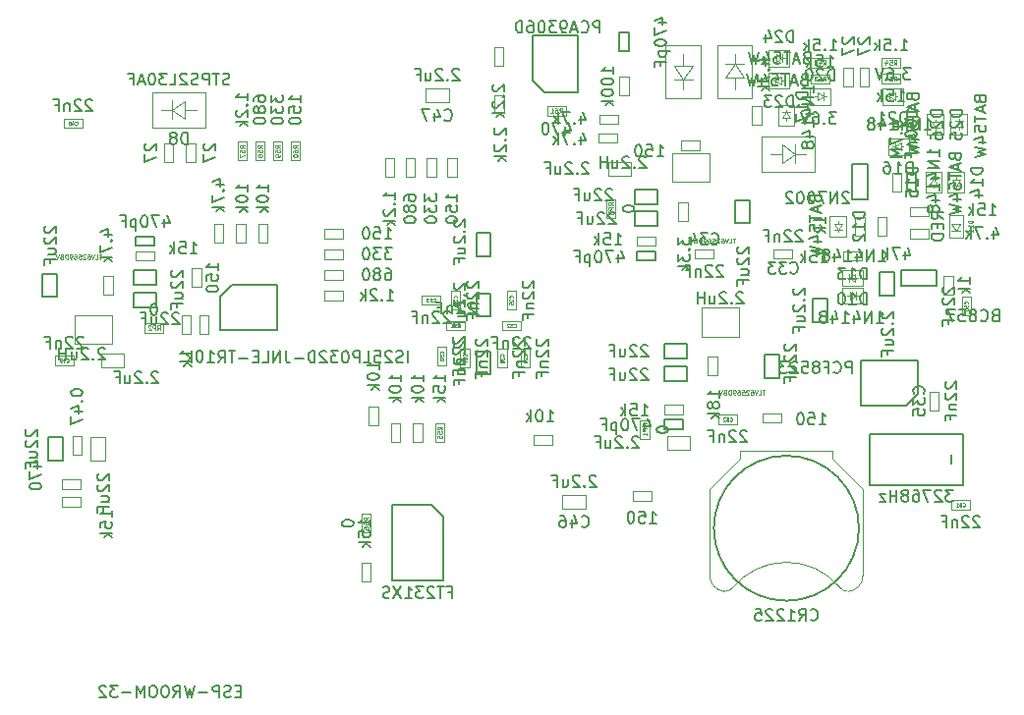
<source format=gbr>
G04 #@! TF.GenerationSoftware,KiCad,Pcbnew,5.0.0-rc2-dev-unknown+dfsg1+20180318-2*
G04 #@! TF.CreationDate,2018-04-18T14:44:27+02:00*
G04 #@! TF.ProjectId,ulx3s,756C7833732E6B696361645F70636200,rev?*
G04 #@! TF.SameCoordinates,Original*
G04 #@! TF.FileFunction,Other,Fab,Bot*
%FSLAX46Y46*%
G04 Gerber Fmt 4.6, Leading zero omitted, Abs format (unit mm)*
G04 Created by KiCad (PCBNEW 5.0.0-rc2-dev-unknown+dfsg1+20180318-2) date Wed Apr 18 14:44:27 2018*
%MOMM*%
%LPD*%
G01*
G04 APERTURE LIST*
%ADD10C,0.100000*%
%ADD11C,0.150000*%
%ADD12C,0.075000*%
G04 APERTURE END LIST*
D10*
X169519000Y-67765000D02*
X170319000Y-67765000D01*
X169519000Y-66165000D02*
X169519000Y-67765000D01*
X170319000Y-66165000D02*
X169519000Y-66165000D01*
X170319000Y-67765000D02*
X170319000Y-66165000D01*
X103098000Y-99558000D02*
X103898000Y-99558000D01*
X103098000Y-97958000D02*
X103098000Y-99558000D01*
X103898000Y-97958000D02*
X103098000Y-97958000D01*
X103898000Y-99558000D02*
X103898000Y-97958000D01*
X154195000Y-64200000D02*
X154195000Y-68800000D01*
X154195000Y-68800000D02*
X157195000Y-68800000D01*
X157195000Y-64200000D02*
X154195000Y-64200000D01*
X157195000Y-64200000D02*
X157195000Y-68800000D01*
X155693980Y-67149440D02*
X155693980Y-68051140D01*
X155693980Y-65998820D02*
X155693980Y-65000600D01*
X156494080Y-67149440D02*
X154893880Y-67149440D01*
X154944680Y-65998820D02*
X156494080Y-65998820D01*
X155693980Y-67149440D02*
X154944680Y-65998820D01*
X155693980Y-67149440D02*
X156494080Y-65998820D01*
X157130000Y-73250000D02*
X157130000Y-72450000D01*
X155530000Y-73250000D02*
X157130000Y-73250000D01*
X155530000Y-72450000D02*
X155530000Y-73250000D01*
X157130000Y-72450000D02*
X155530000Y-72450000D01*
X160470000Y-89340000D02*
X160470000Y-86840000D01*
X157270000Y-89340000D02*
X160470000Y-89340000D01*
X157270000Y-86840000D02*
X157270000Y-89340000D01*
X160470000Y-86840000D02*
X157270000Y-86840000D01*
X103295000Y-87475000D02*
X103295000Y-89975000D01*
X106495000Y-87475000D02*
X103295000Y-87475000D01*
X106495000Y-89975000D02*
X106495000Y-87475000D01*
X103295000Y-89975000D02*
X106495000Y-89975000D01*
X157930000Y-76005000D02*
X157930000Y-73505000D01*
X154730000Y-76005000D02*
X157930000Y-76005000D01*
X154730000Y-73505000D02*
X154730000Y-76005000D01*
X157930000Y-73505000D02*
X154730000Y-73505000D01*
D11*
X101710000Y-83915000D02*
X100460000Y-83915000D01*
X101710000Y-85915000D02*
X101710000Y-83915000D01*
X100460000Y-85915000D02*
X101710000Y-85915000D01*
X100460000Y-83915000D02*
X100460000Y-85915000D01*
X154060000Y-90005000D02*
X154060000Y-91255000D01*
X156060000Y-90005000D02*
X154060000Y-90005000D01*
X156060000Y-91255000D02*
X156060000Y-90005000D01*
X154060000Y-91255000D02*
X156060000Y-91255000D01*
X154060000Y-91910000D02*
X154060000Y-93160000D01*
X156060000Y-91910000D02*
X154060000Y-91910000D01*
X156060000Y-93160000D02*
X156060000Y-91910000D01*
X154060000Y-93160000D02*
X156060000Y-93160000D01*
X162690000Y-92900000D02*
X163940000Y-92900000D01*
X162690000Y-90900000D02*
X162690000Y-92900000D01*
X163940000Y-90900000D02*
X162690000Y-90900000D01*
X163940000Y-92900000D02*
X163940000Y-90900000D01*
X151520000Y-78575000D02*
X151520000Y-79825000D01*
X153520000Y-78575000D02*
X151520000Y-78575000D01*
X153520000Y-79825000D02*
X153520000Y-78575000D01*
X151520000Y-79825000D02*
X153520000Y-79825000D01*
X151520000Y-76670000D02*
X151520000Y-77920000D01*
X153520000Y-76670000D02*
X151520000Y-76670000D01*
X153520000Y-77920000D02*
X153520000Y-76670000D01*
X151520000Y-77920000D02*
X153520000Y-77920000D01*
X160150000Y-79565000D02*
X161400000Y-79565000D01*
X160150000Y-77565000D02*
X160150000Y-79565000D01*
X161400000Y-77565000D02*
X160150000Y-77565000D01*
X161400000Y-79565000D02*
X161400000Y-77565000D01*
X110340000Y-84905000D02*
X110340000Y-83655000D01*
X108340000Y-84905000D02*
X110340000Y-84905000D01*
X108340000Y-83655000D02*
X108340000Y-84905000D01*
X110340000Y-83655000D02*
X108340000Y-83655000D01*
X110340000Y-86810000D02*
X110340000Y-85560000D01*
X108340000Y-86810000D02*
X110340000Y-86810000D01*
X108340000Y-85560000D02*
X108340000Y-86810000D01*
X110340000Y-85560000D02*
X108340000Y-85560000D01*
X172596000Y-85788000D02*
X173846000Y-85788000D01*
X172596000Y-83788000D02*
X172596000Y-85788000D01*
X173846000Y-83788000D02*
X172596000Y-83788000D01*
X173846000Y-85788000D02*
X173846000Y-83788000D01*
X177535000Y-83580000D02*
X174495000Y-83580000D01*
X174495000Y-84980000D02*
X174495000Y-83580000D01*
X177535000Y-84980000D02*
X177535000Y-83580000D01*
X177535000Y-84980000D02*
X174495000Y-84980000D01*
X170235000Y-74505000D02*
X170235000Y-77545000D01*
X171635000Y-77545000D02*
X170235000Y-77545000D01*
X171635000Y-74505000D02*
X170235000Y-74505000D01*
X171635000Y-74505000D02*
X171635000Y-77545000D01*
X154060000Y-96510000D02*
X154060000Y-97310000D01*
X155660000Y-96510000D02*
X154060000Y-96510000D01*
X155660000Y-97310000D02*
X155660000Y-96510000D01*
X154060000Y-97310000D02*
X155660000Y-97310000D01*
X151720000Y-81975000D02*
X151720000Y-82775000D01*
X153320000Y-81975000D02*
X151720000Y-81975000D01*
X153320000Y-82775000D02*
X153320000Y-81975000D01*
X151720000Y-82775000D02*
X153320000Y-82775000D01*
X110140000Y-81505000D02*
X110140000Y-80705000D01*
X108540000Y-81505000D02*
X110140000Y-81505000D01*
X108540000Y-80705000D02*
X108540000Y-81505000D01*
X110140000Y-80705000D02*
X108540000Y-80705000D01*
X175780000Y-75225000D02*
X174980000Y-75225000D01*
X175780000Y-76825000D02*
X175780000Y-75225000D01*
X174980000Y-76825000D02*
X175780000Y-76825000D01*
X174980000Y-75225000D02*
X174980000Y-76825000D01*
D10*
X169500000Y-81975000D02*
X169500000Y-82775000D01*
X171100000Y-81975000D02*
X169500000Y-81975000D01*
X171100000Y-82775000D02*
X171100000Y-81975000D01*
X169500000Y-82775000D02*
X171100000Y-82775000D01*
X172440000Y-80635000D02*
X173240000Y-80635000D01*
X172440000Y-79035000D02*
X172440000Y-80635000D01*
X173240000Y-79035000D02*
X172440000Y-79035000D01*
X173240000Y-80635000D02*
X173240000Y-79035000D01*
X176815000Y-80870000D02*
X176815000Y-80070000D01*
X175215000Y-80870000D02*
X176815000Y-80870000D01*
X175215000Y-80070000D02*
X175215000Y-80870000D01*
X176815000Y-80070000D02*
X175215000Y-80070000D01*
X174510000Y-75225000D02*
X173710000Y-75225000D01*
X174510000Y-76825000D02*
X174510000Y-75225000D01*
X173710000Y-76825000D02*
X174510000Y-76825000D01*
X173710000Y-75225000D02*
X173710000Y-76825000D01*
X178955000Y-84115000D02*
X178155000Y-84115000D01*
X178955000Y-85715000D02*
X178955000Y-84115000D01*
X178155000Y-85715000D02*
X178955000Y-85715000D01*
X178155000Y-84115000D02*
X178155000Y-85715000D01*
X114185000Y-83480000D02*
X113385000Y-83480000D01*
X114185000Y-85080000D02*
X114185000Y-83480000D01*
X113385000Y-85080000D02*
X114185000Y-85080000D01*
X113385000Y-83480000D02*
X113385000Y-85080000D01*
X170535000Y-80635000D02*
X171335000Y-80635000D01*
X170535000Y-79035000D02*
X170535000Y-80635000D01*
X171335000Y-79035000D02*
X170535000Y-79035000D01*
X171335000Y-80635000D02*
X171335000Y-79035000D01*
X128790000Y-108880000D02*
X127990000Y-108880000D01*
X128790000Y-110480000D02*
X128790000Y-108880000D01*
X127990000Y-110480000D02*
X128790000Y-110480000D01*
X127990000Y-108880000D02*
X127990000Y-110480000D01*
X152939000Y-103476000D02*
X152939000Y-102676000D01*
X151339000Y-103476000D02*
X152939000Y-103476000D01*
X151339000Y-102676000D02*
X151339000Y-103476000D01*
X152939000Y-102676000D02*
X151339000Y-102676000D01*
X176815000Y-78965000D02*
X176815000Y-78165000D01*
X175215000Y-78965000D02*
X176815000Y-78965000D01*
X175215000Y-78165000D02*
X175215000Y-78965000D01*
X176815000Y-78165000D02*
X175215000Y-78165000D01*
X154060000Y-95240000D02*
X154060000Y-96040000D01*
X155660000Y-95240000D02*
X154060000Y-95240000D01*
X155660000Y-96040000D02*
X155660000Y-95240000D01*
X154060000Y-96040000D02*
X155660000Y-96040000D01*
X110140000Y-82775000D02*
X110140000Y-81975000D01*
X108540000Y-82775000D02*
X110140000Y-82775000D01*
X108540000Y-81975000D02*
X108540000Y-82775000D01*
X110140000Y-81975000D02*
X108540000Y-81975000D01*
X151720000Y-80705000D02*
X151720000Y-81505000D01*
X153320000Y-80705000D02*
X151720000Y-80705000D01*
X153320000Y-81505000D02*
X153320000Y-80705000D01*
X151720000Y-81505000D02*
X153320000Y-81505000D01*
X158635000Y-91100000D02*
X157835000Y-91100000D01*
X158635000Y-92700000D02*
X158635000Y-91100000D01*
X157835000Y-92700000D02*
X158635000Y-92700000D01*
X157835000Y-91100000D02*
X157835000Y-92700000D01*
X105765000Y-85715000D02*
X106565000Y-85715000D01*
X105765000Y-84115000D02*
X105765000Y-85715000D01*
X106565000Y-84115000D02*
X105765000Y-84115000D01*
X106565000Y-85715000D02*
X106565000Y-84115000D01*
X156095000Y-77765000D02*
X155295000Y-77765000D01*
X156095000Y-79365000D02*
X156095000Y-77765000D01*
X155295000Y-79365000D02*
X156095000Y-79365000D01*
X155295000Y-77765000D02*
X155295000Y-79365000D01*
X126396000Y-86204000D02*
X126396000Y-85404000D01*
X124796000Y-86204000D02*
X126396000Y-86204000D01*
X124796000Y-85404000D02*
X124796000Y-86204000D01*
X126396000Y-85404000D02*
X124796000Y-85404000D01*
X126396000Y-84426000D02*
X126396000Y-83626000D01*
X124796000Y-84426000D02*
X126396000Y-84426000D01*
X124796000Y-83626000D02*
X124796000Y-84426000D01*
X126396000Y-83626000D02*
X124796000Y-83626000D01*
X126396000Y-82648000D02*
X126396000Y-81848000D01*
X124796000Y-82648000D02*
X126396000Y-82648000D01*
X124796000Y-81848000D02*
X124796000Y-82648000D01*
X126396000Y-81848000D02*
X124796000Y-81848000D01*
X126396000Y-80870000D02*
X126396000Y-80070000D01*
X124796000Y-80870000D02*
X126396000Y-80870000D01*
X124796000Y-80070000D02*
X124796000Y-80870000D01*
X126396000Y-80070000D02*
X124796000Y-80070000D01*
X130022000Y-75573000D02*
X130822000Y-75573000D01*
X130022000Y-73973000D02*
X130022000Y-75573000D01*
X130822000Y-73973000D02*
X130022000Y-73973000D01*
X130822000Y-75573000D02*
X130822000Y-73973000D01*
X131800000Y-75573000D02*
X132600000Y-75573000D01*
X131800000Y-73973000D02*
X131800000Y-75573000D01*
X132600000Y-73973000D02*
X131800000Y-73973000D01*
X132600000Y-75573000D02*
X132600000Y-73973000D01*
X133593000Y-75573000D02*
X134393000Y-75573000D01*
X133593000Y-73973000D02*
X133593000Y-75573000D01*
X134393000Y-73973000D02*
X133593000Y-73973000D01*
X134393000Y-75573000D02*
X134393000Y-73973000D01*
X135371000Y-75573000D02*
X136171000Y-75573000D01*
X135371000Y-73973000D02*
X135371000Y-75573000D01*
X136171000Y-73973000D02*
X135371000Y-73973000D01*
X136171000Y-75573000D02*
X136171000Y-73973000D01*
D11*
X150189600Y-64760000D02*
X150989600Y-64760000D01*
X150189600Y-63160000D02*
X150189600Y-64760000D01*
X150989600Y-63160000D02*
X150189600Y-63160000D01*
X150989600Y-64760000D02*
X150989600Y-63160000D01*
D10*
X161645000Y-71110000D02*
X162445000Y-71110000D01*
X161645000Y-69510000D02*
X161645000Y-71110000D01*
X162445000Y-69510000D02*
X161645000Y-69510000D01*
X162445000Y-71110000D02*
X162445000Y-69510000D01*
X139420000Y-66030000D02*
X140220000Y-66030000D01*
X139420000Y-64430000D02*
X139420000Y-66030000D01*
X140220000Y-64430000D02*
X139420000Y-64430000D01*
X140220000Y-66030000D02*
X140220000Y-64430000D01*
X140235000Y-68512000D02*
X139435000Y-68512000D01*
X140235000Y-70112000D02*
X140235000Y-68512000D01*
X139435000Y-70112000D02*
X140235000Y-70112000D01*
X139435000Y-68512000D02*
X139435000Y-70112000D01*
X150215000Y-68570000D02*
X151015000Y-68570000D01*
X150215000Y-66970000D02*
X150215000Y-68570000D01*
X151015000Y-66970000D02*
X150215000Y-66970000D01*
X151015000Y-68570000D02*
X151015000Y-66970000D01*
X149975000Y-72615000D02*
X149975000Y-71815000D01*
X148375000Y-72615000D02*
X149975000Y-72615000D01*
X148375000Y-71815000D02*
X148375000Y-72615000D01*
X149975000Y-71815000D02*
X148375000Y-71815000D01*
X150080000Y-71000000D02*
X150080000Y-70200000D01*
X148480000Y-71000000D02*
X150080000Y-71000000D01*
X148480000Y-70200000D02*
X148480000Y-71000000D01*
X150080000Y-70200000D02*
X148480000Y-70200000D01*
D11*
X134035000Y-103890000D02*
X130635000Y-103890000D01*
X130635000Y-103890000D02*
X130635000Y-110390000D01*
X130635000Y-110390000D02*
X135035000Y-110390000D01*
X135035000Y-110390000D02*
X135035000Y-104890000D01*
X135035000Y-104890000D02*
X134035000Y-103890000D01*
D10*
X119900000Y-79670000D02*
X119100000Y-79670000D01*
X119900000Y-81270000D02*
X119900000Y-79670000D01*
X119100000Y-81270000D02*
X119900000Y-81270000D01*
X119100000Y-79670000D02*
X119100000Y-81270000D01*
X114020000Y-89144000D02*
X114820000Y-89144000D01*
X114020000Y-87544000D02*
X114020000Y-89144000D01*
X114820000Y-87544000D02*
X114020000Y-87544000D01*
X114820000Y-89144000D02*
X114820000Y-87544000D01*
X128625000Y-96975000D02*
X129425000Y-96975000D01*
X128625000Y-95375000D02*
X128625000Y-96975000D01*
X129425000Y-95375000D02*
X128625000Y-95375000D01*
X129425000Y-96975000D02*
X129425000Y-95375000D01*
X117995000Y-79670000D02*
X117195000Y-79670000D01*
X117995000Y-81270000D02*
X117995000Y-79670000D01*
X117195000Y-81270000D02*
X117995000Y-81270000D01*
X117195000Y-79670000D02*
X117195000Y-81270000D01*
X112496000Y-89144000D02*
X113296000Y-89144000D01*
X112496000Y-87544000D02*
X112496000Y-89144000D01*
X113296000Y-87544000D02*
X112496000Y-87544000D01*
X113296000Y-89144000D02*
X113296000Y-87544000D01*
X116090000Y-79670000D02*
X115290000Y-79670000D01*
X116090000Y-81270000D02*
X116090000Y-79670000D01*
X115290000Y-81270000D02*
X116090000Y-81270000D01*
X115290000Y-79670000D02*
X115290000Y-81270000D01*
X144430000Y-98650000D02*
X144430000Y-97850000D01*
X142830000Y-98650000D02*
X144430000Y-98650000D01*
X142830000Y-97850000D02*
X142830000Y-98650000D01*
X144430000Y-97850000D02*
X142830000Y-97850000D01*
X132435000Y-98415000D02*
X133235000Y-98415000D01*
X132435000Y-96815000D02*
X132435000Y-98415000D01*
X133235000Y-96815000D02*
X132435000Y-96815000D01*
X133235000Y-98415000D02*
X133235000Y-96815000D01*
X130530000Y-98415000D02*
X131330000Y-98415000D01*
X130530000Y-96815000D02*
X130530000Y-98415000D01*
X131330000Y-96815000D02*
X130530000Y-96815000D01*
X131330000Y-98415000D02*
X131330000Y-96815000D01*
X102190000Y-103200000D02*
X102190000Y-104000000D01*
X103790000Y-103200000D02*
X102190000Y-103200000D01*
X103790000Y-104000000D02*
X103790000Y-103200000D01*
X102190000Y-104000000D02*
X103790000Y-104000000D01*
X103790000Y-102460000D02*
X103790000Y-101660000D01*
X102190000Y-102460000D02*
X103790000Y-102460000D01*
X102190000Y-101660000D02*
X102190000Y-102460000D01*
X103790000Y-101660000D02*
X102190000Y-101660000D01*
D11*
X166881000Y-88074000D02*
X168131000Y-88074000D01*
X166881000Y-86074000D02*
X166881000Y-88074000D01*
X168131000Y-86074000D02*
X166881000Y-86074000D01*
X168131000Y-88074000D02*
X168131000Y-86074000D01*
D10*
X164115000Y-96745000D02*
X164115000Y-95945000D01*
X162515000Y-96745000D02*
X164115000Y-96745000D01*
X162515000Y-95945000D02*
X162515000Y-96745000D01*
X164115000Y-95945000D02*
X162515000Y-95945000D01*
D11*
X139125000Y-90620000D02*
X137875000Y-90620000D01*
X139125000Y-92620000D02*
X139125000Y-90620000D01*
X137875000Y-92620000D02*
X139125000Y-92620000D01*
X137875000Y-90620000D02*
X137875000Y-92620000D01*
X137875000Y-82420000D02*
X139125000Y-82420000D01*
X137875000Y-80420000D02*
X137875000Y-82420000D01*
X139125000Y-80420000D02*
X137875000Y-80420000D01*
X139125000Y-82420000D02*
X139125000Y-80420000D01*
X139125000Y-85620000D02*
X137875000Y-85620000D01*
X139125000Y-87620000D02*
X139125000Y-85620000D01*
X137875000Y-87620000D02*
X139125000Y-87620000D01*
X137875000Y-85620000D02*
X137875000Y-87620000D01*
X102218000Y-98012000D02*
X100968000Y-98012000D01*
X102218000Y-100012000D02*
X102218000Y-98012000D01*
X100968000Y-100012000D02*
X102218000Y-100012000D01*
X100968000Y-98012000D02*
X100968000Y-100012000D01*
D10*
X112877000Y-74285000D02*
X113677000Y-74285000D01*
X112877000Y-72685000D02*
X112877000Y-74285000D01*
X113677000Y-72685000D02*
X112877000Y-72685000D01*
X113677000Y-74285000D02*
X113677000Y-72685000D01*
X110972000Y-74285000D02*
X111772000Y-74285000D01*
X110972000Y-72685000D02*
X110972000Y-74285000D01*
X111772000Y-72685000D02*
X110972000Y-72685000D01*
X111772000Y-74285000D02*
X111772000Y-72685000D01*
X170916000Y-67765000D02*
X171716000Y-67765000D01*
X170916000Y-66165000D02*
X170916000Y-67765000D01*
X171716000Y-66165000D02*
X170916000Y-66165000D01*
X171716000Y-67765000D02*
X171716000Y-66165000D01*
X104656000Y-100012000D02*
X105896000Y-100012000D01*
X104656000Y-98012000D02*
X104656000Y-100012000D01*
X105896000Y-98012000D02*
X104656000Y-98012000D01*
X105896000Y-100012000D02*
X105896000Y-98012000D01*
X114561000Y-68302000D02*
X109961000Y-68302000D01*
X109961000Y-68302000D02*
X109961000Y-71302000D01*
X114561000Y-71302000D02*
X114561000Y-68302000D01*
X114561000Y-71302000D02*
X109961000Y-71302000D01*
X111611560Y-69800980D02*
X110709860Y-69800980D01*
X112762180Y-69800980D02*
X113760400Y-69800980D01*
X111611560Y-70601080D02*
X111611560Y-69000880D01*
X112762180Y-69051680D02*
X112762180Y-70601080D01*
X111611560Y-69800980D02*
X112762180Y-69051680D01*
X111611560Y-69800980D02*
X112762180Y-70601080D01*
X162412000Y-75112000D02*
X167012000Y-75112000D01*
X167012000Y-75112000D02*
X167012000Y-72112000D01*
X162412000Y-72112000D02*
X162412000Y-75112000D01*
X162412000Y-72112000D02*
X167012000Y-72112000D01*
X165361440Y-73613020D02*
X166263140Y-73613020D01*
X164210820Y-73613020D02*
X163212600Y-73613020D01*
X165361440Y-72812920D02*
X165361440Y-74413120D01*
X164210820Y-74362320D02*
X164210820Y-72812920D01*
X165361440Y-73613020D02*
X164210820Y-74362320D01*
X165361440Y-73613020D02*
X164210820Y-72812920D01*
X161640000Y-68800000D02*
X161640000Y-64200000D01*
X161640000Y-64200000D02*
X158640000Y-64200000D01*
X158640000Y-68800000D02*
X161640000Y-68800000D01*
X158640000Y-68800000D02*
X158640000Y-64200000D01*
X160141020Y-65850560D02*
X160141020Y-64948860D01*
X160141020Y-67001180D02*
X160141020Y-67999400D01*
X159340920Y-65850560D02*
X160941120Y-65850560D01*
X160890320Y-67001180D02*
X159340920Y-67001180D01*
X160141020Y-65850560D02*
X160890320Y-67001180D01*
X160141020Y-65850560D02*
X159340920Y-67001180D01*
X154314000Y-97884000D02*
X154314000Y-99124000D01*
X156314000Y-97884000D02*
X154314000Y-97884000D01*
X156314000Y-99124000D02*
X156314000Y-97884000D01*
X154314000Y-99124000D02*
X156314000Y-99124000D01*
X107546000Y-92012000D02*
X107546000Y-90772000D01*
X105546000Y-92012000D02*
X107546000Y-92012000D01*
X105546000Y-90772000D02*
X105546000Y-92012000D01*
X107546000Y-90772000D02*
X105546000Y-90772000D01*
X151234000Y-75502000D02*
X151234000Y-74262000D01*
X149234000Y-75502000D02*
X151234000Y-75502000D01*
X149234000Y-74262000D02*
X149234000Y-75502000D01*
X151234000Y-74262000D02*
X149234000Y-74262000D01*
X135140000Y-96815000D02*
X134340000Y-96815000D01*
X135140000Y-98415000D02*
X135140000Y-96815000D01*
X134340000Y-98415000D02*
X135140000Y-98415000D01*
X134340000Y-96815000D02*
X134340000Y-98415000D01*
D11*
X170835000Y-105870000D02*
G75*
G03X170835000Y-105870000I-6250000J0D01*
G01*
D10*
X159206987Y-111317558D02*
G75*
G03X159985000Y-110970000I88013J847558D01*
G01*
X169963013Y-111317558D02*
G75*
G02X169185000Y-110970000I-88013J847558D01*
G01*
X159977095Y-110979589D02*
G75*
G02X169185000Y-110970000I4607905J-3790411D01*
G01*
X157985000Y-109920000D02*
G75*
G03X159285000Y-111320000I1350000J-50000D01*
G01*
X171185000Y-109920000D02*
G75*
G02X169885000Y-111320000I-1350000J-50000D01*
G01*
X157985000Y-102470000D02*
X157985000Y-109970000D01*
X171185000Y-102470000D02*
X171185000Y-109970000D01*
X160585000Y-99870000D02*
X157985000Y-102470000D01*
X168585000Y-99870000D02*
X171185000Y-102470000D01*
X160585000Y-99170000D02*
X160585000Y-99870000D01*
X168585000Y-99170000D02*
X168585000Y-99870000D01*
X168585000Y-99170000D02*
X160585000Y-99170000D01*
X167306000Y-68659000D02*
X167056000Y-68659000D01*
X167306000Y-69009000D02*
X167806000Y-68659000D01*
X167306000Y-68309000D02*
X167306000Y-69009000D01*
X167806000Y-68659000D02*
X167306000Y-68309000D01*
X167806000Y-68659000D02*
X168006000Y-68659000D01*
X167806000Y-68309000D02*
X167806000Y-69009000D01*
X168406000Y-69359000D02*
X168406000Y-67959000D01*
X166606000Y-69359000D02*
X168406000Y-69359000D01*
X166606000Y-67959000D02*
X166606000Y-69359000D01*
X168406000Y-67959000D02*
X166606000Y-67959000D01*
X173929000Y-68659000D02*
X174179000Y-68659000D01*
X173929000Y-68309000D02*
X173429000Y-68659000D01*
X173929000Y-69009000D02*
X173929000Y-68309000D01*
X173429000Y-68659000D02*
X173929000Y-69009000D01*
X173429000Y-68659000D02*
X173229000Y-68659000D01*
X173429000Y-69009000D02*
X173429000Y-68309000D01*
X172829000Y-67959000D02*
X172829000Y-69359000D01*
X174629000Y-67959000D02*
X172829000Y-67959000D01*
X174629000Y-69359000D02*
X174629000Y-67959000D01*
X172829000Y-69359000D02*
X174629000Y-69359000D01*
X170500000Y-84280000D02*
X170750000Y-84280000D01*
X170500000Y-83930000D02*
X170000000Y-84280000D01*
X170500000Y-84630000D02*
X170500000Y-83930000D01*
X170000000Y-84280000D02*
X170500000Y-84630000D01*
X170000000Y-84280000D02*
X169800000Y-84280000D01*
X170000000Y-84630000D02*
X170000000Y-83930000D01*
X169400000Y-83580000D02*
X169400000Y-84980000D01*
X171200000Y-83580000D02*
X169400000Y-83580000D01*
X171200000Y-84980000D02*
X171200000Y-83580000D01*
X169400000Y-84980000D02*
X171200000Y-84980000D01*
X169030000Y-79635000D02*
X169030000Y-79385000D01*
X168680000Y-79635000D02*
X169030000Y-80135000D01*
X169380000Y-79635000D02*
X168680000Y-79635000D01*
X169030000Y-80135000D02*
X169380000Y-79635000D01*
X169030000Y-80135000D02*
X169030000Y-80335000D01*
X169380000Y-80135000D02*
X168680000Y-80135000D01*
X168330000Y-80735000D02*
X169730000Y-80735000D01*
X168330000Y-78935000D02*
X168330000Y-80735000D01*
X169730000Y-78935000D02*
X168330000Y-78935000D01*
X169730000Y-80735000D02*
X169730000Y-78935000D01*
X170100000Y-85804000D02*
X169850000Y-85804000D01*
X170100000Y-86154000D02*
X170600000Y-85804000D01*
X170100000Y-85454000D02*
X170100000Y-86154000D01*
X170600000Y-85804000D02*
X170100000Y-85454000D01*
X170600000Y-85804000D02*
X170800000Y-85804000D01*
X170600000Y-85454000D02*
X170600000Y-86154000D01*
X171200000Y-86504000D02*
X171200000Y-85104000D01*
X169400000Y-86504000D02*
X171200000Y-86504000D01*
X169400000Y-85104000D02*
X169400000Y-86504000D01*
X171200000Y-85104000D02*
X169400000Y-85104000D01*
X179190000Y-75825000D02*
X179190000Y-75575000D01*
X178840000Y-75825000D02*
X179190000Y-76325000D01*
X179540000Y-75825000D02*
X178840000Y-75825000D01*
X179190000Y-76325000D02*
X179540000Y-75825000D01*
X179190000Y-76325000D02*
X179190000Y-76525000D01*
X179540000Y-76325000D02*
X178840000Y-76325000D01*
X178490000Y-76925000D02*
X179890000Y-76925000D01*
X178490000Y-75125000D02*
X178490000Y-76925000D01*
X179890000Y-75125000D02*
X178490000Y-75125000D01*
X179890000Y-76925000D02*
X179890000Y-75125000D01*
X177285000Y-76225000D02*
X177285000Y-76475000D01*
X177635000Y-76225000D02*
X177285000Y-75725000D01*
X176935000Y-76225000D02*
X177635000Y-76225000D01*
X177285000Y-75725000D02*
X176935000Y-76225000D01*
X177285000Y-75725000D02*
X177285000Y-75525000D01*
X176935000Y-75725000D02*
X177635000Y-75725000D01*
X177985000Y-75125000D02*
X176585000Y-75125000D01*
X177985000Y-76925000D02*
X177985000Y-75125000D01*
X176585000Y-76925000D02*
X177985000Y-76925000D01*
X176585000Y-75125000D02*
X176585000Y-76925000D01*
X174437000Y-72977000D02*
X174687000Y-72977000D01*
X174437000Y-72627000D02*
X173937000Y-72977000D01*
X174437000Y-73327000D02*
X174437000Y-72627000D01*
X173937000Y-72977000D02*
X174437000Y-73327000D01*
X173937000Y-72977000D02*
X173737000Y-72977000D01*
X173937000Y-73327000D02*
X173937000Y-72627000D01*
X173337000Y-72277000D02*
X173337000Y-73677000D01*
X175137000Y-72277000D02*
X173337000Y-72277000D01*
X175137000Y-73677000D02*
X175137000Y-72277000D01*
X173337000Y-73677000D02*
X175137000Y-73677000D01*
X164585000Y-70510000D02*
X164585000Y-70760000D01*
X164935000Y-70510000D02*
X164585000Y-70010000D01*
X164235000Y-70510000D02*
X164935000Y-70510000D01*
X164585000Y-70010000D02*
X164235000Y-70510000D01*
X164585000Y-70010000D02*
X164585000Y-69810000D01*
X164235000Y-70010000D02*
X164935000Y-70010000D01*
X165285000Y-69410000D02*
X163885000Y-69410000D01*
X165285000Y-71210000D02*
X165285000Y-69410000D01*
X163885000Y-71210000D02*
X165285000Y-71210000D01*
X163885000Y-69410000D02*
X163885000Y-71210000D01*
X127990000Y-106246000D02*
X128790000Y-106246000D01*
X127990000Y-104646000D02*
X127990000Y-106246000D01*
X128790000Y-104646000D02*
X127990000Y-104646000D01*
X128790000Y-106246000D02*
X128790000Y-104646000D01*
X117322000Y-74158000D02*
X118122000Y-74158000D01*
X117322000Y-72558000D02*
X117322000Y-74158000D01*
X118122000Y-72558000D02*
X117322000Y-72558000D01*
X118122000Y-74158000D02*
X118122000Y-72558000D01*
X118846000Y-74158000D02*
X119646000Y-74158000D01*
X118846000Y-72558000D02*
X118846000Y-74158000D01*
X119646000Y-72558000D02*
X118846000Y-72558000D01*
X119646000Y-74158000D02*
X119646000Y-72558000D01*
X120370000Y-74158000D02*
X121170000Y-74158000D01*
X120370000Y-72558000D02*
X120370000Y-74158000D01*
X121170000Y-72558000D02*
X120370000Y-72558000D01*
X121170000Y-74158000D02*
X121170000Y-72558000D01*
X121894000Y-74158000D02*
X122694000Y-74158000D01*
X121894000Y-72558000D02*
X121894000Y-74158000D01*
X122694000Y-72558000D02*
X121894000Y-72558000D01*
X122694000Y-74158000D02*
X122694000Y-72558000D01*
X145580000Y-70300000D02*
X145580000Y-69500000D01*
X143980000Y-70300000D02*
X145580000Y-70300000D01*
X143980000Y-69500000D02*
X143980000Y-70300000D01*
X145580000Y-69500000D02*
X143980000Y-69500000D01*
D11*
X175940000Y-94265000D02*
X175940000Y-91365000D01*
X175940000Y-91365000D02*
X171040000Y-91365000D01*
X171040000Y-91365000D02*
X171040000Y-95265000D01*
X171040000Y-95265000D02*
X174940000Y-95265000D01*
X174940000Y-95265000D02*
X175940000Y-94265000D01*
X143730000Y-68251500D02*
X146630000Y-68251500D01*
X146630000Y-68251500D02*
X146630000Y-63351500D01*
X146630000Y-63351500D02*
X142730000Y-63351500D01*
X142730000Y-63351500D02*
X142730000Y-67251500D01*
X142730000Y-67251500D02*
X143730000Y-68251500D01*
X115780000Y-85870000D02*
X115780000Y-88770000D01*
X115780000Y-88770000D02*
X120680000Y-88770000D01*
X120680000Y-88770000D02*
X120680000Y-84870000D01*
X120680000Y-84870000D02*
X116780000Y-84870000D01*
X116780000Y-84870000D02*
X115780000Y-85870000D01*
X179776000Y-97722000D02*
X179776000Y-102122000D01*
X171776000Y-97722000D02*
X179776000Y-97722000D01*
X171776000Y-102122000D02*
X171776000Y-97722000D01*
X179776000Y-102122000D02*
X171776000Y-102122000D01*
X178776000Y-99522000D02*
X178776000Y-100322000D01*
D10*
X179590000Y-80235000D02*
X178790000Y-80235000D01*
X179190000Y-80235000D02*
X179590000Y-79635000D01*
X178790000Y-79635000D02*
X179190000Y-80235000D01*
X179590000Y-79635000D02*
X178790000Y-79635000D01*
X178590000Y-78835000D02*
X178590000Y-80835000D01*
X179790000Y-78835000D02*
X178590000Y-78835000D01*
X179790000Y-80835000D02*
X179790000Y-78835000D01*
X178590000Y-80835000D02*
X179790000Y-80835000D01*
X140500000Y-85420000D02*
X140500000Y-87020000D01*
X140500000Y-87020000D02*
X141300000Y-87020000D01*
X141300000Y-87020000D02*
X141300000Y-85420000D01*
X141300000Y-85420000D02*
X140500000Y-85420000D01*
X135700000Y-85420000D02*
X135700000Y-87020000D01*
X135700000Y-87020000D02*
X136500000Y-87020000D01*
X136500000Y-87020000D02*
X136500000Y-85420000D01*
X136500000Y-85420000D02*
X135700000Y-85420000D01*
X136500000Y-90420000D02*
X136500000Y-92020000D01*
X136500000Y-92020000D02*
X137300000Y-92020000D01*
X137300000Y-92020000D02*
X137300000Y-90420000D01*
X137300000Y-90420000D02*
X136500000Y-90420000D01*
X139700000Y-90420000D02*
X139700000Y-92020000D01*
X139700000Y-92020000D02*
X140500000Y-92020000D01*
X140500000Y-92020000D02*
X140500000Y-90420000D01*
X140500000Y-90420000D02*
X139700000Y-90420000D01*
X141700000Y-90420000D02*
X141700000Y-92020000D01*
X141700000Y-92020000D02*
X142500000Y-92020000D01*
X142500000Y-92020000D02*
X142500000Y-90420000D01*
X142500000Y-90420000D02*
X141700000Y-90420000D01*
X134500000Y-90220000D02*
X134500000Y-91820000D01*
X134500000Y-91820000D02*
X135300000Y-91820000D01*
X135300000Y-91820000D02*
X135300000Y-90220000D01*
X135300000Y-90220000D02*
X134500000Y-90220000D01*
X135300000Y-88820000D02*
X136900000Y-88820000D01*
X136900000Y-88820000D02*
X136900000Y-88020000D01*
X136900000Y-88020000D02*
X135300000Y-88020000D01*
X135300000Y-88020000D02*
X135300000Y-88820000D01*
X141700000Y-88020000D02*
X140100000Y-88020000D01*
X140100000Y-88020000D02*
X140100000Y-88820000D01*
X140100000Y-88820000D02*
X141700000Y-88820000D01*
X141700000Y-88820000D02*
X141700000Y-88020000D01*
X163500000Y-81820000D02*
X163500000Y-82620000D01*
X165100000Y-81820000D02*
X163500000Y-81820000D01*
X165100000Y-82620000D02*
X165100000Y-81820000D01*
X163500000Y-82620000D02*
X165100000Y-82620000D01*
X158300000Y-82620000D02*
X158300000Y-81820000D01*
X156700000Y-82620000D02*
X158300000Y-82620000D01*
X156700000Y-81820000D02*
X156700000Y-82620000D01*
X158300000Y-81820000D02*
X156700000Y-81820000D01*
X177700000Y-94100000D02*
X176900000Y-94100000D01*
X177700000Y-95700000D02*
X177700000Y-94100000D01*
X176900000Y-95700000D02*
X177700000Y-95700000D01*
X176900000Y-94100000D02*
X176900000Y-95700000D01*
X166706000Y-66735000D02*
X166706000Y-67535000D01*
X168306000Y-66735000D02*
X166706000Y-66735000D01*
X168306000Y-67535000D02*
X168306000Y-66735000D01*
X166706000Y-67535000D02*
X168306000Y-67535000D01*
X174400000Y-67520000D02*
X174400000Y-66720000D01*
X172800000Y-67520000D02*
X174400000Y-67520000D01*
X172800000Y-66720000D02*
X172800000Y-67520000D01*
X174400000Y-66720000D02*
X172800000Y-66720000D01*
X164150000Y-67262000D02*
X164400000Y-67262000D01*
X164150000Y-66912000D02*
X163650000Y-67262000D01*
X164150000Y-67612000D02*
X164150000Y-66912000D01*
X163650000Y-67262000D02*
X164150000Y-67612000D01*
X163650000Y-67262000D02*
X163450000Y-67262000D01*
X163650000Y-67612000D02*
X163650000Y-66912000D01*
X163050000Y-66562000D02*
X163050000Y-67962000D01*
X164850000Y-66562000D02*
X163050000Y-66562000D01*
X164850000Y-67962000D02*
X164850000Y-66562000D01*
X163050000Y-67962000D02*
X164850000Y-67962000D01*
X163750000Y-65357000D02*
X163500000Y-65357000D01*
X163750000Y-65707000D02*
X164250000Y-65357000D01*
X163750000Y-65007000D02*
X163750000Y-65707000D01*
X164250000Y-65357000D02*
X163750000Y-65007000D01*
X164250000Y-65357000D02*
X164450000Y-65357000D01*
X164250000Y-65007000D02*
X164250000Y-65707000D01*
X164850000Y-66057000D02*
X164850000Y-64657000D01*
X163050000Y-66057000D02*
X164850000Y-66057000D01*
X163050000Y-64657000D02*
X163050000Y-66057000D01*
X164850000Y-64657000D02*
X163050000Y-64657000D01*
X177412000Y-70872000D02*
X177412000Y-70622000D01*
X177062000Y-70872000D02*
X177412000Y-71372000D01*
X177762000Y-70872000D02*
X177062000Y-70872000D01*
X177412000Y-71372000D02*
X177762000Y-70872000D01*
X177412000Y-71372000D02*
X177412000Y-71572000D01*
X177762000Y-71372000D02*
X177062000Y-71372000D01*
X176712000Y-71972000D02*
X178112000Y-71972000D01*
X176712000Y-70172000D02*
X176712000Y-71972000D01*
X178112000Y-70172000D02*
X176712000Y-70172000D01*
X178112000Y-71972000D02*
X178112000Y-70172000D01*
X179444000Y-71272000D02*
X179444000Y-71522000D01*
X179794000Y-71272000D02*
X179444000Y-70772000D01*
X179094000Y-71272000D02*
X179794000Y-71272000D01*
X179444000Y-70772000D02*
X179094000Y-71272000D01*
X179444000Y-70772000D02*
X179444000Y-70572000D01*
X179094000Y-70772000D02*
X179794000Y-70772000D01*
X180144000Y-70172000D02*
X178744000Y-70172000D01*
X180144000Y-71972000D02*
X180144000Y-70172000D01*
X178744000Y-71972000D02*
X180144000Y-71972000D01*
X178744000Y-70172000D02*
X178744000Y-71972000D01*
X166706000Y-65338000D02*
X166706000Y-66138000D01*
X168306000Y-65338000D02*
X166706000Y-65338000D01*
X168306000Y-66138000D02*
X168306000Y-65338000D01*
X166706000Y-66138000D02*
X168306000Y-66138000D01*
X172802000Y-65338000D02*
X172802000Y-66138000D01*
X174402000Y-65338000D02*
X172802000Y-65338000D01*
X174402000Y-66138000D02*
X174402000Y-65338000D01*
X172802000Y-66138000D02*
X174402000Y-66138000D01*
X152793000Y-96561000D02*
X151993000Y-96561000D01*
X152793000Y-98161000D02*
X152793000Y-96561000D01*
X151993000Y-98161000D02*
X152793000Y-98161000D01*
X151993000Y-96561000D02*
X151993000Y-98161000D01*
X109302000Y-88198000D02*
X109302000Y-88998000D01*
X110902000Y-88198000D02*
X109302000Y-88198000D01*
X110902000Y-88998000D02*
X110902000Y-88198000D01*
X109302000Y-88998000D02*
X110902000Y-88998000D01*
X149872000Y-77511000D02*
X149072000Y-77511000D01*
X149872000Y-79111000D02*
X149872000Y-77511000D01*
X149072000Y-79111000D02*
X149872000Y-79111000D01*
X149072000Y-77511000D02*
X149072000Y-79111000D01*
X145297000Y-102964000D02*
X145297000Y-104204000D01*
X147297000Y-102964000D02*
X145297000Y-102964000D01*
X147297000Y-104204000D02*
X147297000Y-102964000D01*
X145297000Y-104204000D02*
X147297000Y-104204000D01*
X133501000Y-67930000D02*
X133501000Y-69170000D01*
X135501000Y-67930000D02*
X133501000Y-67930000D01*
X135501000Y-69170000D02*
X135501000Y-67930000D01*
X133501000Y-69170000D02*
X135501000Y-69170000D01*
X102320000Y-71363000D02*
X103920000Y-71363000D01*
X103920000Y-71363000D02*
X103920000Y-70563000D01*
X103920000Y-70563000D02*
X102320000Y-70563000D01*
X102320000Y-70563000D02*
X102320000Y-71363000D01*
X101570000Y-91810000D02*
X103170000Y-91810000D01*
X103170000Y-91810000D02*
X103170000Y-91010000D01*
X103170000Y-91010000D02*
X101570000Y-91010000D01*
X101570000Y-91010000D02*
X101570000Y-91810000D01*
X180494000Y-87511000D02*
X180494000Y-85911000D01*
X180494000Y-85911000D02*
X179694000Y-85911000D01*
X179694000Y-85911000D02*
X179694000Y-87511000D01*
X179694000Y-87511000D02*
X180494000Y-87511000D01*
X180398000Y-103456000D02*
X178798000Y-103456000D01*
X178798000Y-103456000D02*
X178798000Y-104256000D01*
X178798000Y-104256000D02*
X180398000Y-104256000D01*
X180398000Y-104256000D02*
X180398000Y-103456000D01*
X160320000Y-96090000D02*
X158720000Y-96090000D01*
X158720000Y-96090000D02*
X158720000Y-96890000D01*
X158720000Y-96890000D02*
X160320000Y-96890000D01*
X160320000Y-96890000D02*
X160320000Y-96090000D01*
X134780000Y-85800000D02*
X133180000Y-85800000D01*
X133180000Y-85800000D02*
X133180000Y-86600000D01*
X133180000Y-86600000D02*
X134780000Y-86600000D01*
X134780000Y-86600000D02*
X134780000Y-85800000D01*
D11*
X169466619Y-63536095D02*
X169419000Y-63583714D01*
X169371380Y-63678952D01*
X169371380Y-63917047D01*
X169419000Y-64012285D01*
X169466619Y-64059904D01*
X169561857Y-64107523D01*
X169657095Y-64107523D01*
X169799952Y-64059904D01*
X170371380Y-63488476D01*
X170371380Y-64107523D01*
X169371380Y-64440857D02*
X169371380Y-65107523D01*
X170371380Y-64678952D01*
X102950380Y-94133904D02*
X102950380Y-94229142D01*
X102998000Y-94324380D01*
X103045619Y-94372000D01*
X103140857Y-94419619D01*
X103331333Y-94467238D01*
X103569428Y-94467238D01*
X103759904Y-94419619D01*
X103855142Y-94372000D01*
X103902761Y-94324380D01*
X103950380Y-94229142D01*
X103950380Y-94133904D01*
X103902761Y-94038666D01*
X103855142Y-93991047D01*
X103759904Y-93943428D01*
X103569428Y-93895809D01*
X103331333Y-93895809D01*
X103140857Y-93943428D01*
X103045619Y-93991047D01*
X102998000Y-94038666D01*
X102950380Y-94133904D01*
X103855142Y-94895809D02*
X103902761Y-94943428D01*
X103950380Y-94895809D01*
X103902761Y-94848190D01*
X103855142Y-94895809D01*
X103950380Y-94895809D01*
X103283714Y-95800571D02*
X103950380Y-95800571D01*
X102902761Y-95562476D02*
X103617047Y-95324380D01*
X103617047Y-95943428D01*
X102950380Y-96229142D02*
X102950380Y-96895809D01*
X103950380Y-96467238D01*
X153440666Y-73810380D02*
X154012095Y-73810380D01*
X153726380Y-73810380D02*
X153726380Y-72810380D01*
X153821619Y-72953238D01*
X153916857Y-73048476D01*
X154012095Y-73096095D01*
X152535904Y-72810380D02*
X153012095Y-72810380D01*
X153059714Y-73286571D01*
X153012095Y-73238952D01*
X152916857Y-73191333D01*
X152678761Y-73191333D01*
X152583523Y-73238952D01*
X152535904Y-73286571D01*
X152488285Y-73381809D01*
X152488285Y-73619904D01*
X152535904Y-73715142D01*
X152583523Y-73762761D01*
X152678761Y-73810380D01*
X152916857Y-73810380D01*
X153012095Y-73762761D01*
X153059714Y-73715142D01*
X151869238Y-72810380D02*
X151774000Y-72810380D01*
X151678761Y-72858000D01*
X151631142Y-72905619D01*
X151583523Y-73000857D01*
X151535904Y-73191333D01*
X151535904Y-73429428D01*
X151583523Y-73619904D01*
X151631142Y-73715142D01*
X151678761Y-73762761D01*
X151774000Y-73810380D01*
X151869238Y-73810380D01*
X151964476Y-73762761D01*
X152012095Y-73715142D01*
X152059714Y-73619904D01*
X152107333Y-73429428D01*
X152107333Y-73191333D01*
X152059714Y-73000857D01*
X152012095Y-72905619D01*
X151964476Y-72858000D01*
X151869238Y-72810380D01*
X160846190Y-85605619D02*
X160798571Y-85558000D01*
X160703333Y-85510380D01*
X160465238Y-85510380D01*
X160370000Y-85558000D01*
X160322380Y-85605619D01*
X160274761Y-85700857D01*
X160274761Y-85796095D01*
X160322380Y-85938952D01*
X160893809Y-86510380D01*
X160274761Y-86510380D01*
X159846190Y-86415142D02*
X159798571Y-86462761D01*
X159846190Y-86510380D01*
X159893809Y-86462761D01*
X159846190Y-86415142D01*
X159846190Y-86510380D01*
X159417619Y-85605619D02*
X159370000Y-85558000D01*
X159274761Y-85510380D01*
X159036666Y-85510380D01*
X158941428Y-85558000D01*
X158893809Y-85605619D01*
X158846190Y-85700857D01*
X158846190Y-85796095D01*
X158893809Y-85938952D01*
X159465238Y-86510380D01*
X158846190Y-86510380D01*
X157989047Y-85843714D02*
X157989047Y-86510380D01*
X158417619Y-85843714D02*
X158417619Y-86367523D01*
X158370000Y-86462761D01*
X158274761Y-86510380D01*
X158131904Y-86510380D01*
X158036666Y-86462761D01*
X157989047Y-86415142D01*
X157512857Y-86510380D02*
X157512857Y-85510380D01*
X157512857Y-85986571D02*
X156941428Y-85986571D01*
X156941428Y-86510380D02*
X156941428Y-85510380D01*
D10*
X162746428Y-93966952D02*
X162517857Y-93966952D01*
X162632142Y-94366952D02*
X162632142Y-93966952D01*
X162194047Y-94366952D02*
X162384523Y-94366952D01*
X162384523Y-93966952D01*
X162117857Y-93966952D02*
X161984523Y-94366952D01*
X161851190Y-93966952D01*
X161546428Y-93966952D02*
X161622619Y-93966952D01*
X161660714Y-93986000D01*
X161679761Y-94005047D01*
X161717857Y-94062190D01*
X161736904Y-94138380D01*
X161736904Y-94290761D01*
X161717857Y-94328857D01*
X161698809Y-94347904D01*
X161660714Y-94366952D01*
X161584523Y-94366952D01*
X161546428Y-94347904D01*
X161527380Y-94328857D01*
X161508333Y-94290761D01*
X161508333Y-94195523D01*
X161527380Y-94157428D01*
X161546428Y-94138380D01*
X161584523Y-94119333D01*
X161660714Y-94119333D01*
X161698809Y-94138380D01*
X161717857Y-94157428D01*
X161736904Y-94195523D01*
X161355952Y-94005047D02*
X161336904Y-93986000D01*
X161298809Y-93966952D01*
X161203571Y-93966952D01*
X161165476Y-93986000D01*
X161146428Y-94005047D01*
X161127380Y-94043142D01*
X161127380Y-94081238D01*
X161146428Y-94138380D01*
X161375000Y-94366952D01*
X161127380Y-94366952D01*
X160765476Y-93966952D02*
X160955952Y-93966952D01*
X160975000Y-94157428D01*
X160955952Y-94138380D01*
X160917857Y-94119333D01*
X160822619Y-94119333D01*
X160784523Y-94138380D01*
X160765476Y-94157428D01*
X160746428Y-94195523D01*
X160746428Y-94290761D01*
X160765476Y-94328857D01*
X160784523Y-94347904D01*
X160822619Y-94366952D01*
X160917857Y-94366952D01*
X160955952Y-94347904D01*
X160975000Y-94328857D01*
X160403571Y-93966952D02*
X160479761Y-93966952D01*
X160517857Y-93986000D01*
X160536904Y-94005047D01*
X160575000Y-94062190D01*
X160594047Y-94138380D01*
X160594047Y-94290761D01*
X160575000Y-94328857D01*
X160555952Y-94347904D01*
X160517857Y-94366952D01*
X160441666Y-94366952D01*
X160403571Y-94347904D01*
X160384523Y-94328857D01*
X160365476Y-94290761D01*
X160365476Y-94195523D01*
X160384523Y-94157428D01*
X160403571Y-94138380D01*
X160441666Y-94119333D01*
X160517857Y-94119333D01*
X160555952Y-94138380D01*
X160575000Y-94157428D01*
X160594047Y-94195523D01*
X160175000Y-94366952D02*
X160098809Y-94366952D01*
X160060714Y-94347904D01*
X160041666Y-94328857D01*
X160003571Y-94271714D01*
X159984523Y-94195523D01*
X159984523Y-94043142D01*
X160003571Y-94005047D01*
X160022619Y-93986000D01*
X160060714Y-93966952D01*
X160136904Y-93966952D01*
X160175000Y-93986000D01*
X160194047Y-94005047D01*
X160213095Y-94043142D01*
X160213095Y-94138380D01*
X160194047Y-94176476D01*
X160175000Y-94195523D01*
X160136904Y-94214571D01*
X160060714Y-94214571D01*
X160022619Y-94195523D01*
X160003571Y-94176476D01*
X159984523Y-94138380D01*
X159813095Y-94366952D02*
X159813095Y-93966952D01*
X159717857Y-93966952D01*
X159660714Y-93986000D01*
X159622619Y-94024095D01*
X159603571Y-94062190D01*
X159584523Y-94138380D01*
X159584523Y-94195523D01*
X159603571Y-94271714D01*
X159622619Y-94309809D01*
X159660714Y-94347904D01*
X159717857Y-94366952D01*
X159813095Y-94366952D01*
X159279761Y-94157428D02*
X159222619Y-94176476D01*
X159203571Y-94195523D01*
X159184523Y-94233619D01*
X159184523Y-94290761D01*
X159203571Y-94328857D01*
X159222619Y-94347904D01*
X159260714Y-94366952D01*
X159413095Y-94366952D01*
X159413095Y-93966952D01*
X159279761Y-93966952D01*
X159241666Y-93986000D01*
X159222619Y-94005047D01*
X159203571Y-94043142D01*
X159203571Y-94081238D01*
X159222619Y-94119333D01*
X159241666Y-94138380D01*
X159279761Y-94157428D01*
X159413095Y-94157428D01*
X159070238Y-93966952D02*
X158936904Y-94366952D01*
X158803571Y-93966952D01*
D11*
X105855190Y-90431619D02*
X105807571Y-90384000D01*
X105712333Y-90336380D01*
X105474238Y-90336380D01*
X105379000Y-90384000D01*
X105331380Y-90431619D01*
X105283761Y-90526857D01*
X105283761Y-90622095D01*
X105331380Y-90764952D01*
X105902809Y-91336380D01*
X105283761Y-91336380D01*
X104855190Y-91241142D02*
X104807571Y-91288761D01*
X104855190Y-91336380D01*
X104902809Y-91288761D01*
X104855190Y-91241142D01*
X104855190Y-91336380D01*
X104426619Y-90431619D02*
X104379000Y-90384000D01*
X104283761Y-90336380D01*
X104045666Y-90336380D01*
X103950428Y-90384000D01*
X103902809Y-90431619D01*
X103855190Y-90526857D01*
X103855190Y-90622095D01*
X103902809Y-90764952D01*
X104474238Y-91336380D01*
X103855190Y-91336380D01*
X102998047Y-90669714D02*
X102998047Y-91336380D01*
X103426619Y-90669714D02*
X103426619Y-91193523D01*
X103379000Y-91288761D01*
X103283761Y-91336380D01*
X103140904Y-91336380D01*
X103045666Y-91288761D01*
X102998047Y-91241142D01*
X102521857Y-91336380D02*
X102521857Y-90336380D01*
X102521857Y-90812571D02*
X101950428Y-90812571D01*
X101950428Y-91336380D02*
X101950428Y-90336380D01*
D10*
X105596428Y-82252952D02*
X105367857Y-82252952D01*
X105482142Y-82652952D02*
X105482142Y-82252952D01*
X105044047Y-82652952D02*
X105234523Y-82652952D01*
X105234523Y-82252952D01*
X104967857Y-82252952D02*
X104834523Y-82652952D01*
X104701190Y-82252952D01*
X104396428Y-82252952D02*
X104472619Y-82252952D01*
X104510714Y-82272000D01*
X104529761Y-82291047D01*
X104567857Y-82348190D01*
X104586904Y-82424380D01*
X104586904Y-82576761D01*
X104567857Y-82614857D01*
X104548809Y-82633904D01*
X104510714Y-82652952D01*
X104434523Y-82652952D01*
X104396428Y-82633904D01*
X104377380Y-82614857D01*
X104358333Y-82576761D01*
X104358333Y-82481523D01*
X104377380Y-82443428D01*
X104396428Y-82424380D01*
X104434523Y-82405333D01*
X104510714Y-82405333D01*
X104548809Y-82424380D01*
X104567857Y-82443428D01*
X104586904Y-82481523D01*
X104205952Y-82291047D02*
X104186904Y-82272000D01*
X104148809Y-82252952D01*
X104053571Y-82252952D01*
X104015476Y-82272000D01*
X103996428Y-82291047D01*
X103977380Y-82329142D01*
X103977380Y-82367238D01*
X103996428Y-82424380D01*
X104225000Y-82652952D01*
X103977380Y-82652952D01*
X103615476Y-82252952D02*
X103805952Y-82252952D01*
X103825000Y-82443428D01*
X103805952Y-82424380D01*
X103767857Y-82405333D01*
X103672619Y-82405333D01*
X103634523Y-82424380D01*
X103615476Y-82443428D01*
X103596428Y-82481523D01*
X103596428Y-82576761D01*
X103615476Y-82614857D01*
X103634523Y-82633904D01*
X103672619Y-82652952D01*
X103767857Y-82652952D01*
X103805952Y-82633904D01*
X103825000Y-82614857D01*
X103253571Y-82252952D02*
X103329761Y-82252952D01*
X103367857Y-82272000D01*
X103386904Y-82291047D01*
X103425000Y-82348190D01*
X103444047Y-82424380D01*
X103444047Y-82576761D01*
X103425000Y-82614857D01*
X103405952Y-82633904D01*
X103367857Y-82652952D01*
X103291666Y-82652952D01*
X103253571Y-82633904D01*
X103234523Y-82614857D01*
X103215476Y-82576761D01*
X103215476Y-82481523D01*
X103234523Y-82443428D01*
X103253571Y-82424380D01*
X103291666Y-82405333D01*
X103367857Y-82405333D01*
X103405952Y-82424380D01*
X103425000Y-82443428D01*
X103444047Y-82481523D01*
X103025000Y-82652952D02*
X102948809Y-82652952D01*
X102910714Y-82633904D01*
X102891666Y-82614857D01*
X102853571Y-82557714D01*
X102834523Y-82481523D01*
X102834523Y-82329142D01*
X102853571Y-82291047D01*
X102872619Y-82272000D01*
X102910714Y-82252952D01*
X102986904Y-82252952D01*
X103025000Y-82272000D01*
X103044047Y-82291047D01*
X103063095Y-82329142D01*
X103063095Y-82424380D01*
X103044047Y-82462476D01*
X103025000Y-82481523D01*
X102986904Y-82500571D01*
X102910714Y-82500571D01*
X102872619Y-82481523D01*
X102853571Y-82462476D01*
X102834523Y-82424380D01*
X102663095Y-82652952D02*
X102663095Y-82252952D01*
X102567857Y-82252952D01*
X102510714Y-82272000D01*
X102472619Y-82310095D01*
X102453571Y-82348190D01*
X102434523Y-82424380D01*
X102434523Y-82481523D01*
X102453571Y-82557714D01*
X102472619Y-82595809D01*
X102510714Y-82633904D01*
X102567857Y-82652952D01*
X102663095Y-82652952D01*
X102129761Y-82443428D02*
X102072619Y-82462476D01*
X102053571Y-82481523D01*
X102034523Y-82519619D01*
X102034523Y-82576761D01*
X102053571Y-82614857D01*
X102072619Y-82633904D01*
X102110714Y-82652952D01*
X102263095Y-82652952D01*
X102263095Y-82252952D01*
X102129761Y-82252952D01*
X102091666Y-82272000D01*
X102072619Y-82291047D01*
X102053571Y-82329142D01*
X102053571Y-82367238D01*
X102072619Y-82405333D01*
X102091666Y-82424380D01*
X102129761Y-82443428D01*
X102263095Y-82443428D01*
X101920238Y-82252952D02*
X101786904Y-82652952D01*
X101653571Y-82252952D01*
D11*
X152464190Y-73921619D02*
X152416571Y-73874000D01*
X152321333Y-73826380D01*
X152083238Y-73826380D01*
X151988000Y-73874000D01*
X151940380Y-73921619D01*
X151892761Y-74016857D01*
X151892761Y-74112095D01*
X151940380Y-74254952D01*
X152511809Y-74826380D01*
X151892761Y-74826380D01*
X151464190Y-74731142D02*
X151416571Y-74778761D01*
X151464190Y-74826380D01*
X151511809Y-74778761D01*
X151464190Y-74731142D01*
X151464190Y-74826380D01*
X151035619Y-73921619D02*
X150988000Y-73874000D01*
X150892761Y-73826380D01*
X150654666Y-73826380D01*
X150559428Y-73874000D01*
X150511809Y-73921619D01*
X150464190Y-74016857D01*
X150464190Y-74112095D01*
X150511809Y-74254952D01*
X151083238Y-74826380D01*
X150464190Y-74826380D01*
X149607047Y-74159714D02*
X149607047Y-74826380D01*
X150035619Y-74159714D02*
X150035619Y-74683523D01*
X149988000Y-74778761D01*
X149892761Y-74826380D01*
X149749904Y-74826380D01*
X149654666Y-74778761D01*
X149607047Y-74731142D01*
X149130857Y-74826380D02*
X149130857Y-73826380D01*
X149130857Y-74302571D02*
X148559428Y-74302571D01*
X148559428Y-74826380D02*
X148559428Y-73826380D01*
D10*
X160206428Y-80885952D02*
X159977857Y-80885952D01*
X160092142Y-81285952D02*
X160092142Y-80885952D01*
X159654047Y-81285952D02*
X159844523Y-81285952D01*
X159844523Y-80885952D01*
X159577857Y-80885952D02*
X159444523Y-81285952D01*
X159311190Y-80885952D01*
X159006428Y-80885952D02*
X159082619Y-80885952D01*
X159120714Y-80905000D01*
X159139761Y-80924047D01*
X159177857Y-80981190D01*
X159196904Y-81057380D01*
X159196904Y-81209761D01*
X159177857Y-81247857D01*
X159158809Y-81266904D01*
X159120714Y-81285952D01*
X159044523Y-81285952D01*
X159006428Y-81266904D01*
X158987380Y-81247857D01*
X158968333Y-81209761D01*
X158968333Y-81114523D01*
X158987380Y-81076428D01*
X159006428Y-81057380D01*
X159044523Y-81038333D01*
X159120714Y-81038333D01*
X159158809Y-81057380D01*
X159177857Y-81076428D01*
X159196904Y-81114523D01*
X158815952Y-80924047D02*
X158796904Y-80905000D01*
X158758809Y-80885952D01*
X158663571Y-80885952D01*
X158625476Y-80905000D01*
X158606428Y-80924047D01*
X158587380Y-80962142D01*
X158587380Y-81000238D01*
X158606428Y-81057380D01*
X158835000Y-81285952D01*
X158587380Y-81285952D01*
X158225476Y-80885952D02*
X158415952Y-80885952D01*
X158435000Y-81076428D01*
X158415952Y-81057380D01*
X158377857Y-81038333D01*
X158282619Y-81038333D01*
X158244523Y-81057380D01*
X158225476Y-81076428D01*
X158206428Y-81114523D01*
X158206428Y-81209761D01*
X158225476Y-81247857D01*
X158244523Y-81266904D01*
X158282619Y-81285952D01*
X158377857Y-81285952D01*
X158415952Y-81266904D01*
X158435000Y-81247857D01*
X157863571Y-80885952D02*
X157939761Y-80885952D01*
X157977857Y-80905000D01*
X157996904Y-80924047D01*
X158035000Y-80981190D01*
X158054047Y-81057380D01*
X158054047Y-81209761D01*
X158035000Y-81247857D01*
X158015952Y-81266904D01*
X157977857Y-81285952D01*
X157901666Y-81285952D01*
X157863571Y-81266904D01*
X157844523Y-81247857D01*
X157825476Y-81209761D01*
X157825476Y-81114523D01*
X157844523Y-81076428D01*
X157863571Y-81057380D01*
X157901666Y-81038333D01*
X157977857Y-81038333D01*
X158015952Y-81057380D01*
X158035000Y-81076428D01*
X158054047Y-81114523D01*
X157635000Y-81285952D02*
X157558809Y-81285952D01*
X157520714Y-81266904D01*
X157501666Y-81247857D01*
X157463571Y-81190714D01*
X157444523Y-81114523D01*
X157444523Y-80962142D01*
X157463571Y-80924047D01*
X157482619Y-80905000D01*
X157520714Y-80885952D01*
X157596904Y-80885952D01*
X157635000Y-80905000D01*
X157654047Y-80924047D01*
X157673095Y-80962142D01*
X157673095Y-81057380D01*
X157654047Y-81095476D01*
X157635000Y-81114523D01*
X157596904Y-81133571D01*
X157520714Y-81133571D01*
X157482619Y-81114523D01*
X157463571Y-81095476D01*
X157444523Y-81057380D01*
X157273095Y-81285952D02*
X157273095Y-80885952D01*
X157177857Y-80885952D01*
X157120714Y-80905000D01*
X157082619Y-80943095D01*
X157063571Y-80981190D01*
X157044523Y-81057380D01*
X157044523Y-81114523D01*
X157063571Y-81190714D01*
X157082619Y-81228809D01*
X157120714Y-81266904D01*
X157177857Y-81285952D01*
X157273095Y-81285952D01*
X156739761Y-81076428D02*
X156682619Y-81095476D01*
X156663571Y-81114523D01*
X156644523Y-81152619D01*
X156644523Y-81209761D01*
X156663571Y-81247857D01*
X156682619Y-81266904D01*
X156720714Y-81285952D01*
X156873095Y-81285952D01*
X156873095Y-80885952D01*
X156739761Y-80885952D01*
X156701666Y-80905000D01*
X156682619Y-80924047D01*
X156663571Y-80962142D01*
X156663571Y-81000238D01*
X156682619Y-81038333D01*
X156701666Y-81057380D01*
X156739761Y-81076428D01*
X156873095Y-81076428D01*
X156530238Y-80885952D02*
X156396904Y-81285952D01*
X156263571Y-80885952D01*
D11*
X100759619Y-79843142D02*
X100712000Y-79890761D01*
X100664380Y-79986000D01*
X100664380Y-80224095D01*
X100712000Y-80319333D01*
X100759619Y-80366952D01*
X100854857Y-80414571D01*
X100950095Y-80414571D01*
X101092952Y-80366952D01*
X101664380Y-79795523D01*
X101664380Y-80414571D01*
X100759619Y-80795523D02*
X100712000Y-80843142D01*
X100664380Y-80938380D01*
X100664380Y-81176476D01*
X100712000Y-81271714D01*
X100759619Y-81319333D01*
X100854857Y-81366952D01*
X100950095Y-81366952D01*
X101092952Y-81319333D01*
X101664380Y-80747904D01*
X101664380Y-81366952D01*
X100997714Y-82224095D02*
X101664380Y-82224095D01*
X100997714Y-81795523D02*
X101521523Y-81795523D01*
X101616761Y-81843142D01*
X101664380Y-81938380D01*
X101664380Y-82081238D01*
X101616761Y-82176476D01*
X101569142Y-82224095D01*
X101140571Y-83033619D02*
X101140571Y-82700285D01*
X101664380Y-82700285D02*
X100664380Y-82700285D01*
X100664380Y-83176476D01*
X152638857Y-90177619D02*
X152591238Y-90130000D01*
X152496000Y-90082380D01*
X152257904Y-90082380D01*
X152162666Y-90130000D01*
X152115047Y-90177619D01*
X152067428Y-90272857D01*
X152067428Y-90368095D01*
X152115047Y-90510952D01*
X152686476Y-91082380D01*
X152067428Y-91082380D01*
X151686476Y-90177619D02*
X151638857Y-90130000D01*
X151543619Y-90082380D01*
X151305523Y-90082380D01*
X151210285Y-90130000D01*
X151162666Y-90177619D01*
X151115047Y-90272857D01*
X151115047Y-90368095D01*
X151162666Y-90510952D01*
X151734095Y-91082380D01*
X151115047Y-91082380D01*
X150257904Y-90415714D02*
X150257904Y-91082380D01*
X150686476Y-90415714D02*
X150686476Y-90939523D01*
X150638857Y-91034761D01*
X150543619Y-91082380D01*
X150400761Y-91082380D01*
X150305523Y-91034761D01*
X150257904Y-90987142D01*
X149448380Y-90558571D02*
X149781714Y-90558571D01*
X149781714Y-91082380D02*
X149781714Y-90082380D01*
X149305523Y-90082380D01*
X152638857Y-92209619D02*
X152591238Y-92162000D01*
X152496000Y-92114380D01*
X152257904Y-92114380D01*
X152162666Y-92162000D01*
X152115047Y-92209619D01*
X152067428Y-92304857D01*
X152067428Y-92400095D01*
X152115047Y-92542952D01*
X152686476Y-93114380D01*
X152067428Y-93114380D01*
X151686476Y-92209619D02*
X151638857Y-92162000D01*
X151543619Y-92114380D01*
X151305523Y-92114380D01*
X151210285Y-92162000D01*
X151162666Y-92209619D01*
X151115047Y-92304857D01*
X151115047Y-92400095D01*
X151162666Y-92542952D01*
X151734095Y-93114380D01*
X151115047Y-93114380D01*
X150257904Y-92447714D02*
X150257904Y-93114380D01*
X150686476Y-92447714D02*
X150686476Y-92971523D01*
X150638857Y-93066761D01*
X150543619Y-93114380D01*
X150400761Y-93114380D01*
X150305523Y-93066761D01*
X150257904Y-93019142D01*
X149448380Y-92590571D02*
X149781714Y-92590571D01*
X149781714Y-93114380D02*
X149781714Y-92114380D01*
X149305523Y-92114380D01*
X164513619Y-90003142D02*
X164466000Y-90050761D01*
X164418380Y-90146000D01*
X164418380Y-90384095D01*
X164466000Y-90479333D01*
X164513619Y-90526952D01*
X164608857Y-90574571D01*
X164704095Y-90574571D01*
X164846952Y-90526952D01*
X165418380Y-89955523D01*
X165418380Y-90574571D01*
X164513619Y-90955523D02*
X164466000Y-91003142D01*
X164418380Y-91098380D01*
X164418380Y-91336476D01*
X164466000Y-91431714D01*
X164513619Y-91479333D01*
X164608857Y-91526952D01*
X164704095Y-91526952D01*
X164846952Y-91479333D01*
X165418380Y-90907904D01*
X165418380Y-91526952D01*
X164751714Y-92384095D02*
X165418380Y-92384095D01*
X164751714Y-91955523D02*
X165275523Y-91955523D01*
X165370761Y-92003142D01*
X165418380Y-92098380D01*
X165418380Y-92241238D01*
X165370761Y-92336476D01*
X165323142Y-92384095D01*
X164894571Y-93193619D02*
X164894571Y-92860285D01*
X165418380Y-92860285D02*
X164418380Y-92860285D01*
X164418380Y-93336476D01*
X149844857Y-78747619D02*
X149797238Y-78700000D01*
X149702000Y-78652380D01*
X149463904Y-78652380D01*
X149368666Y-78700000D01*
X149321047Y-78747619D01*
X149273428Y-78842857D01*
X149273428Y-78938095D01*
X149321047Y-79080952D01*
X149892476Y-79652380D01*
X149273428Y-79652380D01*
X148892476Y-78747619D02*
X148844857Y-78700000D01*
X148749619Y-78652380D01*
X148511523Y-78652380D01*
X148416285Y-78700000D01*
X148368666Y-78747619D01*
X148321047Y-78842857D01*
X148321047Y-78938095D01*
X148368666Y-79080952D01*
X148940095Y-79652380D01*
X148321047Y-79652380D01*
X147463904Y-78985714D02*
X147463904Y-79652380D01*
X147892476Y-78985714D02*
X147892476Y-79509523D01*
X147844857Y-79604761D01*
X147749619Y-79652380D01*
X147606761Y-79652380D01*
X147511523Y-79604761D01*
X147463904Y-79557142D01*
X146654380Y-79128571D02*
X146987714Y-79128571D01*
X146987714Y-79652380D02*
X146987714Y-78652380D01*
X146511523Y-78652380D01*
X149590857Y-76715619D02*
X149543238Y-76668000D01*
X149448000Y-76620380D01*
X149209904Y-76620380D01*
X149114666Y-76668000D01*
X149067047Y-76715619D01*
X149019428Y-76810857D01*
X149019428Y-76906095D01*
X149067047Y-77048952D01*
X149638476Y-77620380D01*
X149019428Y-77620380D01*
X148638476Y-76715619D02*
X148590857Y-76668000D01*
X148495619Y-76620380D01*
X148257523Y-76620380D01*
X148162285Y-76668000D01*
X148114666Y-76715619D01*
X148067047Y-76810857D01*
X148067047Y-76906095D01*
X148114666Y-77048952D01*
X148686095Y-77620380D01*
X148067047Y-77620380D01*
X147209904Y-76953714D02*
X147209904Y-77620380D01*
X147638476Y-76953714D02*
X147638476Y-77477523D01*
X147590857Y-77572761D01*
X147495619Y-77620380D01*
X147352761Y-77620380D01*
X147257523Y-77572761D01*
X147209904Y-77525142D01*
X146400380Y-77096571D02*
X146733714Y-77096571D01*
X146733714Y-77620380D02*
X146733714Y-76620380D01*
X146257523Y-76620380D01*
X160449619Y-81621142D02*
X160402000Y-81668761D01*
X160354380Y-81764000D01*
X160354380Y-82002095D01*
X160402000Y-82097333D01*
X160449619Y-82144952D01*
X160544857Y-82192571D01*
X160640095Y-82192571D01*
X160782952Y-82144952D01*
X161354380Y-81573523D01*
X161354380Y-82192571D01*
X160449619Y-82573523D02*
X160402000Y-82621142D01*
X160354380Y-82716380D01*
X160354380Y-82954476D01*
X160402000Y-83049714D01*
X160449619Y-83097333D01*
X160544857Y-83144952D01*
X160640095Y-83144952D01*
X160782952Y-83097333D01*
X161354380Y-82525904D01*
X161354380Y-83144952D01*
X160687714Y-84002095D02*
X161354380Y-84002095D01*
X160687714Y-83573523D02*
X161211523Y-83573523D01*
X161306761Y-83621142D01*
X161354380Y-83716380D01*
X161354380Y-83859238D01*
X161306761Y-83954476D01*
X161259142Y-84002095D01*
X160830571Y-84811619D02*
X160830571Y-84478285D01*
X161354380Y-84478285D02*
X160354380Y-84478285D01*
X160354380Y-84954476D01*
X111681619Y-83653142D02*
X111634000Y-83700761D01*
X111586380Y-83796000D01*
X111586380Y-84034095D01*
X111634000Y-84129333D01*
X111681619Y-84176952D01*
X111776857Y-84224571D01*
X111872095Y-84224571D01*
X112014952Y-84176952D01*
X112586380Y-83605523D01*
X112586380Y-84224571D01*
X111681619Y-84605523D02*
X111634000Y-84653142D01*
X111586380Y-84748380D01*
X111586380Y-84986476D01*
X111634000Y-85081714D01*
X111681619Y-85129333D01*
X111776857Y-85176952D01*
X111872095Y-85176952D01*
X112014952Y-85129333D01*
X112586380Y-84557904D01*
X112586380Y-85176952D01*
X111919714Y-86034095D02*
X112586380Y-86034095D01*
X111919714Y-85605523D02*
X112443523Y-85605523D01*
X112538761Y-85653142D01*
X112586380Y-85748380D01*
X112586380Y-85891238D01*
X112538761Y-85986476D01*
X112491142Y-86034095D01*
X112062571Y-86843619D02*
X112062571Y-86510285D01*
X112586380Y-86510285D02*
X111586380Y-86510285D01*
X111586380Y-86986476D01*
X112252857Y-87383619D02*
X112205238Y-87336000D01*
X112110000Y-87288380D01*
X111871904Y-87288380D01*
X111776666Y-87336000D01*
X111729047Y-87383619D01*
X111681428Y-87478857D01*
X111681428Y-87574095D01*
X111729047Y-87716952D01*
X112300476Y-88288380D01*
X111681428Y-88288380D01*
X111300476Y-87383619D02*
X111252857Y-87336000D01*
X111157619Y-87288380D01*
X110919523Y-87288380D01*
X110824285Y-87336000D01*
X110776666Y-87383619D01*
X110729047Y-87478857D01*
X110729047Y-87574095D01*
X110776666Y-87716952D01*
X111348095Y-88288380D01*
X110729047Y-88288380D01*
X109871904Y-87621714D02*
X109871904Y-88288380D01*
X110300476Y-87621714D02*
X110300476Y-88145523D01*
X110252857Y-88240761D01*
X110157619Y-88288380D01*
X110014761Y-88288380D01*
X109919523Y-88240761D01*
X109871904Y-88193142D01*
X109062380Y-87764571D02*
X109395714Y-87764571D01*
X109395714Y-88288380D02*
X109395714Y-87288380D01*
X108919523Y-87288380D01*
X172895619Y-87225047D02*
X172848000Y-87272666D01*
X172800380Y-87367904D01*
X172800380Y-87606000D01*
X172848000Y-87701238D01*
X172895619Y-87748857D01*
X172990857Y-87796476D01*
X173086095Y-87796476D01*
X173228952Y-87748857D01*
X173800380Y-87177428D01*
X173800380Y-87796476D01*
X173705142Y-88225047D02*
X173752761Y-88272666D01*
X173800380Y-88225047D01*
X173752761Y-88177428D01*
X173705142Y-88225047D01*
X173800380Y-88225047D01*
X172895619Y-88653619D02*
X172848000Y-88701238D01*
X172800380Y-88796476D01*
X172800380Y-89034571D01*
X172848000Y-89129809D01*
X172895619Y-89177428D01*
X172990857Y-89225047D01*
X173086095Y-89225047D01*
X173228952Y-89177428D01*
X173800380Y-88606000D01*
X173800380Y-89225047D01*
X173133714Y-90082190D02*
X173800380Y-90082190D01*
X173133714Y-89653619D02*
X173657523Y-89653619D01*
X173752761Y-89701238D01*
X173800380Y-89796476D01*
X173800380Y-89939333D01*
X173752761Y-90034571D01*
X173705142Y-90082190D01*
X173276571Y-90891714D02*
X173276571Y-90558380D01*
X173800380Y-90558380D02*
X172800380Y-90558380D01*
X172800380Y-91034571D01*
X182571142Y-87510571D02*
X182428285Y-87558190D01*
X182380666Y-87605809D01*
X182333047Y-87701047D01*
X182333047Y-87843904D01*
X182380666Y-87939142D01*
X182428285Y-87986761D01*
X182523523Y-88034380D01*
X182904476Y-88034380D01*
X182904476Y-87034380D01*
X182571142Y-87034380D01*
X182475904Y-87082000D01*
X182428285Y-87129619D01*
X182380666Y-87224857D01*
X182380666Y-87320095D01*
X182428285Y-87415333D01*
X182475904Y-87462952D01*
X182571142Y-87510571D01*
X182904476Y-87510571D01*
X181333047Y-87939142D02*
X181380666Y-87986761D01*
X181523523Y-88034380D01*
X181618761Y-88034380D01*
X181761619Y-87986761D01*
X181856857Y-87891523D01*
X181904476Y-87796285D01*
X181952095Y-87605809D01*
X181952095Y-87462952D01*
X181904476Y-87272476D01*
X181856857Y-87177238D01*
X181761619Y-87082000D01*
X181618761Y-87034380D01*
X181523523Y-87034380D01*
X181380666Y-87082000D01*
X181333047Y-87129619D01*
X180761619Y-87462952D02*
X180856857Y-87415333D01*
X180904476Y-87367714D01*
X180952095Y-87272476D01*
X180952095Y-87224857D01*
X180904476Y-87129619D01*
X180856857Y-87082000D01*
X180761619Y-87034380D01*
X180571142Y-87034380D01*
X180475904Y-87082000D01*
X180428285Y-87129619D01*
X180380666Y-87224857D01*
X180380666Y-87272476D01*
X180428285Y-87367714D01*
X180475904Y-87415333D01*
X180571142Y-87462952D01*
X180761619Y-87462952D01*
X180856857Y-87510571D01*
X180904476Y-87558190D01*
X180952095Y-87653428D01*
X180952095Y-87843904D01*
X180904476Y-87939142D01*
X180856857Y-87986761D01*
X180761619Y-88034380D01*
X180571142Y-88034380D01*
X180475904Y-87986761D01*
X180428285Y-87939142D01*
X180380666Y-87843904D01*
X180380666Y-87653428D01*
X180428285Y-87558190D01*
X180475904Y-87510571D01*
X180571142Y-87462952D01*
X179475904Y-87034380D02*
X179952095Y-87034380D01*
X179999714Y-87510571D01*
X179952095Y-87462952D01*
X179856857Y-87415333D01*
X179618761Y-87415333D01*
X179523523Y-87462952D01*
X179475904Y-87510571D01*
X179428285Y-87605809D01*
X179428285Y-87843904D01*
X179475904Y-87939142D01*
X179523523Y-87986761D01*
X179618761Y-88034380D01*
X179856857Y-88034380D01*
X179952095Y-87986761D01*
X179999714Y-87939142D01*
X179094952Y-87034380D02*
X178428285Y-87034380D01*
X178856857Y-88034380D01*
X169966285Y-76969619D02*
X169918666Y-76922000D01*
X169823428Y-76874380D01*
X169585333Y-76874380D01*
X169490095Y-76922000D01*
X169442476Y-76969619D01*
X169394857Y-77064857D01*
X169394857Y-77160095D01*
X169442476Y-77302952D01*
X170013904Y-77874380D01*
X169394857Y-77874380D01*
X168966285Y-77874380D02*
X168966285Y-76874380D01*
X168394857Y-77874380D01*
X168394857Y-76874380D01*
X168013904Y-76874380D02*
X167347238Y-76874380D01*
X167775809Y-77874380D01*
X166775809Y-76874380D02*
X166680571Y-76874380D01*
X166585333Y-76922000D01*
X166537714Y-76969619D01*
X166490095Y-77064857D01*
X166442476Y-77255333D01*
X166442476Y-77493428D01*
X166490095Y-77683904D01*
X166537714Y-77779142D01*
X166585333Y-77826761D01*
X166680571Y-77874380D01*
X166775809Y-77874380D01*
X166871047Y-77826761D01*
X166918666Y-77779142D01*
X166966285Y-77683904D01*
X167013904Y-77493428D01*
X167013904Y-77255333D01*
X166966285Y-77064857D01*
X166918666Y-76969619D01*
X166871047Y-76922000D01*
X166775809Y-76874380D01*
X165823428Y-76874380D02*
X165728190Y-76874380D01*
X165632952Y-76922000D01*
X165585333Y-76969619D01*
X165537714Y-77064857D01*
X165490095Y-77255333D01*
X165490095Y-77493428D01*
X165537714Y-77683904D01*
X165585333Y-77779142D01*
X165632952Y-77826761D01*
X165728190Y-77874380D01*
X165823428Y-77874380D01*
X165918666Y-77826761D01*
X165966285Y-77779142D01*
X166013904Y-77683904D01*
X166061523Y-77493428D01*
X166061523Y-77255333D01*
X166013904Y-77064857D01*
X165966285Y-76969619D01*
X165918666Y-76922000D01*
X165823428Y-76874380D01*
X165109142Y-76969619D02*
X165061523Y-76922000D01*
X164966285Y-76874380D01*
X164728190Y-76874380D01*
X164632952Y-76922000D01*
X164585333Y-76969619D01*
X164537714Y-77064857D01*
X164537714Y-77160095D01*
X164585333Y-77302952D01*
X165156761Y-77874380D01*
X164537714Y-77874380D01*
X152384857Y-96765714D02*
X152384857Y-97432380D01*
X152622952Y-96384761D02*
X152861047Y-97099047D01*
X152242000Y-97099047D01*
X151956285Y-96432380D02*
X151289619Y-96432380D01*
X151718190Y-97432380D01*
X150718190Y-96432380D02*
X150622952Y-96432380D01*
X150527714Y-96480000D01*
X150480095Y-96527619D01*
X150432476Y-96622857D01*
X150384857Y-96813333D01*
X150384857Y-97051428D01*
X150432476Y-97241904D01*
X150480095Y-97337142D01*
X150527714Y-97384761D01*
X150622952Y-97432380D01*
X150718190Y-97432380D01*
X150813428Y-97384761D01*
X150861047Y-97337142D01*
X150908666Y-97241904D01*
X150956285Y-97051428D01*
X150956285Y-96813333D01*
X150908666Y-96622857D01*
X150861047Y-96527619D01*
X150813428Y-96480000D01*
X150718190Y-96432380D01*
X149956285Y-96765714D02*
X149956285Y-97765714D01*
X149956285Y-96813333D02*
X149861047Y-96765714D01*
X149670571Y-96765714D01*
X149575333Y-96813333D01*
X149527714Y-96860952D01*
X149480095Y-96956190D01*
X149480095Y-97241904D01*
X149527714Y-97337142D01*
X149575333Y-97384761D01*
X149670571Y-97432380D01*
X149861047Y-97432380D01*
X149956285Y-97384761D01*
X148718190Y-96908571D02*
X149051523Y-96908571D01*
X149051523Y-97432380D02*
X149051523Y-96432380D01*
X148575333Y-96432380D01*
X150098857Y-82287714D02*
X150098857Y-82954380D01*
X150336952Y-81906761D02*
X150575047Y-82621047D01*
X149956000Y-82621047D01*
X149670285Y-81954380D02*
X149003619Y-81954380D01*
X149432190Y-82954380D01*
X148432190Y-81954380D02*
X148336952Y-81954380D01*
X148241714Y-82002000D01*
X148194095Y-82049619D01*
X148146476Y-82144857D01*
X148098857Y-82335333D01*
X148098857Y-82573428D01*
X148146476Y-82763904D01*
X148194095Y-82859142D01*
X148241714Y-82906761D01*
X148336952Y-82954380D01*
X148432190Y-82954380D01*
X148527428Y-82906761D01*
X148575047Y-82859142D01*
X148622666Y-82763904D01*
X148670285Y-82573428D01*
X148670285Y-82335333D01*
X148622666Y-82144857D01*
X148575047Y-82049619D01*
X148527428Y-82002000D01*
X148432190Y-81954380D01*
X147670285Y-82287714D02*
X147670285Y-83287714D01*
X147670285Y-82335333D02*
X147575047Y-82287714D01*
X147384571Y-82287714D01*
X147289333Y-82335333D01*
X147241714Y-82382952D01*
X147194095Y-82478190D01*
X147194095Y-82763904D01*
X147241714Y-82859142D01*
X147289333Y-82906761D01*
X147384571Y-82954380D01*
X147575047Y-82954380D01*
X147670285Y-82906761D01*
X146432190Y-82430571D02*
X146765523Y-82430571D01*
X146765523Y-82954380D02*
X146765523Y-81954380D01*
X146289333Y-81954380D01*
X110982857Y-79239714D02*
X110982857Y-79906380D01*
X111220952Y-78858761D02*
X111459047Y-79573047D01*
X110840000Y-79573047D01*
X110554285Y-78906380D02*
X109887619Y-78906380D01*
X110316190Y-79906380D01*
X109316190Y-78906380D02*
X109220952Y-78906380D01*
X109125714Y-78954000D01*
X109078095Y-79001619D01*
X109030476Y-79096857D01*
X108982857Y-79287333D01*
X108982857Y-79525428D01*
X109030476Y-79715904D01*
X109078095Y-79811142D01*
X109125714Y-79858761D01*
X109220952Y-79906380D01*
X109316190Y-79906380D01*
X109411428Y-79858761D01*
X109459047Y-79811142D01*
X109506666Y-79715904D01*
X109554285Y-79525428D01*
X109554285Y-79287333D01*
X109506666Y-79096857D01*
X109459047Y-79001619D01*
X109411428Y-78954000D01*
X109316190Y-78906380D01*
X108554285Y-79239714D02*
X108554285Y-80239714D01*
X108554285Y-79287333D02*
X108459047Y-79239714D01*
X108268571Y-79239714D01*
X108173333Y-79287333D01*
X108125714Y-79334952D01*
X108078095Y-79430190D01*
X108078095Y-79715904D01*
X108125714Y-79811142D01*
X108173333Y-79858761D01*
X108268571Y-79906380D01*
X108459047Y-79906380D01*
X108554285Y-79858761D01*
X107316190Y-79382571D02*
X107649523Y-79382571D01*
X107649523Y-79906380D02*
X107649523Y-78906380D01*
X107173333Y-78906380D01*
X175832380Y-70286380D02*
X175832380Y-69714952D01*
X175832380Y-70000666D02*
X174832380Y-70000666D01*
X174975238Y-69905428D01*
X175070476Y-69810190D01*
X175118095Y-69714952D01*
X174832380Y-70905428D02*
X174832380Y-71000666D01*
X174880000Y-71095904D01*
X174927619Y-71143523D01*
X175022857Y-71191142D01*
X175213333Y-71238761D01*
X175451428Y-71238761D01*
X175641904Y-71191142D01*
X175737142Y-71143523D01*
X175784761Y-71095904D01*
X175832380Y-71000666D01*
X175832380Y-70905428D01*
X175784761Y-70810190D01*
X175737142Y-70762571D01*
X175641904Y-70714952D01*
X175451428Y-70667333D01*
X175213333Y-70667333D01*
X175022857Y-70714952D01*
X174927619Y-70762571D01*
X174880000Y-70810190D01*
X174832380Y-70905428D01*
X174832380Y-71857809D02*
X174832380Y-71953047D01*
X174880000Y-72048285D01*
X174927619Y-72095904D01*
X175022857Y-72143523D01*
X175213333Y-72191142D01*
X175451428Y-72191142D01*
X175641904Y-72143523D01*
X175737142Y-72095904D01*
X175784761Y-72048285D01*
X175832380Y-71953047D01*
X175832380Y-71857809D01*
X175784761Y-71762571D01*
X175737142Y-71714952D01*
X175641904Y-71667333D01*
X175451428Y-71619714D01*
X175213333Y-71619714D01*
X175022857Y-71667333D01*
X174927619Y-71714952D01*
X174880000Y-71762571D01*
X174832380Y-71857809D01*
X175165714Y-72619714D02*
X175832380Y-72619714D01*
X175260952Y-72619714D02*
X175213333Y-72667333D01*
X175165714Y-72762571D01*
X175165714Y-72905428D01*
X175213333Y-73000666D01*
X175308571Y-73048285D01*
X175832380Y-73048285D01*
X175308571Y-73857809D02*
X175308571Y-73524476D01*
X175832380Y-73524476D02*
X174832380Y-73524476D01*
X174832380Y-74000666D01*
X167593238Y-82954380D02*
X168164666Y-82954380D01*
X167878952Y-82954380D02*
X167878952Y-81954380D01*
X167974190Y-82097238D01*
X168069428Y-82192476D01*
X168164666Y-82240095D01*
X166688476Y-81954380D02*
X167164666Y-81954380D01*
X167212285Y-82430571D01*
X167164666Y-82382952D01*
X167069428Y-82335333D01*
X166831333Y-82335333D01*
X166736095Y-82382952D01*
X166688476Y-82430571D01*
X166640857Y-82525809D01*
X166640857Y-82763904D01*
X166688476Y-82859142D01*
X166736095Y-82906761D01*
X166831333Y-82954380D01*
X167069428Y-82954380D01*
X167164666Y-82906761D01*
X167212285Y-82859142D01*
X166212285Y-82954380D02*
X166212285Y-81954380D01*
X166117047Y-82573428D02*
X165831333Y-82954380D01*
X165831333Y-82287714D02*
X166212285Y-82668666D01*
X174800476Y-82033714D02*
X174800476Y-82700380D01*
X175038571Y-81652761D02*
X175276666Y-82367047D01*
X174657619Y-82367047D01*
X174371904Y-81700380D02*
X173705238Y-81700380D01*
X174133809Y-82700380D01*
X173324285Y-82700380D02*
X173324285Y-81700380D01*
X173229047Y-82319428D02*
X172943333Y-82700380D01*
X172943333Y-82033714D02*
X173324285Y-82414666D01*
X182404571Y-80255714D02*
X182404571Y-80922380D01*
X182642666Y-79874761D02*
X182880761Y-80589047D01*
X182261714Y-80589047D01*
X181880761Y-80827142D02*
X181833142Y-80874761D01*
X181880761Y-80922380D01*
X181928380Y-80874761D01*
X181880761Y-80827142D01*
X181880761Y-80922380D01*
X181499809Y-79922380D02*
X180833142Y-79922380D01*
X181261714Y-80922380D01*
X180452190Y-80922380D02*
X180452190Y-79922380D01*
X180356952Y-80541428D02*
X180071238Y-80922380D01*
X180071238Y-80255714D02*
X180452190Y-80636666D01*
X173895714Y-71246761D02*
X174562380Y-71246761D01*
X173514761Y-71008666D02*
X174229047Y-70770571D01*
X174229047Y-71389619D01*
X174467142Y-71770571D02*
X174514761Y-71818190D01*
X174562380Y-71770571D01*
X174514761Y-71722952D01*
X174467142Y-71770571D01*
X174562380Y-71770571D01*
X173562380Y-72151523D02*
X173562380Y-72818190D01*
X174562380Y-72389619D01*
X174562380Y-73199142D02*
X173562380Y-73199142D01*
X174276666Y-73532476D01*
X173562380Y-73865809D01*
X174562380Y-73865809D01*
X180404380Y-84795952D02*
X180404380Y-84224523D01*
X180404380Y-84510238D02*
X179404380Y-84510238D01*
X179547238Y-84415000D01*
X179642476Y-84319761D01*
X179690095Y-84224523D01*
X180404380Y-85224523D02*
X179404380Y-85224523D01*
X180023428Y-85319761D02*
X180404380Y-85605476D01*
X179737714Y-85605476D02*
X180118666Y-85224523D01*
X115634380Y-83613333D02*
X115634380Y-83041904D01*
X115634380Y-83327619D02*
X114634380Y-83327619D01*
X114777238Y-83232380D01*
X114872476Y-83137142D01*
X114920095Y-83041904D01*
X114634380Y-84518095D02*
X114634380Y-84041904D01*
X115110571Y-83994285D01*
X115062952Y-84041904D01*
X115015333Y-84137142D01*
X115015333Y-84375238D01*
X115062952Y-84470476D01*
X115110571Y-84518095D01*
X115205809Y-84565714D01*
X115443904Y-84565714D01*
X115539142Y-84518095D01*
X115586761Y-84470476D01*
X115634380Y-84375238D01*
X115634380Y-84137142D01*
X115586761Y-84041904D01*
X115539142Y-83994285D01*
X114634380Y-85184761D02*
X114634380Y-85280000D01*
X114682000Y-85375238D01*
X114729619Y-85422857D01*
X114824857Y-85470476D01*
X115015333Y-85518095D01*
X115253428Y-85518095D01*
X115443904Y-85470476D01*
X115539142Y-85422857D01*
X115586761Y-85375238D01*
X115634380Y-85280000D01*
X115634380Y-85184761D01*
X115586761Y-85089523D01*
X115539142Y-85041904D01*
X115443904Y-84994285D01*
X115253428Y-84946666D01*
X115015333Y-84946666D01*
X114824857Y-84994285D01*
X114729619Y-85041904D01*
X114682000Y-85089523D01*
X114634380Y-85184761D01*
X167958380Y-79588952D02*
X167958380Y-79017523D01*
X167958380Y-79303238D02*
X166958380Y-79303238D01*
X167101238Y-79208000D01*
X167196476Y-79112761D01*
X167244095Y-79017523D01*
X167958380Y-80017523D02*
X166958380Y-80017523D01*
X167577428Y-80112761D02*
X167958380Y-80398476D01*
X167291714Y-80398476D02*
X167672666Y-80017523D01*
X128714380Y-105700761D02*
X128714380Y-105129333D01*
X128714380Y-105415047D02*
X127714380Y-105415047D01*
X127857238Y-105319809D01*
X127952476Y-105224571D01*
X128000095Y-105129333D01*
X127714380Y-106605523D02*
X127714380Y-106129333D01*
X128190571Y-106081714D01*
X128142952Y-106129333D01*
X128095333Y-106224571D01*
X128095333Y-106462666D01*
X128142952Y-106557904D01*
X128190571Y-106605523D01*
X128285809Y-106653142D01*
X128523904Y-106653142D01*
X128619142Y-106605523D01*
X128666761Y-106557904D01*
X128714380Y-106462666D01*
X128714380Y-106224571D01*
X128666761Y-106129333D01*
X128619142Y-106081714D01*
X128714380Y-107081714D02*
X127714380Y-107081714D01*
X128333428Y-107176952D02*
X128714380Y-107462666D01*
X128047714Y-107462666D02*
X128428666Y-107081714D01*
X152805666Y-105428380D02*
X153377095Y-105428380D01*
X153091380Y-105428380D02*
X153091380Y-104428380D01*
X153186619Y-104571238D01*
X153281857Y-104666476D01*
X153377095Y-104714095D01*
X151900904Y-104428380D02*
X152377095Y-104428380D01*
X152424714Y-104904571D01*
X152377095Y-104856952D01*
X152281857Y-104809333D01*
X152043761Y-104809333D01*
X151948523Y-104856952D01*
X151900904Y-104904571D01*
X151853285Y-104999809D01*
X151853285Y-105237904D01*
X151900904Y-105333142D01*
X151948523Y-105380761D01*
X152043761Y-105428380D01*
X152281857Y-105428380D01*
X152377095Y-105380761D01*
X152424714Y-105333142D01*
X151234238Y-104428380D02*
X151139000Y-104428380D01*
X151043761Y-104476000D01*
X150996142Y-104523619D01*
X150948523Y-104618857D01*
X150900904Y-104809333D01*
X150900904Y-105047428D01*
X150948523Y-105237904D01*
X150996142Y-105333142D01*
X151043761Y-105380761D01*
X151139000Y-105428380D01*
X151234238Y-105428380D01*
X151329476Y-105380761D01*
X151377095Y-105333142D01*
X151424714Y-105237904D01*
X151472333Y-105047428D01*
X151472333Y-104809333D01*
X151424714Y-104618857D01*
X151377095Y-104523619D01*
X151329476Y-104476000D01*
X151234238Y-104428380D01*
X182071238Y-78890380D02*
X182642666Y-78890380D01*
X182356952Y-78890380D02*
X182356952Y-77890380D01*
X182452190Y-78033238D01*
X182547428Y-78128476D01*
X182642666Y-78176095D01*
X181166476Y-77890380D02*
X181642666Y-77890380D01*
X181690285Y-78366571D01*
X181642666Y-78318952D01*
X181547428Y-78271333D01*
X181309333Y-78271333D01*
X181214095Y-78318952D01*
X181166476Y-78366571D01*
X181118857Y-78461809D01*
X181118857Y-78699904D01*
X181166476Y-78795142D01*
X181214095Y-78842761D01*
X181309333Y-78890380D01*
X181547428Y-78890380D01*
X181642666Y-78842761D01*
X181690285Y-78795142D01*
X180690285Y-78890380D02*
X180690285Y-77890380D01*
X180595047Y-78509428D02*
X180309333Y-78890380D01*
X180309333Y-78223714D02*
X180690285Y-78604666D01*
X152099238Y-96162380D02*
X152670666Y-96162380D01*
X152384952Y-96162380D02*
X152384952Y-95162380D01*
X152480190Y-95305238D01*
X152575428Y-95400476D01*
X152670666Y-95448095D01*
X151194476Y-95162380D02*
X151670666Y-95162380D01*
X151718285Y-95638571D01*
X151670666Y-95590952D01*
X151575428Y-95543333D01*
X151337333Y-95543333D01*
X151242095Y-95590952D01*
X151194476Y-95638571D01*
X151146857Y-95733809D01*
X151146857Y-95971904D01*
X151194476Y-96067142D01*
X151242095Y-96114761D01*
X151337333Y-96162380D01*
X151575428Y-96162380D01*
X151670666Y-96114761D01*
X151718285Y-96067142D01*
X150718285Y-96162380D02*
X150718285Y-95162380D01*
X150623047Y-95781428D02*
X150337333Y-96162380D01*
X150337333Y-95495714D02*
X150718285Y-95876666D01*
X113237238Y-82192380D02*
X113808666Y-82192380D01*
X113522952Y-82192380D02*
X113522952Y-81192380D01*
X113618190Y-81335238D01*
X113713428Y-81430476D01*
X113808666Y-81478095D01*
X112332476Y-81192380D02*
X112808666Y-81192380D01*
X112856285Y-81668571D01*
X112808666Y-81620952D01*
X112713428Y-81573333D01*
X112475333Y-81573333D01*
X112380095Y-81620952D01*
X112332476Y-81668571D01*
X112284857Y-81763809D01*
X112284857Y-82001904D01*
X112332476Y-82097142D01*
X112380095Y-82144761D01*
X112475333Y-82192380D01*
X112713428Y-82192380D01*
X112808666Y-82144761D01*
X112856285Y-82097142D01*
X111856285Y-82192380D02*
X111856285Y-81192380D01*
X111761047Y-81811428D02*
X111475333Y-82192380D01*
X111475333Y-81525714D02*
X111856285Y-81906666D01*
X149813238Y-81430380D02*
X150384666Y-81430380D01*
X150098952Y-81430380D02*
X150098952Y-80430380D01*
X150194190Y-80573238D01*
X150289428Y-80668476D01*
X150384666Y-80716095D01*
X148908476Y-80430380D02*
X149384666Y-80430380D01*
X149432285Y-80906571D01*
X149384666Y-80858952D01*
X149289428Y-80811333D01*
X149051333Y-80811333D01*
X148956095Y-80858952D01*
X148908476Y-80906571D01*
X148860857Y-81001809D01*
X148860857Y-81239904D01*
X148908476Y-81335142D01*
X148956095Y-81382761D01*
X149051333Y-81430380D01*
X149289428Y-81430380D01*
X149384666Y-81382761D01*
X149432285Y-81335142D01*
X148432285Y-81430380D02*
X148432285Y-80430380D01*
X148337047Y-81049428D02*
X148051333Y-81430380D01*
X148051333Y-80763714D02*
X148432285Y-81144666D01*
X158814380Y-94606761D02*
X158814380Y-94035333D01*
X158814380Y-94321047D02*
X157814380Y-94321047D01*
X157957238Y-94225809D01*
X158052476Y-94130571D01*
X158100095Y-94035333D01*
X158242952Y-95178190D02*
X158195333Y-95082952D01*
X158147714Y-95035333D01*
X158052476Y-94987714D01*
X158004857Y-94987714D01*
X157909619Y-95035333D01*
X157862000Y-95082952D01*
X157814380Y-95178190D01*
X157814380Y-95368666D01*
X157862000Y-95463904D01*
X157909619Y-95511523D01*
X158004857Y-95559142D01*
X158052476Y-95559142D01*
X158147714Y-95511523D01*
X158195333Y-95463904D01*
X158242952Y-95368666D01*
X158242952Y-95178190D01*
X158290571Y-95082952D01*
X158338190Y-95035333D01*
X158433428Y-94987714D01*
X158623904Y-94987714D01*
X158719142Y-95035333D01*
X158766761Y-95082952D01*
X158814380Y-95178190D01*
X158814380Y-95368666D01*
X158766761Y-95463904D01*
X158719142Y-95511523D01*
X158623904Y-95559142D01*
X158433428Y-95559142D01*
X158338190Y-95511523D01*
X158290571Y-95463904D01*
X158242952Y-95368666D01*
X158814380Y-95987714D02*
X157814380Y-95987714D01*
X158433428Y-96082952D02*
X158814380Y-96368666D01*
X158147714Y-96368666D02*
X158528666Y-95987714D01*
X105823714Y-80557428D02*
X106490380Y-80557428D01*
X105442761Y-80319333D02*
X106157047Y-80081238D01*
X106157047Y-80700285D01*
X106395142Y-81081238D02*
X106442761Y-81128857D01*
X106490380Y-81081238D01*
X106442761Y-81033619D01*
X106395142Y-81081238D01*
X106490380Y-81081238D01*
X105490380Y-81462190D02*
X105490380Y-82128857D01*
X106490380Y-81700285D01*
X106490380Y-82509809D02*
X105490380Y-82509809D01*
X106109428Y-82605047D02*
X106490380Y-82890761D01*
X105823714Y-82890761D02*
X106204666Y-82509809D01*
X155274380Y-80795619D02*
X155274380Y-81414666D01*
X155655333Y-81081333D01*
X155655333Y-81224190D01*
X155702952Y-81319428D01*
X155750571Y-81367047D01*
X155845809Y-81414666D01*
X156083904Y-81414666D01*
X156179142Y-81367047D01*
X156226761Y-81319428D01*
X156274380Y-81224190D01*
X156274380Y-80938476D01*
X156226761Y-80843238D01*
X156179142Y-80795619D01*
X156179142Y-81843238D02*
X156226761Y-81890857D01*
X156274380Y-81843238D01*
X156226761Y-81795619D01*
X156179142Y-81843238D01*
X156274380Y-81843238D01*
X155274380Y-82224190D02*
X155274380Y-82843238D01*
X155655333Y-82509904D01*
X155655333Y-82652761D01*
X155702952Y-82748000D01*
X155750571Y-82795619D01*
X155845809Y-82843238D01*
X156083904Y-82843238D01*
X156179142Y-82795619D01*
X156226761Y-82748000D01*
X156274380Y-82652761D01*
X156274380Y-82367047D01*
X156226761Y-82271809D01*
X156179142Y-82224190D01*
X156274380Y-83271809D02*
X155274380Y-83271809D01*
X155893428Y-83367047D02*
X156274380Y-83652761D01*
X155607714Y-83652761D02*
X155988666Y-83271809D01*
X130153333Y-86256380D02*
X130724761Y-86256380D01*
X130439047Y-86256380D02*
X130439047Y-85256380D01*
X130534285Y-85399238D01*
X130629523Y-85494476D01*
X130724761Y-85542095D01*
X129724761Y-86161142D02*
X129677142Y-86208761D01*
X129724761Y-86256380D01*
X129772380Y-86208761D01*
X129724761Y-86161142D01*
X129724761Y-86256380D01*
X129296190Y-85351619D02*
X129248571Y-85304000D01*
X129153333Y-85256380D01*
X128915238Y-85256380D01*
X128820000Y-85304000D01*
X128772380Y-85351619D01*
X128724761Y-85446857D01*
X128724761Y-85542095D01*
X128772380Y-85684952D01*
X129343809Y-86256380D01*
X128724761Y-86256380D01*
X128296190Y-86256380D02*
X128296190Y-85256380D01*
X128200952Y-85875428D02*
X127915238Y-86256380D01*
X127915238Y-85589714D02*
X128296190Y-85970666D01*
X130081904Y-83478380D02*
X130272380Y-83478380D01*
X130367619Y-83526000D01*
X130415238Y-83573619D01*
X130510476Y-83716476D01*
X130558095Y-83906952D01*
X130558095Y-84287904D01*
X130510476Y-84383142D01*
X130462857Y-84430761D01*
X130367619Y-84478380D01*
X130177142Y-84478380D01*
X130081904Y-84430761D01*
X130034285Y-84383142D01*
X129986666Y-84287904D01*
X129986666Y-84049809D01*
X130034285Y-83954571D01*
X130081904Y-83906952D01*
X130177142Y-83859333D01*
X130367619Y-83859333D01*
X130462857Y-83906952D01*
X130510476Y-83954571D01*
X130558095Y-84049809D01*
X129415238Y-83906952D02*
X129510476Y-83859333D01*
X129558095Y-83811714D01*
X129605714Y-83716476D01*
X129605714Y-83668857D01*
X129558095Y-83573619D01*
X129510476Y-83526000D01*
X129415238Y-83478380D01*
X129224761Y-83478380D01*
X129129523Y-83526000D01*
X129081904Y-83573619D01*
X129034285Y-83668857D01*
X129034285Y-83716476D01*
X129081904Y-83811714D01*
X129129523Y-83859333D01*
X129224761Y-83906952D01*
X129415238Y-83906952D01*
X129510476Y-83954571D01*
X129558095Y-84002190D01*
X129605714Y-84097428D01*
X129605714Y-84287904D01*
X129558095Y-84383142D01*
X129510476Y-84430761D01*
X129415238Y-84478380D01*
X129224761Y-84478380D01*
X129129523Y-84430761D01*
X129081904Y-84383142D01*
X129034285Y-84287904D01*
X129034285Y-84097428D01*
X129081904Y-84002190D01*
X129129523Y-83954571D01*
X129224761Y-83906952D01*
X128415238Y-83478380D02*
X128320000Y-83478380D01*
X128224761Y-83526000D01*
X128177142Y-83573619D01*
X128129523Y-83668857D01*
X128081904Y-83859333D01*
X128081904Y-84097428D01*
X128129523Y-84287904D01*
X128177142Y-84383142D01*
X128224761Y-84430761D01*
X128320000Y-84478380D01*
X128415238Y-84478380D01*
X128510476Y-84430761D01*
X128558095Y-84383142D01*
X128605714Y-84287904D01*
X128653333Y-84097428D01*
X128653333Y-83859333D01*
X128605714Y-83668857D01*
X128558095Y-83573619D01*
X128510476Y-83526000D01*
X128415238Y-83478380D01*
X130605714Y-81700380D02*
X129986666Y-81700380D01*
X130320000Y-82081333D01*
X130177142Y-82081333D01*
X130081904Y-82128952D01*
X130034285Y-82176571D01*
X129986666Y-82271809D01*
X129986666Y-82509904D01*
X130034285Y-82605142D01*
X130081904Y-82652761D01*
X130177142Y-82700380D01*
X130462857Y-82700380D01*
X130558095Y-82652761D01*
X130605714Y-82605142D01*
X129653333Y-81700380D02*
X129034285Y-81700380D01*
X129367619Y-82081333D01*
X129224761Y-82081333D01*
X129129523Y-82128952D01*
X129081904Y-82176571D01*
X129034285Y-82271809D01*
X129034285Y-82509904D01*
X129081904Y-82605142D01*
X129129523Y-82652761D01*
X129224761Y-82700380D01*
X129510476Y-82700380D01*
X129605714Y-82652761D01*
X129653333Y-82605142D01*
X128415238Y-81700380D02*
X128320000Y-81700380D01*
X128224761Y-81748000D01*
X128177142Y-81795619D01*
X128129523Y-81890857D01*
X128081904Y-82081333D01*
X128081904Y-82319428D01*
X128129523Y-82509904D01*
X128177142Y-82605142D01*
X128224761Y-82652761D01*
X128320000Y-82700380D01*
X128415238Y-82700380D01*
X128510476Y-82652761D01*
X128558095Y-82605142D01*
X128605714Y-82509904D01*
X128653333Y-82319428D01*
X128653333Y-82081333D01*
X128605714Y-81890857D01*
X128558095Y-81795619D01*
X128510476Y-81748000D01*
X128415238Y-81700380D01*
X129986666Y-80922380D02*
X130558095Y-80922380D01*
X130272380Y-80922380D02*
X130272380Y-79922380D01*
X130367619Y-80065238D01*
X130462857Y-80160476D01*
X130558095Y-80208095D01*
X129081904Y-79922380D02*
X129558095Y-79922380D01*
X129605714Y-80398571D01*
X129558095Y-80350952D01*
X129462857Y-80303333D01*
X129224761Y-80303333D01*
X129129523Y-80350952D01*
X129081904Y-80398571D01*
X129034285Y-80493809D01*
X129034285Y-80731904D01*
X129081904Y-80827142D01*
X129129523Y-80874761D01*
X129224761Y-80922380D01*
X129462857Y-80922380D01*
X129558095Y-80874761D01*
X129605714Y-80827142D01*
X128415238Y-79922380D02*
X128320000Y-79922380D01*
X128224761Y-79970000D01*
X128177142Y-80017619D01*
X128129523Y-80112857D01*
X128081904Y-80303333D01*
X128081904Y-80541428D01*
X128129523Y-80731904D01*
X128177142Y-80827142D01*
X128224761Y-80874761D01*
X128320000Y-80922380D01*
X128415238Y-80922380D01*
X128510476Y-80874761D01*
X128558095Y-80827142D01*
X128605714Y-80731904D01*
X128653333Y-80541428D01*
X128653333Y-80303333D01*
X128605714Y-80112857D01*
X128558095Y-80017619D01*
X128510476Y-79970000D01*
X128415238Y-79922380D01*
X130874380Y-77495666D02*
X130874380Y-76924238D01*
X130874380Y-77209952D02*
X129874380Y-77209952D01*
X130017238Y-77114714D01*
X130112476Y-77019476D01*
X130160095Y-76924238D01*
X130779142Y-77924238D02*
X130826761Y-77971857D01*
X130874380Y-77924238D01*
X130826761Y-77876619D01*
X130779142Y-77924238D01*
X130874380Y-77924238D01*
X129969619Y-78352809D02*
X129922000Y-78400428D01*
X129874380Y-78495666D01*
X129874380Y-78733761D01*
X129922000Y-78829000D01*
X129969619Y-78876619D01*
X130064857Y-78924238D01*
X130160095Y-78924238D01*
X130302952Y-78876619D01*
X130874380Y-78305190D01*
X130874380Y-78924238D01*
X130874380Y-79352809D02*
X129874380Y-79352809D01*
X130493428Y-79448047D02*
X130874380Y-79733761D01*
X130207714Y-79733761D02*
X130588666Y-79352809D01*
X131652380Y-77567095D02*
X131652380Y-77376619D01*
X131700000Y-77281380D01*
X131747619Y-77233761D01*
X131890476Y-77138523D01*
X132080952Y-77090904D01*
X132461904Y-77090904D01*
X132557142Y-77138523D01*
X132604761Y-77186142D01*
X132652380Y-77281380D01*
X132652380Y-77471857D01*
X132604761Y-77567095D01*
X132557142Y-77614714D01*
X132461904Y-77662333D01*
X132223809Y-77662333D01*
X132128571Y-77614714D01*
X132080952Y-77567095D01*
X132033333Y-77471857D01*
X132033333Y-77281380D01*
X132080952Y-77186142D01*
X132128571Y-77138523D01*
X132223809Y-77090904D01*
X132080952Y-78233761D02*
X132033333Y-78138523D01*
X131985714Y-78090904D01*
X131890476Y-78043285D01*
X131842857Y-78043285D01*
X131747619Y-78090904D01*
X131700000Y-78138523D01*
X131652380Y-78233761D01*
X131652380Y-78424238D01*
X131700000Y-78519476D01*
X131747619Y-78567095D01*
X131842857Y-78614714D01*
X131890476Y-78614714D01*
X131985714Y-78567095D01*
X132033333Y-78519476D01*
X132080952Y-78424238D01*
X132080952Y-78233761D01*
X132128571Y-78138523D01*
X132176190Y-78090904D01*
X132271428Y-78043285D01*
X132461904Y-78043285D01*
X132557142Y-78090904D01*
X132604761Y-78138523D01*
X132652380Y-78233761D01*
X132652380Y-78424238D01*
X132604761Y-78519476D01*
X132557142Y-78567095D01*
X132461904Y-78614714D01*
X132271428Y-78614714D01*
X132176190Y-78567095D01*
X132128571Y-78519476D01*
X132080952Y-78424238D01*
X131652380Y-79233761D02*
X131652380Y-79329000D01*
X131700000Y-79424238D01*
X131747619Y-79471857D01*
X131842857Y-79519476D01*
X132033333Y-79567095D01*
X132271428Y-79567095D01*
X132461904Y-79519476D01*
X132557142Y-79471857D01*
X132604761Y-79424238D01*
X132652380Y-79329000D01*
X132652380Y-79233761D01*
X132604761Y-79138523D01*
X132557142Y-79090904D01*
X132461904Y-79043285D01*
X132271428Y-78995666D01*
X132033333Y-78995666D01*
X131842857Y-79043285D01*
X131747619Y-79090904D01*
X131700000Y-79138523D01*
X131652380Y-79233761D01*
X133445380Y-77043285D02*
X133445380Y-77662333D01*
X133826333Y-77329000D01*
X133826333Y-77471857D01*
X133873952Y-77567095D01*
X133921571Y-77614714D01*
X134016809Y-77662333D01*
X134254904Y-77662333D01*
X134350142Y-77614714D01*
X134397761Y-77567095D01*
X134445380Y-77471857D01*
X134445380Y-77186142D01*
X134397761Y-77090904D01*
X134350142Y-77043285D01*
X133445380Y-77995666D02*
X133445380Y-78614714D01*
X133826333Y-78281380D01*
X133826333Y-78424238D01*
X133873952Y-78519476D01*
X133921571Y-78567095D01*
X134016809Y-78614714D01*
X134254904Y-78614714D01*
X134350142Y-78567095D01*
X134397761Y-78519476D01*
X134445380Y-78424238D01*
X134445380Y-78138523D01*
X134397761Y-78043285D01*
X134350142Y-77995666D01*
X133445380Y-79233761D02*
X133445380Y-79329000D01*
X133493000Y-79424238D01*
X133540619Y-79471857D01*
X133635857Y-79519476D01*
X133826333Y-79567095D01*
X134064428Y-79567095D01*
X134254904Y-79519476D01*
X134350142Y-79471857D01*
X134397761Y-79424238D01*
X134445380Y-79329000D01*
X134445380Y-79233761D01*
X134397761Y-79138523D01*
X134350142Y-79090904D01*
X134254904Y-79043285D01*
X134064428Y-78995666D01*
X133826333Y-78995666D01*
X133635857Y-79043285D01*
X133540619Y-79090904D01*
X133493000Y-79138523D01*
X133445380Y-79233761D01*
X136233379Y-77662333D02*
X136233379Y-77090904D01*
X136233379Y-77376619D02*
X135233379Y-77376619D01*
X135376237Y-77281380D01*
X135471475Y-77186142D01*
X135519094Y-77090904D01*
X135233379Y-78567095D02*
X135233379Y-78090904D01*
X135709570Y-78043285D01*
X135661951Y-78090904D01*
X135614332Y-78186142D01*
X135614332Y-78424238D01*
X135661951Y-78519476D01*
X135709570Y-78567095D01*
X135804808Y-78614714D01*
X136042903Y-78614714D01*
X136138141Y-78567095D01*
X136185760Y-78519476D01*
X136233379Y-78424238D01*
X136233379Y-78186142D01*
X136185760Y-78090904D01*
X136138141Y-78043285D01*
X135233379Y-79233761D02*
X135233379Y-79329000D01*
X135280999Y-79424238D01*
X135328618Y-79471857D01*
X135423856Y-79519476D01*
X135614332Y-79567095D01*
X135852427Y-79567095D01*
X136042903Y-79519476D01*
X136138141Y-79471857D01*
X136185760Y-79424238D01*
X136233379Y-79329000D01*
X136233379Y-79233761D01*
X136185760Y-79138523D01*
X136138141Y-79090904D01*
X136042903Y-79043285D01*
X135852427Y-78995666D01*
X135614332Y-78995666D01*
X135423856Y-79043285D01*
X135328618Y-79090904D01*
X135280999Y-79138523D01*
X135233379Y-79233761D01*
X153575714Y-62317142D02*
X154242380Y-62317142D01*
X153194761Y-62079047D02*
X153909047Y-61840952D01*
X153909047Y-62460000D01*
X153242380Y-62745714D02*
X153242380Y-63412380D01*
X154242380Y-62983809D01*
X153242380Y-63983809D02*
X153242380Y-64079047D01*
X153290000Y-64174285D01*
X153337619Y-64221904D01*
X153432857Y-64269523D01*
X153623333Y-64317142D01*
X153861428Y-64317142D01*
X154051904Y-64269523D01*
X154147142Y-64221904D01*
X154194761Y-64174285D01*
X154242380Y-64079047D01*
X154242380Y-63983809D01*
X154194761Y-63888571D01*
X154147142Y-63840952D01*
X154051904Y-63793333D01*
X153861428Y-63745714D01*
X153623333Y-63745714D01*
X153432857Y-63793333D01*
X153337619Y-63840952D01*
X153290000Y-63888571D01*
X153242380Y-63983809D01*
X153575714Y-64745714D02*
X154575714Y-64745714D01*
X153623333Y-64745714D02*
X153575714Y-64840952D01*
X153575714Y-65031428D01*
X153623333Y-65126666D01*
X153670952Y-65174285D01*
X153766190Y-65221904D01*
X154051904Y-65221904D01*
X154147142Y-65174285D01*
X154194761Y-65126666D01*
X154242380Y-65031428D01*
X154242380Y-64840952D01*
X154194761Y-64745714D01*
X153718571Y-65983809D02*
X153718571Y-65650476D01*
X154242380Y-65650476D02*
X153242380Y-65650476D01*
X153242380Y-66126666D01*
X162465714Y-65825428D02*
X163132380Y-65825428D01*
X162084761Y-65587333D02*
X162799047Y-65349238D01*
X162799047Y-65968285D01*
X163037142Y-66349238D02*
X163084761Y-66396857D01*
X163132380Y-66349238D01*
X163084761Y-66301619D01*
X163037142Y-66349238D01*
X163132380Y-66349238D01*
X162132380Y-66730190D02*
X162132380Y-67396857D01*
X163132380Y-66968285D01*
X163132380Y-67777809D02*
X162132380Y-67777809D01*
X162751428Y-67873047D02*
X163132380Y-68158761D01*
X162465714Y-68158761D02*
X162846666Y-67777809D01*
X139367619Y-67635238D02*
X139320000Y-67682857D01*
X139272380Y-67778095D01*
X139272380Y-68016190D01*
X139320000Y-68111428D01*
X139367619Y-68159047D01*
X139462857Y-68206666D01*
X139558095Y-68206666D01*
X139700952Y-68159047D01*
X140272380Y-67587619D01*
X140272380Y-68206666D01*
X140177142Y-68635238D02*
X140224761Y-68682857D01*
X140272380Y-68635238D01*
X140224761Y-68587619D01*
X140177142Y-68635238D01*
X140272380Y-68635238D01*
X139367619Y-69063809D02*
X139320000Y-69111428D01*
X139272380Y-69206666D01*
X139272380Y-69444761D01*
X139320000Y-69540000D01*
X139367619Y-69587619D01*
X139462857Y-69635238D01*
X139558095Y-69635238D01*
X139700952Y-69587619D01*
X140272380Y-69016190D01*
X140272380Y-69635238D01*
X140272380Y-70063809D02*
X139272380Y-70063809D01*
X139891428Y-70159047D02*
X140272380Y-70444761D01*
X139605714Y-70444761D02*
X139986666Y-70063809D01*
X139509619Y-71379238D02*
X139462000Y-71426857D01*
X139414380Y-71522095D01*
X139414380Y-71760190D01*
X139462000Y-71855428D01*
X139509619Y-71903047D01*
X139604857Y-71950666D01*
X139700095Y-71950666D01*
X139842952Y-71903047D01*
X140414380Y-71331619D01*
X140414380Y-71950666D01*
X140319142Y-72379238D02*
X140366761Y-72426857D01*
X140414380Y-72379238D01*
X140366761Y-72331619D01*
X140319142Y-72379238D01*
X140414380Y-72379238D01*
X139509619Y-72807809D02*
X139462000Y-72855428D01*
X139414380Y-72950666D01*
X139414380Y-73188761D01*
X139462000Y-73284000D01*
X139509619Y-73331619D01*
X139604857Y-73379238D01*
X139700095Y-73379238D01*
X139842952Y-73331619D01*
X140414380Y-72760190D01*
X140414380Y-73379238D01*
X140414380Y-73807809D02*
X139414380Y-73807809D01*
X140033428Y-73903047D02*
X140414380Y-74188761D01*
X139747714Y-74188761D02*
X140128666Y-73807809D01*
X149670380Y-66698571D02*
X149670380Y-66127142D01*
X149670380Y-66412857D02*
X148670380Y-66412857D01*
X148813238Y-66317619D01*
X148908476Y-66222380D01*
X148956095Y-66127142D01*
X148670380Y-67317619D02*
X148670380Y-67412857D01*
X148718000Y-67508095D01*
X148765619Y-67555714D01*
X148860857Y-67603333D01*
X149051333Y-67650952D01*
X149289428Y-67650952D01*
X149479904Y-67603333D01*
X149575142Y-67555714D01*
X149622761Y-67508095D01*
X149670380Y-67412857D01*
X149670380Y-67317619D01*
X149622761Y-67222380D01*
X149575142Y-67174761D01*
X149479904Y-67127142D01*
X149289428Y-67079523D01*
X149051333Y-67079523D01*
X148860857Y-67127142D01*
X148765619Y-67174761D01*
X148718000Y-67222380D01*
X148670380Y-67317619D01*
X148670380Y-68270000D02*
X148670380Y-68365238D01*
X148718000Y-68460476D01*
X148765619Y-68508095D01*
X148860857Y-68555714D01*
X149051333Y-68603333D01*
X149289428Y-68603333D01*
X149479904Y-68555714D01*
X149575142Y-68508095D01*
X149622761Y-68460476D01*
X149670380Y-68365238D01*
X149670380Y-68270000D01*
X149622761Y-68174761D01*
X149575142Y-68127142D01*
X149479904Y-68079523D01*
X149289428Y-68031904D01*
X149051333Y-68031904D01*
X148860857Y-68079523D01*
X148765619Y-68127142D01*
X148718000Y-68174761D01*
X148670380Y-68270000D01*
X149670380Y-69031904D02*
X148670380Y-69031904D01*
X149289428Y-69127142D02*
X149670380Y-69412857D01*
X149003714Y-69412857D02*
X149384666Y-69031904D01*
X146844571Y-72127714D02*
X146844571Y-72794380D01*
X147082666Y-71746761D02*
X147320761Y-72461047D01*
X146701714Y-72461047D01*
X146320761Y-72699142D02*
X146273142Y-72746761D01*
X146320761Y-72794380D01*
X146368380Y-72746761D01*
X146320761Y-72699142D01*
X146320761Y-72794380D01*
X145939809Y-71794380D02*
X145273142Y-71794380D01*
X145701714Y-72794380D01*
X144892190Y-72794380D02*
X144892190Y-71794380D01*
X144796952Y-72413428D02*
X144511238Y-72794380D01*
X144511238Y-72127714D02*
X144892190Y-72508666D01*
X146844571Y-70349714D02*
X146844571Y-71016380D01*
X147082666Y-69968761D02*
X147320761Y-70683047D01*
X146701714Y-70683047D01*
X146320761Y-70921142D02*
X146273142Y-70968761D01*
X146320761Y-71016380D01*
X146368380Y-70968761D01*
X146320761Y-70921142D01*
X146320761Y-71016380D01*
X145939809Y-70016380D02*
X145273142Y-70016380D01*
X145701714Y-71016380D01*
X144892190Y-71016380D02*
X144892190Y-70016380D01*
X144796952Y-70635428D02*
X144511238Y-71016380D01*
X144511238Y-70349714D02*
X144892190Y-70730666D01*
X135454047Y-111368571D02*
X135787380Y-111368571D01*
X135787380Y-111892380D02*
X135787380Y-110892380D01*
X135311190Y-110892380D01*
X135073095Y-110892380D02*
X134501666Y-110892380D01*
X134787380Y-111892380D02*
X134787380Y-110892380D01*
X134215952Y-110987619D02*
X134168333Y-110940000D01*
X134073095Y-110892380D01*
X133835000Y-110892380D01*
X133739761Y-110940000D01*
X133692142Y-110987619D01*
X133644523Y-111082857D01*
X133644523Y-111178095D01*
X133692142Y-111320952D01*
X134263571Y-111892380D01*
X133644523Y-111892380D01*
X133311190Y-110892380D02*
X132692142Y-110892380D01*
X133025476Y-111273333D01*
X132882619Y-111273333D01*
X132787380Y-111320952D01*
X132739761Y-111368571D01*
X132692142Y-111463809D01*
X132692142Y-111701904D01*
X132739761Y-111797142D01*
X132787380Y-111844761D01*
X132882619Y-111892380D01*
X133168333Y-111892380D01*
X133263571Y-111844761D01*
X133311190Y-111797142D01*
X131739761Y-111892380D02*
X132311190Y-111892380D01*
X132025476Y-111892380D02*
X132025476Y-110892380D01*
X132120714Y-111035238D01*
X132215952Y-111130476D01*
X132311190Y-111178095D01*
X131406428Y-110892380D02*
X130739761Y-111892380D01*
X130739761Y-110892380D02*
X131406428Y-111892380D01*
X130406428Y-111844761D02*
X130263571Y-111892380D01*
X130025476Y-111892380D01*
X129930238Y-111844761D01*
X129882619Y-111797142D01*
X129835000Y-111701904D01*
X129835000Y-111606666D01*
X129882619Y-111511428D01*
X129930238Y-111463809D01*
X130025476Y-111416190D01*
X130215952Y-111368571D01*
X130311190Y-111320952D01*
X130358809Y-111273333D01*
X130406428Y-111178095D01*
X130406428Y-111082857D01*
X130358809Y-110987619D01*
X130311190Y-110940000D01*
X130215952Y-110892380D01*
X129977857Y-110892380D01*
X129835000Y-110940000D01*
X119952380Y-76826761D02*
X119952380Y-76255333D01*
X119952380Y-76541047D02*
X118952380Y-76541047D01*
X119095238Y-76445809D01*
X119190476Y-76350571D01*
X119238095Y-76255333D01*
X118952380Y-77445809D02*
X118952380Y-77541047D01*
X119000000Y-77636285D01*
X119047619Y-77683904D01*
X119142857Y-77731523D01*
X119333333Y-77779142D01*
X119571428Y-77779142D01*
X119761904Y-77731523D01*
X119857142Y-77683904D01*
X119904761Y-77636285D01*
X119952380Y-77541047D01*
X119952380Y-77445809D01*
X119904761Y-77350571D01*
X119857142Y-77302952D01*
X119761904Y-77255333D01*
X119571428Y-77207714D01*
X119333333Y-77207714D01*
X119142857Y-77255333D01*
X119047619Y-77302952D01*
X119000000Y-77350571D01*
X118952380Y-77445809D01*
X119952380Y-78207714D02*
X118952380Y-78207714D01*
X119571428Y-78302952D02*
X119952380Y-78588666D01*
X119285714Y-78588666D02*
X119666666Y-78207714D01*
X114701238Y-91534380D02*
X115272666Y-91534380D01*
X114986952Y-91534380D02*
X114986952Y-90534380D01*
X115082190Y-90677238D01*
X115177428Y-90772476D01*
X115272666Y-90820095D01*
X114082190Y-90534380D02*
X113986952Y-90534380D01*
X113891714Y-90582000D01*
X113844095Y-90629619D01*
X113796476Y-90724857D01*
X113748857Y-90915333D01*
X113748857Y-91153428D01*
X113796476Y-91343904D01*
X113844095Y-91439142D01*
X113891714Y-91486761D01*
X113986952Y-91534380D01*
X114082190Y-91534380D01*
X114177428Y-91486761D01*
X114225047Y-91439142D01*
X114272666Y-91343904D01*
X114320285Y-91153428D01*
X114320285Y-90915333D01*
X114272666Y-90724857D01*
X114225047Y-90629619D01*
X114177428Y-90582000D01*
X114082190Y-90534380D01*
X113320285Y-91534380D02*
X113320285Y-90534380D01*
X113225047Y-91153428D02*
X112939333Y-91534380D01*
X112939333Y-90867714D02*
X113320285Y-91248666D01*
X129477380Y-92150761D02*
X129477380Y-91579333D01*
X129477380Y-91865047D02*
X128477380Y-91865047D01*
X128620238Y-91769809D01*
X128715476Y-91674571D01*
X128763095Y-91579333D01*
X128477380Y-92769809D02*
X128477380Y-92865047D01*
X128525000Y-92960285D01*
X128572619Y-93007904D01*
X128667857Y-93055523D01*
X128858333Y-93103142D01*
X129096428Y-93103142D01*
X129286904Y-93055523D01*
X129382142Y-93007904D01*
X129429761Y-92960285D01*
X129477380Y-92865047D01*
X129477380Y-92769809D01*
X129429761Y-92674571D01*
X129382142Y-92626952D01*
X129286904Y-92579333D01*
X129096428Y-92531714D01*
X128858333Y-92531714D01*
X128667857Y-92579333D01*
X128572619Y-92626952D01*
X128525000Y-92674571D01*
X128477380Y-92769809D01*
X129477380Y-93531714D02*
X128477380Y-93531714D01*
X129096428Y-93626952D02*
X129477380Y-93912666D01*
X128810714Y-93912666D02*
X129191666Y-93531714D01*
X118174380Y-76826761D02*
X118174380Y-76255333D01*
X118174380Y-76541047D02*
X117174380Y-76541047D01*
X117317238Y-76445809D01*
X117412476Y-76350571D01*
X117460095Y-76255333D01*
X117174380Y-77445809D02*
X117174380Y-77541047D01*
X117222000Y-77636285D01*
X117269619Y-77683904D01*
X117364857Y-77731523D01*
X117555333Y-77779142D01*
X117793428Y-77779142D01*
X117983904Y-77731523D01*
X118079142Y-77683904D01*
X118126761Y-77636285D01*
X118174380Y-77541047D01*
X118174380Y-77445809D01*
X118126761Y-77350571D01*
X118079142Y-77302952D01*
X117983904Y-77255333D01*
X117793428Y-77207714D01*
X117555333Y-77207714D01*
X117364857Y-77255333D01*
X117269619Y-77302952D01*
X117222000Y-77350571D01*
X117174380Y-77445809D01*
X118174380Y-78207714D02*
X117174380Y-78207714D01*
X117793428Y-78302952D02*
X118174380Y-78588666D01*
X117507714Y-78588666D02*
X117888666Y-78207714D01*
X113334380Y-91090952D02*
X113334380Y-90519523D01*
X113334380Y-90805238D02*
X112334380Y-90805238D01*
X112477238Y-90710000D01*
X112572476Y-90614761D01*
X112620095Y-90519523D01*
X113334380Y-91519523D02*
X112334380Y-91519523D01*
X112953428Y-91614761D02*
X113334380Y-91900476D01*
X112667714Y-91900476D02*
X113048666Y-91519523D01*
X115475714Y-76239428D02*
X116142380Y-76239428D01*
X115094761Y-76001333D02*
X115809047Y-75763238D01*
X115809047Y-76382285D01*
X116047142Y-76763238D02*
X116094761Y-76810857D01*
X116142380Y-76763238D01*
X116094761Y-76715619D01*
X116047142Y-76763238D01*
X116142380Y-76763238D01*
X115142380Y-77144190D02*
X115142380Y-77810857D01*
X116142380Y-77382285D01*
X116142380Y-78191809D02*
X115142380Y-78191809D01*
X115761428Y-78287047D02*
X116142380Y-78572761D01*
X115475714Y-78572761D02*
X115856666Y-78191809D01*
X143971238Y-96670380D02*
X144542666Y-96670380D01*
X144256952Y-96670380D02*
X144256952Y-95670380D01*
X144352190Y-95813238D01*
X144447428Y-95908476D01*
X144542666Y-95956095D01*
X143352190Y-95670380D02*
X143256952Y-95670380D01*
X143161714Y-95718000D01*
X143114095Y-95765619D01*
X143066476Y-95860857D01*
X143018857Y-96051333D01*
X143018857Y-96289428D01*
X143066476Y-96479904D01*
X143114095Y-96575142D01*
X143161714Y-96622761D01*
X143256952Y-96670380D01*
X143352190Y-96670380D01*
X143447428Y-96622761D01*
X143495047Y-96575142D01*
X143542666Y-96479904D01*
X143590285Y-96289428D01*
X143590285Y-96051333D01*
X143542666Y-95860857D01*
X143495047Y-95765619D01*
X143447428Y-95718000D01*
X143352190Y-95670380D01*
X142590285Y-96670380D02*
X142590285Y-95670380D01*
X142495047Y-96289428D02*
X142209333Y-96670380D01*
X142209333Y-96003714D02*
X142590285Y-96384666D01*
X133287380Y-93209761D02*
X133287380Y-92638333D01*
X133287380Y-92924047D02*
X132287380Y-92924047D01*
X132430238Y-92828809D01*
X132525476Y-92733571D01*
X132573095Y-92638333D01*
X132287380Y-93828809D02*
X132287380Y-93924047D01*
X132335000Y-94019285D01*
X132382619Y-94066904D01*
X132477857Y-94114523D01*
X132668333Y-94162142D01*
X132906428Y-94162142D01*
X133096904Y-94114523D01*
X133192142Y-94066904D01*
X133239761Y-94019285D01*
X133287380Y-93924047D01*
X133287380Y-93828809D01*
X133239761Y-93733571D01*
X133192142Y-93685952D01*
X133096904Y-93638333D01*
X132906428Y-93590714D01*
X132668333Y-93590714D01*
X132477857Y-93638333D01*
X132382619Y-93685952D01*
X132335000Y-93733571D01*
X132287380Y-93828809D01*
X133287380Y-94590714D02*
X132287380Y-94590714D01*
X132906428Y-94685952D02*
X133287380Y-94971666D01*
X132620714Y-94971666D02*
X133001666Y-94590714D01*
X131382380Y-93209761D02*
X131382380Y-92638333D01*
X131382380Y-92924047D02*
X130382380Y-92924047D01*
X130525238Y-92828809D01*
X130620476Y-92733571D01*
X130668095Y-92638333D01*
X130382380Y-93828809D02*
X130382380Y-93924047D01*
X130430000Y-94019285D01*
X130477619Y-94066904D01*
X130572857Y-94114523D01*
X130763333Y-94162142D01*
X131001428Y-94162142D01*
X131191904Y-94114523D01*
X131287142Y-94066904D01*
X131334761Y-94019285D01*
X131382380Y-93924047D01*
X131382380Y-93828809D01*
X131334761Y-93733571D01*
X131287142Y-93685952D01*
X131191904Y-93638333D01*
X131001428Y-93590714D01*
X130763333Y-93590714D01*
X130572857Y-93638333D01*
X130477619Y-93685952D01*
X130430000Y-93733571D01*
X130382380Y-93828809D01*
X131382380Y-94590714D02*
X130382380Y-94590714D01*
X131001428Y-94685952D02*
X131382380Y-94971666D01*
X130715714Y-94971666D02*
X131096666Y-94590714D01*
X106490380Y-104909761D02*
X106490380Y-104338333D01*
X106490380Y-104624047D02*
X105490380Y-104624047D01*
X105633238Y-104528809D01*
X105728476Y-104433571D01*
X105776095Y-104338333D01*
X105490380Y-105814523D02*
X105490380Y-105338333D01*
X105966571Y-105290714D01*
X105918952Y-105338333D01*
X105871333Y-105433571D01*
X105871333Y-105671666D01*
X105918952Y-105766904D01*
X105966571Y-105814523D01*
X106061809Y-105862142D01*
X106299904Y-105862142D01*
X106395142Y-105814523D01*
X106442761Y-105766904D01*
X106490380Y-105671666D01*
X106490380Y-105433571D01*
X106442761Y-105338333D01*
X106395142Y-105290714D01*
X106490380Y-106290714D02*
X105490380Y-106290714D01*
X106109428Y-106385952D02*
X106490380Y-106671666D01*
X105823714Y-106671666D02*
X106204666Y-106290714D01*
X99727714Y-100536095D02*
X100394380Y-100536095D01*
X99346761Y-100298000D02*
X100061047Y-100059904D01*
X100061047Y-100678952D01*
X99394380Y-100964666D02*
X99394380Y-101631333D01*
X100394380Y-101202761D01*
X99394380Y-102202761D02*
X99394380Y-102298000D01*
X99442000Y-102393238D01*
X99489619Y-102440857D01*
X99584857Y-102488476D01*
X99775333Y-102536095D01*
X100013428Y-102536095D01*
X100203904Y-102488476D01*
X100299142Y-102440857D01*
X100346761Y-102393238D01*
X100394380Y-102298000D01*
X100394380Y-102202761D01*
X100346761Y-102107523D01*
X100299142Y-102059904D01*
X100203904Y-102012285D01*
X100013428Y-101964666D01*
X99775333Y-101964666D01*
X99584857Y-102012285D01*
X99489619Y-102059904D01*
X99442000Y-102107523D01*
X99394380Y-102202761D01*
X165275619Y-85193047D02*
X165228000Y-85240666D01*
X165180380Y-85335904D01*
X165180380Y-85574000D01*
X165228000Y-85669238D01*
X165275619Y-85716857D01*
X165370857Y-85764476D01*
X165466095Y-85764476D01*
X165608952Y-85716857D01*
X166180380Y-85145428D01*
X166180380Y-85764476D01*
X166085142Y-86193047D02*
X166132761Y-86240666D01*
X166180380Y-86193047D01*
X166132761Y-86145428D01*
X166085142Y-86193047D01*
X166180380Y-86193047D01*
X165275619Y-86621619D02*
X165228000Y-86669238D01*
X165180380Y-86764476D01*
X165180380Y-87002571D01*
X165228000Y-87097809D01*
X165275619Y-87145428D01*
X165370857Y-87193047D01*
X165466095Y-87193047D01*
X165608952Y-87145428D01*
X166180380Y-86574000D01*
X166180380Y-87193047D01*
X165513714Y-88050190D02*
X166180380Y-88050190D01*
X165513714Y-87621619D02*
X166037523Y-87621619D01*
X166132761Y-87669238D01*
X166180380Y-87764476D01*
X166180380Y-87907333D01*
X166132761Y-88002571D01*
X166085142Y-88050190D01*
X165656571Y-88859714D02*
X165656571Y-88526380D01*
X166180380Y-88526380D02*
X165180380Y-88526380D01*
X165180380Y-89002571D01*
X167410666Y-96924380D02*
X167982095Y-96924380D01*
X167696380Y-96924380D02*
X167696380Y-95924380D01*
X167791619Y-96067238D01*
X167886857Y-96162476D01*
X167982095Y-96210095D01*
X166505904Y-95924380D02*
X166982095Y-95924380D01*
X167029714Y-96400571D01*
X166982095Y-96352952D01*
X166886857Y-96305333D01*
X166648761Y-96305333D01*
X166553523Y-96352952D01*
X166505904Y-96400571D01*
X166458285Y-96495809D01*
X166458285Y-96733904D01*
X166505904Y-96829142D01*
X166553523Y-96876761D01*
X166648761Y-96924380D01*
X166886857Y-96924380D01*
X166982095Y-96876761D01*
X167029714Y-96829142D01*
X165839238Y-95924380D02*
X165744000Y-95924380D01*
X165648761Y-95972000D01*
X165601142Y-96019619D01*
X165553523Y-96114857D01*
X165505904Y-96305333D01*
X165505904Y-96543428D01*
X165553523Y-96733904D01*
X165601142Y-96829142D01*
X165648761Y-96876761D01*
X165744000Y-96924380D01*
X165839238Y-96924380D01*
X165934476Y-96876761D01*
X165982095Y-96829142D01*
X166029714Y-96733904D01*
X166077333Y-96543428D01*
X166077333Y-96305333D01*
X166029714Y-96114857D01*
X165982095Y-96019619D01*
X165934476Y-95972000D01*
X165839238Y-95924380D01*
X136015619Y-89739047D02*
X135968000Y-89786666D01*
X135920380Y-89881904D01*
X135920380Y-90120000D01*
X135968000Y-90215238D01*
X136015619Y-90262857D01*
X136110857Y-90310476D01*
X136206095Y-90310476D01*
X136348952Y-90262857D01*
X136920380Y-89691428D01*
X136920380Y-90310476D01*
X136825142Y-90739047D02*
X136872761Y-90786666D01*
X136920380Y-90739047D01*
X136872761Y-90691428D01*
X136825142Y-90739047D01*
X136920380Y-90739047D01*
X136015619Y-91167619D02*
X135968000Y-91215238D01*
X135920380Y-91310476D01*
X135920380Y-91548571D01*
X135968000Y-91643809D01*
X136015619Y-91691428D01*
X136110857Y-91739047D01*
X136206095Y-91739047D01*
X136348952Y-91691428D01*
X136920380Y-91120000D01*
X136920380Y-91739047D01*
X136253714Y-92596190D02*
X136920380Y-92596190D01*
X136253714Y-92167619D02*
X136777523Y-92167619D01*
X136872761Y-92215238D01*
X136920380Y-92310476D01*
X136920380Y-92453333D01*
X136872761Y-92548571D01*
X136825142Y-92596190D01*
X136396571Y-93405714D02*
X136396571Y-93072380D01*
X136920380Y-93072380D02*
X135920380Y-93072380D01*
X135920380Y-93548571D01*
X136015619Y-79285047D02*
X135968000Y-79332666D01*
X135920380Y-79427904D01*
X135920380Y-79666000D01*
X135968000Y-79761238D01*
X136015619Y-79808857D01*
X136110857Y-79856476D01*
X136206095Y-79856476D01*
X136348952Y-79808857D01*
X136920380Y-79237428D01*
X136920380Y-79856476D01*
X136825142Y-80285047D02*
X136872761Y-80332666D01*
X136920380Y-80285047D01*
X136872761Y-80237428D01*
X136825142Y-80285047D01*
X136920380Y-80285047D01*
X136015619Y-80713619D02*
X135968000Y-80761238D01*
X135920380Y-80856476D01*
X135920380Y-81094571D01*
X135968000Y-81189809D01*
X136015619Y-81237428D01*
X136110857Y-81285047D01*
X136206095Y-81285047D01*
X136348952Y-81237428D01*
X136920380Y-80666000D01*
X136920380Y-81285047D01*
X136253714Y-82142190D02*
X136920380Y-82142190D01*
X136253714Y-81713619D02*
X136777523Y-81713619D01*
X136872761Y-81761238D01*
X136920380Y-81856476D01*
X136920380Y-81999333D01*
X136872761Y-82094571D01*
X136825142Y-82142190D01*
X136396571Y-82951714D02*
X136396571Y-82618380D01*
X136920380Y-82618380D02*
X135920380Y-82618380D01*
X135920380Y-83094571D01*
X136015619Y-84739047D02*
X135968000Y-84786666D01*
X135920380Y-84881904D01*
X135920380Y-85120000D01*
X135968000Y-85215238D01*
X136015619Y-85262857D01*
X136110857Y-85310476D01*
X136206095Y-85310476D01*
X136348952Y-85262857D01*
X136920380Y-84691428D01*
X136920380Y-85310476D01*
X136825142Y-85739047D02*
X136872761Y-85786666D01*
X136920380Y-85739047D01*
X136872761Y-85691428D01*
X136825142Y-85739047D01*
X136920380Y-85739047D01*
X136015619Y-86167619D02*
X135968000Y-86215238D01*
X135920380Y-86310476D01*
X135920380Y-86548571D01*
X135968000Y-86643809D01*
X136015619Y-86691428D01*
X136110857Y-86739047D01*
X136206095Y-86739047D01*
X136348952Y-86691428D01*
X136920380Y-86120000D01*
X136920380Y-86739047D01*
X136253714Y-87596190D02*
X136920380Y-87596190D01*
X136253714Y-87167619D02*
X136777523Y-87167619D01*
X136872761Y-87215238D01*
X136920380Y-87310476D01*
X136920380Y-87453333D01*
X136872761Y-87548571D01*
X136825142Y-87596190D01*
X136396571Y-88405714D02*
X136396571Y-88072380D01*
X136920380Y-88072380D02*
X135920380Y-88072380D01*
X135920380Y-88548571D01*
X99108619Y-97369142D02*
X99061000Y-97416761D01*
X99013380Y-97512000D01*
X99013380Y-97750095D01*
X99061000Y-97845333D01*
X99108619Y-97892952D01*
X99203857Y-97940571D01*
X99299095Y-97940571D01*
X99441952Y-97892952D01*
X100013380Y-97321523D01*
X100013380Y-97940571D01*
X99108619Y-98321523D02*
X99061000Y-98369142D01*
X99013380Y-98464380D01*
X99013380Y-98702476D01*
X99061000Y-98797714D01*
X99108619Y-98845333D01*
X99203857Y-98892952D01*
X99299095Y-98892952D01*
X99441952Y-98845333D01*
X100013380Y-98273904D01*
X100013380Y-98892952D01*
X99346714Y-99750095D02*
X100013380Y-99750095D01*
X99346714Y-99321523D02*
X99870523Y-99321523D01*
X99965761Y-99369142D01*
X100013380Y-99464380D01*
X100013380Y-99607238D01*
X99965761Y-99702476D01*
X99918142Y-99750095D01*
X99489571Y-100559619D02*
X99489571Y-100226285D01*
X100013380Y-100226285D02*
X99013380Y-100226285D01*
X99013380Y-100702476D01*
X114475619Y-72723095D02*
X114428000Y-72770714D01*
X114380380Y-72865952D01*
X114380380Y-73104047D01*
X114428000Y-73199285D01*
X114475619Y-73246904D01*
X114570857Y-73294523D01*
X114666095Y-73294523D01*
X114808952Y-73246904D01*
X115380380Y-72675476D01*
X115380380Y-73294523D01*
X114380380Y-73627857D02*
X114380380Y-74294523D01*
X115380380Y-73865952D01*
X109395619Y-72723095D02*
X109348000Y-72770714D01*
X109300380Y-72865952D01*
X109300380Y-73104047D01*
X109348000Y-73199285D01*
X109395619Y-73246904D01*
X109490857Y-73294523D01*
X109586095Y-73294523D01*
X109728952Y-73246904D01*
X110300380Y-72675476D01*
X110300380Y-73294523D01*
X109300380Y-73627857D02*
X109300380Y-74294523D01*
X110300380Y-73865952D01*
X170863619Y-63536095D02*
X170816000Y-63583714D01*
X170768380Y-63678952D01*
X170768380Y-63917047D01*
X170816000Y-64012285D01*
X170863619Y-64059904D01*
X170958857Y-64107523D01*
X171054095Y-64107523D01*
X171196952Y-64059904D01*
X171768380Y-63488476D01*
X171768380Y-64107523D01*
X170768380Y-64440857D02*
X170768380Y-65107523D01*
X171768380Y-64678952D01*
X105331619Y-101179142D02*
X105284000Y-101226761D01*
X105236380Y-101322000D01*
X105236380Y-101560095D01*
X105284000Y-101655333D01*
X105331619Y-101702952D01*
X105426857Y-101750571D01*
X105522095Y-101750571D01*
X105664952Y-101702952D01*
X106236380Y-101131523D01*
X106236380Y-101750571D01*
X105331619Y-102131523D02*
X105284000Y-102179142D01*
X105236380Y-102274380D01*
X105236380Y-102512476D01*
X105284000Y-102607714D01*
X105331619Y-102655333D01*
X105426857Y-102702952D01*
X105522095Y-102702952D01*
X105664952Y-102655333D01*
X106236380Y-102083904D01*
X106236380Y-102702952D01*
X105569714Y-103560095D02*
X106236380Y-103560095D01*
X105569714Y-103131523D02*
X106093523Y-103131523D01*
X106188761Y-103179142D01*
X106236380Y-103274380D01*
X106236380Y-103417238D01*
X106188761Y-103512476D01*
X106141142Y-103560095D01*
X105712571Y-104369619D02*
X105712571Y-104036285D01*
X106236380Y-104036285D02*
X105236380Y-104036285D01*
X105236380Y-104512476D01*
X116594333Y-67606761D02*
X116451476Y-67654380D01*
X116213380Y-67654380D01*
X116118142Y-67606761D01*
X116070523Y-67559142D01*
X116022904Y-67463904D01*
X116022904Y-67368666D01*
X116070523Y-67273428D01*
X116118142Y-67225809D01*
X116213380Y-67178190D01*
X116403857Y-67130571D01*
X116499095Y-67082952D01*
X116546714Y-67035333D01*
X116594333Y-66940095D01*
X116594333Y-66844857D01*
X116546714Y-66749619D01*
X116499095Y-66702000D01*
X116403857Y-66654380D01*
X116165761Y-66654380D01*
X116022904Y-66702000D01*
X115737190Y-66654380D02*
X115165761Y-66654380D01*
X115451476Y-67654380D02*
X115451476Y-66654380D01*
X114832428Y-67654380D02*
X114832428Y-66654380D01*
X114451476Y-66654380D01*
X114356238Y-66702000D01*
X114308619Y-66749619D01*
X114261000Y-66844857D01*
X114261000Y-66987714D01*
X114308619Y-67082952D01*
X114356238Y-67130571D01*
X114451476Y-67178190D01*
X114832428Y-67178190D01*
X113880047Y-67606761D02*
X113737190Y-67654380D01*
X113499095Y-67654380D01*
X113403857Y-67606761D01*
X113356238Y-67559142D01*
X113308619Y-67463904D01*
X113308619Y-67368666D01*
X113356238Y-67273428D01*
X113403857Y-67225809D01*
X113499095Y-67178190D01*
X113689571Y-67130571D01*
X113784809Y-67082952D01*
X113832428Y-67035333D01*
X113880047Y-66940095D01*
X113880047Y-66844857D01*
X113832428Y-66749619D01*
X113784809Y-66702000D01*
X113689571Y-66654380D01*
X113451476Y-66654380D01*
X113308619Y-66702000D01*
X112927666Y-66749619D02*
X112880047Y-66702000D01*
X112784809Y-66654380D01*
X112546714Y-66654380D01*
X112451476Y-66702000D01*
X112403857Y-66749619D01*
X112356238Y-66844857D01*
X112356238Y-66940095D01*
X112403857Y-67082952D01*
X112975285Y-67654380D01*
X112356238Y-67654380D01*
X111451476Y-67654380D02*
X111927666Y-67654380D01*
X111927666Y-66654380D01*
X111213380Y-66654380D02*
X110594333Y-66654380D01*
X110927666Y-67035333D01*
X110784809Y-67035333D01*
X110689571Y-67082952D01*
X110641952Y-67130571D01*
X110594333Y-67225809D01*
X110594333Y-67463904D01*
X110641952Y-67559142D01*
X110689571Y-67606761D01*
X110784809Y-67654380D01*
X111070523Y-67654380D01*
X111165761Y-67606761D01*
X111213380Y-67559142D01*
X109975285Y-66654380D02*
X109880047Y-66654380D01*
X109784809Y-66702000D01*
X109737190Y-66749619D01*
X109689571Y-66844857D01*
X109641952Y-67035333D01*
X109641952Y-67273428D01*
X109689571Y-67463904D01*
X109737190Y-67559142D01*
X109784809Y-67606761D01*
X109880047Y-67654380D01*
X109975285Y-67654380D01*
X110070523Y-67606761D01*
X110118142Y-67559142D01*
X110165761Y-67463904D01*
X110213380Y-67273428D01*
X110213380Y-67035333D01*
X110165761Y-66844857D01*
X110118142Y-66749619D01*
X110070523Y-66702000D01*
X109975285Y-66654380D01*
X109261000Y-67368666D02*
X108784809Y-67368666D01*
X109356238Y-67654380D02*
X109022904Y-66654380D01*
X108689571Y-67654380D01*
X108022904Y-67130571D02*
X108356238Y-67130571D01*
X108356238Y-67654380D02*
X108356238Y-66654380D01*
X107880047Y-66654380D01*
X112999095Y-72754380D02*
X112999095Y-71754380D01*
X112761000Y-71754380D01*
X112618142Y-71802000D01*
X112522904Y-71897238D01*
X112475285Y-71992476D01*
X112427666Y-72182952D01*
X112427666Y-72325809D01*
X112475285Y-72516285D01*
X112522904Y-72611523D01*
X112618142Y-72706761D01*
X112761000Y-72754380D01*
X112999095Y-72754380D01*
X111856238Y-72182952D02*
X111951476Y-72135333D01*
X111999095Y-72087714D01*
X112046714Y-71992476D01*
X112046714Y-71944857D01*
X111999095Y-71849619D01*
X111951476Y-71802000D01*
X111856238Y-71754380D01*
X111665761Y-71754380D01*
X111570523Y-71802000D01*
X111522904Y-71849619D01*
X111475285Y-71944857D01*
X111475285Y-71992476D01*
X111522904Y-72087714D01*
X111570523Y-72135333D01*
X111665761Y-72182952D01*
X111856238Y-72182952D01*
X111951476Y-72230571D01*
X111999095Y-72278190D01*
X112046714Y-72373428D01*
X112046714Y-72563904D01*
X111999095Y-72659142D01*
X111951476Y-72706761D01*
X111856238Y-72754380D01*
X111665761Y-72754380D01*
X111570523Y-72706761D01*
X111522904Y-72659142D01*
X111475285Y-72563904D01*
X111475285Y-72373428D01*
X111522904Y-72278190D01*
X111570523Y-72230571D01*
X111665761Y-72182952D01*
X151860952Y-98051619D02*
X151813333Y-98004000D01*
X151718095Y-97956380D01*
X151480000Y-97956380D01*
X151384761Y-98004000D01*
X151337142Y-98051619D01*
X151289523Y-98146857D01*
X151289523Y-98242095D01*
X151337142Y-98384952D01*
X151908571Y-98956380D01*
X151289523Y-98956380D01*
X150860952Y-98861142D02*
X150813333Y-98908761D01*
X150860952Y-98956380D01*
X150908571Y-98908761D01*
X150860952Y-98861142D01*
X150860952Y-98956380D01*
X150432380Y-98051619D02*
X150384761Y-98004000D01*
X150289523Y-97956380D01*
X150051428Y-97956380D01*
X149956190Y-98004000D01*
X149908571Y-98051619D01*
X149860952Y-98146857D01*
X149860952Y-98242095D01*
X149908571Y-98384952D01*
X150480000Y-98956380D01*
X149860952Y-98956380D01*
X149003809Y-98289714D02*
X149003809Y-98956380D01*
X149432380Y-98289714D02*
X149432380Y-98813523D01*
X149384761Y-98908761D01*
X149289523Y-98956380D01*
X149146666Y-98956380D01*
X149051428Y-98908761D01*
X149003809Y-98861142D01*
X148194285Y-98432571D02*
X148527619Y-98432571D01*
X148527619Y-98956380D02*
X148527619Y-97956380D01*
X148051428Y-97956380D01*
X110458952Y-92463619D02*
X110411333Y-92416000D01*
X110316095Y-92368380D01*
X110078000Y-92368380D01*
X109982761Y-92416000D01*
X109935142Y-92463619D01*
X109887523Y-92558857D01*
X109887523Y-92654095D01*
X109935142Y-92796952D01*
X110506571Y-93368380D01*
X109887523Y-93368380D01*
X109458952Y-93273142D02*
X109411333Y-93320761D01*
X109458952Y-93368380D01*
X109506571Y-93320761D01*
X109458952Y-93273142D01*
X109458952Y-93368380D01*
X109030380Y-92463619D02*
X108982761Y-92416000D01*
X108887523Y-92368380D01*
X108649428Y-92368380D01*
X108554190Y-92416000D01*
X108506571Y-92463619D01*
X108458952Y-92558857D01*
X108458952Y-92654095D01*
X108506571Y-92796952D01*
X109078000Y-93368380D01*
X108458952Y-93368380D01*
X107601809Y-92701714D02*
X107601809Y-93368380D01*
X108030380Y-92701714D02*
X108030380Y-93225523D01*
X107982761Y-93320761D01*
X107887523Y-93368380D01*
X107744666Y-93368380D01*
X107649428Y-93320761D01*
X107601809Y-93273142D01*
X106792285Y-92844571D02*
X107125619Y-92844571D01*
X107125619Y-93368380D02*
X107125619Y-92368380D01*
X106649428Y-92368380D01*
X147542952Y-74429619D02*
X147495333Y-74382000D01*
X147400095Y-74334380D01*
X147162000Y-74334380D01*
X147066761Y-74382000D01*
X147019142Y-74429619D01*
X146971523Y-74524857D01*
X146971523Y-74620095D01*
X147019142Y-74762952D01*
X147590571Y-75334380D01*
X146971523Y-75334380D01*
X146542952Y-75239142D02*
X146495333Y-75286761D01*
X146542952Y-75334380D01*
X146590571Y-75286761D01*
X146542952Y-75239142D01*
X146542952Y-75334380D01*
X146114380Y-74429619D02*
X146066761Y-74382000D01*
X145971523Y-74334380D01*
X145733428Y-74334380D01*
X145638190Y-74382000D01*
X145590571Y-74429619D01*
X145542952Y-74524857D01*
X145542952Y-74620095D01*
X145590571Y-74762952D01*
X146162000Y-75334380D01*
X145542952Y-75334380D01*
X144685809Y-74667714D02*
X144685809Y-75334380D01*
X145114380Y-74667714D02*
X145114380Y-75191523D01*
X145066761Y-75286761D01*
X144971523Y-75334380D01*
X144828666Y-75334380D01*
X144733428Y-75286761D01*
X144685809Y-75239142D01*
X143876285Y-74810571D02*
X144209619Y-74810571D01*
X144209619Y-75334380D02*
X144209619Y-74334380D01*
X143733428Y-74334380D01*
X135192380Y-93209761D02*
X135192380Y-92638333D01*
X135192380Y-92924047D02*
X134192380Y-92924047D01*
X134335238Y-92828809D01*
X134430476Y-92733571D01*
X134478095Y-92638333D01*
X134192380Y-94114523D02*
X134192380Y-93638333D01*
X134668571Y-93590714D01*
X134620952Y-93638333D01*
X134573333Y-93733571D01*
X134573333Y-93971666D01*
X134620952Y-94066904D01*
X134668571Y-94114523D01*
X134763809Y-94162142D01*
X135001904Y-94162142D01*
X135097142Y-94114523D01*
X135144761Y-94066904D01*
X135192380Y-93971666D01*
X135192380Y-93733571D01*
X135144761Y-93638333D01*
X135097142Y-93590714D01*
X135192380Y-94590714D02*
X134192380Y-94590714D01*
X134811428Y-94685952D02*
X135192380Y-94971666D01*
X134525714Y-94971666D02*
X134906666Y-94590714D01*
D12*
X134920952Y-97357857D02*
X134730476Y-97224523D01*
X134920952Y-97129285D02*
X134520952Y-97129285D01*
X134520952Y-97281666D01*
X134540000Y-97319761D01*
X134559047Y-97338809D01*
X134597142Y-97357857D01*
X134654285Y-97357857D01*
X134692380Y-97338809D01*
X134711428Y-97319761D01*
X134730476Y-97281666D01*
X134730476Y-97129285D01*
X134520952Y-97719761D02*
X134520952Y-97529285D01*
X134711428Y-97510238D01*
X134692380Y-97529285D01*
X134673333Y-97567380D01*
X134673333Y-97662619D01*
X134692380Y-97700714D01*
X134711428Y-97719761D01*
X134749523Y-97738809D01*
X134844761Y-97738809D01*
X134882857Y-97719761D01*
X134901904Y-97700714D01*
X134920952Y-97662619D01*
X134920952Y-97567380D01*
X134901904Y-97529285D01*
X134882857Y-97510238D01*
X134520952Y-98100714D02*
X134520952Y-97910238D01*
X134711428Y-97891190D01*
X134692380Y-97910238D01*
X134673333Y-97948333D01*
X134673333Y-98043571D01*
X134692380Y-98081666D01*
X134711428Y-98100714D01*
X134749523Y-98119761D01*
X134844761Y-98119761D01*
X134882857Y-98100714D01*
X134901904Y-98081666D01*
X134920952Y-98043571D01*
X134920952Y-97948333D01*
X134901904Y-97910238D01*
X134882857Y-97891190D01*
D11*
X166680238Y-113727142D02*
X166727857Y-113774761D01*
X166870714Y-113822380D01*
X166965952Y-113822380D01*
X167108809Y-113774761D01*
X167204047Y-113679523D01*
X167251666Y-113584285D01*
X167299285Y-113393809D01*
X167299285Y-113250952D01*
X167251666Y-113060476D01*
X167204047Y-112965238D01*
X167108809Y-112870000D01*
X166965952Y-112822380D01*
X166870714Y-112822380D01*
X166727857Y-112870000D01*
X166680238Y-112917619D01*
X165680238Y-113822380D02*
X166013571Y-113346190D01*
X166251666Y-113822380D02*
X166251666Y-112822380D01*
X165870714Y-112822380D01*
X165775476Y-112870000D01*
X165727857Y-112917619D01*
X165680238Y-113012857D01*
X165680238Y-113155714D01*
X165727857Y-113250952D01*
X165775476Y-113298571D01*
X165870714Y-113346190D01*
X166251666Y-113346190D01*
X164727857Y-113822380D02*
X165299285Y-113822380D01*
X165013571Y-113822380D02*
X165013571Y-112822380D01*
X165108809Y-112965238D01*
X165204047Y-113060476D01*
X165299285Y-113108095D01*
X164346904Y-112917619D02*
X164299285Y-112870000D01*
X164204047Y-112822380D01*
X163965952Y-112822380D01*
X163870714Y-112870000D01*
X163823095Y-112917619D01*
X163775476Y-113012857D01*
X163775476Y-113108095D01*
X163823095Y-113250952D01*
X164394523Y-113822380D01*
X163775476Y-113822380D01*
X163394523Y-112917619D02*
X163346904Y-112870000D01*
X163251666Y-112822380D01*
X163013571Y-112822380D01*
X162918333Y-112870000D01*
X162870714Y-112917619D01*
X162823095Y-113012857D01*
X162823095Y-113108095D01*
X162870714Y-113250952D01*
X163442142Y-113822380D01*
X162823095Y-113822380D01*
X161918333Y-112822380D02*
X162394523Y-112822380D01*
X162442142Y-113298571D01*
X162394523Y-113250952D01*
X162299285Y-113203333D01*
X162061190Y-113203333D01*
X161965952Y-113250952D01*
X161918333Y-113298571D01*
X161870714Y-113393809D01*
X161870714Y-113631904D01*
X161918333Y-113727142D01*
X161965952Y-113774761D01*
X162061190Y-113822380D01*
X162299285Y-113822380D01*
X162394523Y-113774761D01*
X162442142Y-113727142D01*
X168882190Y-70011380D02*
X168263142Y-70011380D01*
X168596476Y-70392333D01*
X168453619Y-70392333D01*
X168358380Y-70439952D01*
X168310761Y-70487571D01*
X168263142Y-70582809D01*
X168263142Y-70820904D01*
X168310761Y-70916142D01*
X168358380Y-70963761D01*
X168453619Y-71011380D01*
X168739333Y-71011380D01*
X168834571Y-70963761D01*
X168882190Y-70916142D01*
X167834571Y-70916142D02*
X167786952Y-70963761D01*
X167834571Y-71011380D01*
X167882190Y-70963761D01*
X167834571Y-70916142D01*
X167834571Y-71011380D01*
X166929809Y-70011380D02*
X167120285Y-70011380D01*
X167215523Y-70059000D01*
X167263142Y-70106619D01*
X167358380Y-70249476D01*
X167406000Y-70439952D01*
X167406000Y-70820904D01*
X167358380Y-70916142D01*
X167310761Y-70963761D01*
X167215523Y-71011380D01*
X167025047Y-71011380D01*
X166929809Y-70963761D01*
X166882190Y-70916142D01*
X166834571Y-70820904D01*
X166834571Y-70582809D01*
X166882190Y-70487571D01*
X166929809Y-70439952D01*
X167025047Y-70392333D01*
X167215523Y-70392333D01*
X167310761Y-70439952D01*
X167358380Y-70487571D01*
X167406000Y-70582809D01*
X166548857Y-70011380D02*
X166215523Y-71011380D01*
X165882190Y-70011380D01*
X168720285Y-67261380D02*
X168720285Y-66261380D01*
X168482190Y-66261380D01*
X168339333Y-66309000D01*
X168244095Y-66404238D01*
X168196476Y-66499476D01*
X168148857Y-66689952D01*
X168148857Y-66832809D01*
X168196476Y-67023285D01*
X168244095Y-67118523D01*
X168339333Y-67213761D01*
X168482190Y-67261380D01*
X168720285Y-67261380D01*
X167767904Y-66356619D02*
X167720285Y-66309000D01*
X167625047Y-66261380D01*
X167386952Y-66261380D01*
X167291714Y-66309000D01*
X167244095Y-66356619D01*
X167196476Y-66451857D01*
X167196476Y-66547095D01*
X167244095Y-66689952D01*
X167815523Y-67261380D01*
X167196476Y-67261380D01*
X166577428Y-66261380D02*
X166482190Y-66261380D01*
X166386952Y-66309000D01*
X166339333Y-66356619D01*
X166291714Y-66451857D01*
X166244095Y-66642333D01*
X166244095Y-66880428D01*
X166291714Y-67070904D01*
X166339333Y-67166142D01*
X166386952Y-67213761D01*
X166482190Y-67261380D01*
X166577428Y-67261380D01*
X166672666Y-67213761D01*
X166720285Y-67166142D01*
X166767904Y-67070904D01*
X166815523Y-66880428D01*
X166815523Y-66642333D01*
X166767904Y-66451857D01*
X166720285Y-66356619D01*
X166672666Y-66309000D01*
X166577428Y-66261380D01*
X175305190Y-66211380D02*
X174686142Y-66211380D01*
X175019476Y-66592333D01*
X174876619Y-66592333D01*
X174781380Y-66639952D01*
X174733761Y-66687571D01*
X174686142Y-66782809D01*
X174686142Y-67020904D01*
X174733761Y-67116142D01*
X174781380Y-67163761D01*
X174876619Y-67211380D01*
X175162333Y-67211380D01*
X175257571Y-67163761D01*
X175305190Y-67116142D01*
X174257571Y-67116142D02*
X174209952Y-67163761D01*
X174257571Y-67211380D01*
X174305190Y-67163761D01*
X174257571Y-67116142D01*
X174257571Y-67211380D01*
X173352809Y-66211380D02*
X173543285Y-66211380D01*
X173638523Y-66259000D01*
X173686142Y-66306619D01*
X173781380Y-66449476D01*
X173829000Y-66639952D01*
X173829000Y-67020904D01*
X173781380Y-67116142D01*
X173733761Y-67163761D01*
X173638523Y-67211380D01*
X173448047Y-67211380D01*
X173352809Y-67163761D01*
X173305190Y-67116142D01*
X173257571Y-67020904D01*
X173257571Y-66782809D01*
X173305190Y-66687571D01*
X173352809Y-66639952D01*
X173448047Y-66592333D01*
X173638523Y-66592333D01*
X173733761Y-66639952D01*
X173781380Y-66687571D01*
X173829000Y-66782809D01*
X172971857Y-66211380D02*
X172638523Y-67211380D01*
X172305190Y-66211380D01*
X174943285Y-70961380D02*
X174943285Y-69961380D01*
X174705190Y-69961380D01*
X174562333Y-70009000D01*
X174467095Y-70104238D01*
X174419476Y-70199476D01*
X174371857Y-70389952D01*
X174371857Y-70532809D01*
X174419476Y-70723285D01*
X174467095Y-70818523D01*
X174562333Y-70913761D01*
X174705190Y-70961380D01*
X174943285Y-70961380D01*
X173990904Y-70056619D02*
X173943285Y-70009000D01*
X173848047Y-69961380D01*
X173609952Y-69961380D01*
X173514714Y-70009000D01*
X173467095Y-70056619D01*
X173419476Y-70151857D01*
X173419476Y-70247095D01*
X173467095Y-70389952D01*
X174038523Y-70961380D01*
X173419476Y-70961380D01*
X172467095Y-70961380D02*
X173038523Y-70961380D01*
X172752809Y-70961380D02*
X172752809Y-69961380D01*
X172848047Y-70104238D01*
X172943285Y-70199476D01*
X173038523Y-70247095D01*
X172542857Y-82832380D02*
X173114285Y-82832380D01*
X172828571Y-82832380D02*
X172828571Y-81832380D01*
X172923809Y-81975238D01*
X173019047Y-82070476D01*
X173114285Y-82118095D01*
X172114285Y-82832380D02*
X172114285Y-81832380D01*
X171542857Y-82832380D01*
X171542857Y-81832380D01*
X170638095Y-82165714D02*
X170638095Y-82832380D01*
X170876190Y-81784761D02*
X171114285Y-82499047D01*
X170495238Y-82499047D01*
X169590476Y-82832380D02*
X170161904Y-82832380D01*
X169876190Y-82832380D02*
X169876190Y-81832380D01*
X169971428Y-81975238D01*
X170066666Y-82070476D01*
X170161904Y-82118095D01*
X168733333Y-82165714D02*
X168733333Y-82832380D01*
X168971428Y-81784761D02*
X169209523Y-82499047D01*
X168590476Y-82499047D01*
X168066666Y-82260952D02*
X168161904Y-82213333D01*
X168209523Y-82165714D01*
X168257142Y-82070476D01*
X168257142Y-82022857D01*
X168209523Y-81927619D01*
X168161904Y-81880000D01*
X168066666Y-81832380D01*
X167876190Y-81832380D01*
X167780952Y-81880000D01*
X167733333Y-81927619D01*
X167685714Y-82022857D01*
X167685714Y-82070476D01*
X167733333Y-82165714D01*
X167780952Y-82213333D01*
X167876190Y-82260952D01*
X168066666Y-82260952D01*
X168161904Y-82308571D01*
X168209523Y-82356190D01*
X168257142Y-82451428D01*
X168257142Y-82641904D01*
X168209523Y-82737142D01*
X168161904Y-82784761D01*
X168066666Y-82832380D01*
X167876190Y-82832380D01*
X167780952Y-82784761D01*
X167733333Y-82737142D01*
X167685714Y-82641904D01*
X167685714Y-82451428D01*
X167733333Y-82356190D01*
X167780952Y-82308571D01*
X167876190Y-82260952D01*
X171514285Y-86582380D02*
X171514285Y-85582380D01*
X171276190Y-85582380D01*
X171133333Y-85630000D01*
X171038095Y-85725238D01*
X170990476Y-85820476D01*
X170942857Y-86010952D01*
X170942857Y-86153809D01*
X170990476Y-86344285D01*
X171038095Y-86439523D01*
X171133333Y-86534761D01*
X171276190Y-86582380D01*
X171514285Y-86582380D01*
X169990476Y-86582380D02*
X170561904Y-86582380D01*
X170276190Y-86582380D02*
X170276190Y-85582380D01*
X170371428Y-85725238D01*
X170466666Y-85820476D01*
X170561904Y-85868095D01*
X169371428Y-85582380D02*
X169276190Y-85582380D01*
X169180952Y-85630000D01*
X169133333Y-85677619D01*
X169085714Y-85772857D01*
X169038095Y-85963333D01*
X169038095Y-86201428D01*
X169085714Y-86391904D01*
X169133333Y-86487142D01*
X169180952Y-86534761D01*
X169276190Y-86582380D01*
X169371428Y-86582380D01*
X169466666Y-86534761D01*
X169514285Y-86487142D01*
X169561904Y-86391904D01*
X169609523Y-86201428D01*
X169609523Y-85963333D01*
X169561904Y-85772857D01*
X169514285Y-85677619D01*
X169466666Y-85630000D01*
X169371428Y-85582380D01*
X167058571Y-77473095D02*
X167106190Y-77615952D01*
X167153809Y-77663571D01*
X167249047Y-77711190D01*
X167391904Y-77711190D01*
X167487142Y-77663571D01*
X167534761Y-77615952D01*
X167582380Y-77520714D01*
X167582380Y-77139761D01*
X166582380Y-77139761D01*
X166582380Y-77473095D01*
X166630000Y-77568333D01*
X166677619Y-77615952D01*
X166772857Y-77663571D01*
X166868095Y-77663571D01*
X166963333Y-77615952D01*
X167010952Y-77568333D01*
X167058571Y-77473095D01*
X167058571Y-77139761D01*
X167296666Y-78092142D02*
X167296666Y-78568333D01*
X167582380Y-77996904D02*
X166582380Y-78330238D01*
X167582380Y-78663571D01*
X166582380Y-78854047D02*
X166582380Y-79425476D01*
X167582380Y-79139761D02*
X166582380Y-79139761D01*
X166582380Y-80235000D02*
X166582380Y-79758809D01*
X167058571Y-79711190D01*
X167010952Y-79758809D01*
X166963333Y-79854047D01*
X166963333Y-80092142D01*
X167010952Y-80187380D01*
X167058571Y-80235000D01*
X167153809Y-80282619D01*
X167391904Y-80282619D01*
X167487142Y-80235000D01*
X167534761Y-80187380D01*
X167582380Y-80092142D01*
X167582380Y-79854047D01*
X167534761Y-79758809D01*
X167487142Y-79711190D01*
X166915714Y-81139761D02*
X167582380Y-81139761D01*
X166534761Y-80901666D02*
X167249047Y-80663571D01*
X167249047Y-81282619D01*
X166582380Y-81568333D02*
X167582380Y-81806428D01*
X166868095Y-81996904D01*
X167582380Y-82187380D01*
X166582380Y-82425476D01*
X171332380Y-78620714D02*
X170332380Y-78620714D01*
X170332380Y-78858809D01*
X170380000Y-79001666D01*
X170475238Y-79096904D01*
X170570476Y-79144523D01*
X170760952Y-79192142D01*
X170903809Y-79192142D01*
X171094285Y-79144523D01*
X171189523Y-79096904D01*
X171284761Y-79001666D01*
X171332380Y-78858809D01*
X171332380Y-78620714D01*
X171332380Y-80144523D02*
X171332380Y-79573095D01*
X171332380Y-79858809D02*
X170332380Y-79858809D01*
X170475238Y-79763571D01*
X170570476Y-79668333D01*
X170618095Y-79573095D01*
X170427619Y-80525476D02*
X170380000Y-80573095D01*
X170332380Y-80668333D01*
X170332380Y-80906428D01*
X170380000Y-81001666D01*
X170427619Y-81049285D01*
X170522857Y-81096904D01*
X170618095Y-81096904D01*
X170760952Y-81049285D01*
X171332380Y-80477857D01*
X171332380Y-81096904D01*
X172342857Y-88156380D02*
X172914285Y-88156380D01*
X172628571Y-88156380D02*
X172628571Y-87156380D01*
X172723809Y-87299238D01*
X172819047Y-87394476D01*
X172914285Y-87442095D01*
X171914285Y-88156380D02*
X171914285Y-87156380D01*
X171342857Y-88156380D01*
X171342857Y-87156380D01*
X170438095Y-87489714D02*
X170438095Y-88156380D01*
X170676190Y-87108761D02*
X170914285Y-87823047D01*
X170295238Y-87823047D01*
X169390476Y-88156380D02*
X169961904Y-88156380D01*
X169676190Y-88156380D02*
X169676190Y-87156380D01*
X169771428Y-87299238D01*
X169866666Y-87394476D01*
X169961904Y-87442095D01*
X168533333Y-87489714D02*
X168533333Y-88156380D01*
X168771428Y-87108761D02*
X169009523Y-87823047D01*
X168390476Y-87823047D01*
X167866666Y-87584952D02*
X167961904Y-87537333D01*
X168009523Y-87489714D01*
X168057142Y-87394476D01*
X168057142Y-87346857D01*
X168009523Y-87251619D01*
X167961904Y-87204000D01*
X167866666Y-87156380D01*
X167676190Y-87156380D01*
X167580952Y-87204000D01*
X167533333Y-87251619D01*
X167485714Y-87346857D01*
X167485714Y-87394476D01*
X167533333Y-87489714D01*
X167580952Y-87537333D01*
X167676190Y-87584952D01*
X167866666Y-87584952D01*
X167961904Y-87632571D01*
X168009523Y-87680190D01*
X168057142Y-87775428D01*
X168057142Y-87965904D01*
X168009523Y-88061142D01*
X167961904Y-88108761D01*
X167866666Y-88156380D01*
X167676190Y-88156380D01*
X167580952Y-88108761D01*
X167533333Y-88061142D01*
X167485714Y-87965904D01*
X167485714Y-87775428D01*
X167533333Y-87680190D01*
X167580952Y-87632571D01*
X167676190Y-87584952D01*
X171514285Y-84406380D02*
X171514285Y-83406380D01*
X171276190Y-83406380D01*
X171133333Y-83454000D01*
X171038095Y-83549238D01*
X170990476Y-83644476D01*
X170942857Y-83834952D01*
X170942857Y-83977809D01*
X170990476Y-84168285D01*
X171038095Y-84263523D01*
X171133333Y-84358761D01*
X171276190Y-84406380D01*
X171514285Y-84406380D01*
X169990476Y-84406380D02*
X170561904Y-84406380D01*
X170276190Y-84406380D02*
X170276190Y-83406380D01*
X170371428Y-83549238D01*
X170466666Y-83644476D01*
X170561904Y-83692095D01*
X169657142Y-83406380D02*
X169038095Y-83406380D01*
X169371428Y-83787333D01*
X169228571Y-83787333D01*
X169133333Y-83834952D01*
X169085714Y-83882571D01*
X169038095Y-83977809D01*
X169038095Y-84215904D01*
X169085714Y-84311142D01*
X169133333Y-84358761D01*
X169228571Y-84406380D01*
X169514285Y-84406380D01*
X169609523Y-84358761D01*
X169657142Y-84311142D01*
X177742380Y-73782142D02*
X177742380Y-73210714D01*
X177742380Y-73496428D02*
X176742380Y-73496428D01*
X176885238Y-73401190D01*
X176980476Y-73305952D01*
X177028095Y-73210714D01*
X177742380Y-74210714D02*
X176742380Y-74210714D01*
X177742380Y-74782142D01*
X176742380Y-74782142D01*
X177075714Y-75686904D02*
X177742380Y-75686904D01*
X176694761Y-75448809D02*
X177409047Y-75210714D01*
X177409047Y-75829761D01*
X177742380Y-76734523D02*
X177742380Y-76163095D01*
X177742380Y-76448809D02*
X176742380Y-76448809D01*
X176885238Y-76353571D01*
X176980476Y-76258333D01*
X177028095Y-76163095D01*
X177075714Y-77591666D02*
X177742380Y-77591666D01*
X176694761Y-77353571D02*
X177409047Y-77115476D01*
X177409047Y-77734523D01*
X177170952Y-78258333D02*
X177123333Y-78163095D01*
X177075714Y-78115476D01*
X176980476Y-78067857D01*
X176932857Y-78067857D01*
X176837619Y-78115476D01*
X176790000Y-78163095D01*
X176742380Y-78258333D01*
X176742380Y-78448809D01*
X176790000Y-78544047D01*
X176837619Y-78591666D01*
X176932857Y-78639285D01*
X176980476Y-78639285D01*
X177075714Y-78591666D01*
X177123333Y-78544047D01*
X177170952Y-78448809D01*
X177170952Y-78258333D01*
X177218571Y-78163095D01*
X177266190Y-78115476D01*
X177361428Y-78067857D01*
X177551904Y-78067857D01*
X177647142Y-78115476D01*
X177694761Y-78163095D01*
X177742380Y-78258333D01*
X177742380Y-78448809D01*
X177694761Y-78544047D01*
X177647142Y-78591666D01*
X177551904Y-78639285D01*
X177361428Y-78639285D01*
X177266190Y-78591666D01*
X177218571Y-78544047D01*
X177170952Y-78448809D01*
X181492380Y-74810714D02*
X180492380Y-74810714D01*
X180492380Y-75048809D01*
X180540000Y-75191666D01*
X180635238Y-75286904D01*
X180730476Y-75334523D01*
X180920952Y-75382142D01*
X181063809Y-75382142D01*
X181254285Y-75334523D01*
X181349523Y-75286904D01*
X181444761Y-75191666D01*
X181492380Y-75048809D01*
X181492380Y-74810714D01*
X181492380Y-76334523D02*
X181492380Y-75763095D01*
X181492380Y-76048809D02*
X180492380Y-76048809D01*
X180635238Y-75953571D01*
X180730476Y-75858333D01*
X180778095Y-75763095D01*
X180825714Y-77191666D02*
X181492380Y-77191666D01*
X180444761Y-76953571D02*
X181159047Y-76715476D01*
X181159047Y-77334523D01*
X179113571Y-73863095D02*
X179161190Y-74005952D01*
X179208809Y-74053571D01*
X179304047Y-74101190D01*
X179446904Y-74101190D01*
X179542142Y-74053571D01*
X179589761Y-74005952D01*
X179637380Y-73910714D01*
X179637380Y-73529761D01*
X178637380Y-73529761D01*
X178637380Y-73863095D01*
X178685000Y-73958333D01*
X178732619Y-74005952D01*
X178827857Y-74053571D01*
X178923095Y-74053571D01*
X179018333Y-74005952D01*
X179065952Y-73958333D01*
X179113571Y-73863095D01*
X179113571Y-73529761D01*
X179351666Y-74482142D02*
X179351666Y-74958333D01*
X179637380Y-74386904D02*
X178637380Y-74720238D01*
X179637380Y-75053571D01*
X178637380Y-75244047D02*
X178637380Y-75815476D01*
X179637380Y-75529761D02*
X178637380Y-75529761D01*
X178637380Y-76625000D02*
X178637380Y-76148809D01*
X179113571Y-76101190D01*
X179065952Y-76148809D01*
X179018333Y-76244047D01*
X179018333Y-76482142D01*
X179065952Y-76577380D01*
X179113571Y-76625000D01*
X179208809Y-76672619D01*
X179446904Y-76672619D01*
X179542142Y-76625000D01*
X179589761Y-76577380D01*
X179637380Y-76482142D01*
X179637380Y-76244047D01*
X179589761Y-76148809D01*
X179542142Y-76101190D01*
X178970714Y-77529761D02*
X179637380Y-77529761D01*
X178589761Y-77291666D02*
X179304047Y-77053571D01*
X179304047Y-77672619D01*
X178637380Y-77958333D02*
X179637380Y-78196428D01*
X178923095Y-78386904D01*
X179637380Y-78577380D01*
X178637380Y-78815476D01*
X175887380Y-74810714D02*
X174887380Y-74810714D01*
X174887380Y-75048809D01*
X174935000Y-75191666D01*
X175030238Y-75286904D01*
X175125476Y-75334523D01*
X175315952Y-75382142D01*
X175458809Y-75382142D01*
X175649285Y-75334523D01*
X175744523Y-75286904D01*
X175839761Y-75191666D01*
X175887380Y-75048809D01*
X175887380Y-74810714D01*
X175887380Y-76334523D02*
X175887380Y-75763095D01*
X175887380Y-76048809D02*
X174887380Y-76048809D01*
X175030238Y-75953571D01*
X175125476Y-75858333D01*
X175173095Y-75763095D01*
X174887380Y-77239285D02*
X174887380Y-76763095D01*
X175363571Y-76715476D01*
X175315952Y-76763095D01*
X175268333Y-76858333D01*
X175268333Y-77096428D01*
X175315952Y-77191666D01*
X175363571Y-77239285D01*
X175458809Y-77286904D01*
X175696904Y-77286904D01*
X175792142Y-77239285D01*
X175839761Y-77191666D01*
X175887380Y-77096428D01*
X175887380Y-76858333D01*
X175839761Y-76763095D01*
X175792142Y-76715476D01*
X176479857Y-71529380D02*
X177051285Y-71529380D01*
X176765571Y-71529380D02*
X176765571Y-70529380D01*
X176860809Y-70672238D01*
X176956047Y-70767476D01*
X177051285Y-70815095D01*
X176051285Y-71529380D02*
X176051285Y-70529380D01*
X175479857Y-71529380D01*
X175479857Y-70529380D01*
X174575095Y-70862714D02*
X174575095Y-71529380D01*
X174813190Y-70481761D02*
X175051285Y-71196047D01*
X174432238Y-71196047D01*
X173527476Y-71529380D02*
X174098904Y-71529380D01*
X173813190Y-71529380D02*
X173813190Y-70529380D01*
X173908428Y-70672238D01*
X174003666Y-70767476D01*
X174098904Y-70815095D01*
X172670333Y-70862714D02*
X172670333Y-71529380D01*
X172908428Y-70481761D02*
X173146523Y-71196047D01*
X172527476Y-71196047D01*
X172003666Y-70957952D02*
X172098904Y-70910333D01*
X172146523Y-70862714D01*
X172194142Y-70767476D01*
X172194142Y-70719857D01*
X172146523Y-70624619D01*
X172098904Y-70577000D01*
X172003666Y-70529380D01*
X171813190Y-70529380D01*
X171717952Y-70577000D01*
X171670333Y-70624619D01*
X171622714Y-70719857D01*
X171622714Y-70767476D01*
X171670333Y-70862714D01*
X171717952Y-70910333D01*
X171813190Y-70957952D01*
X172003666Y-70957952D01*
X172098904Y-71005571D01*
X172146523Y-71053190D01*
X172194142Y-71148428D01*
X172194142Y-71338904D01*
X172146523Y-71434142D01*
X172098904Y-71481761D01*
X172003666Y-71529380D01*
X171813190Y-71529380D01*
X171717952Y-71481761D01*
X171670333Y-71434142D01*
X171622714Y-71338904D01*
X171622714Y-71148428D01*
X171670333Y-71053190D01*
X171717952Y-71005571D01*
X171813190Y-70957952D01*
X175451285Y-75279380D02*
X175451285Y-74279380D01*
X175213190Y-74279380D01*
X175070333Y-74327000D01*
X174975095Y-74422238D01*
X174927476Y-74517476D01*
X174879857Y-74707952D01*
X174879857Y-74850809D01*
X174927476Y-75041285D01*
X174975095Y-75136523D01*
X175070333Y-75231761D01*
X175213190Y-75279380D01*
X175451285Y-75279380D01*
X173927476Y-75279380D02*
X174498904Y-75279380D01*
X174213190Y-75279380D02*
X174213190Y-74279380D01*
X174308428Y-74422238D01*
X174403666Y-74517476D01*
X174498904Y-74565095D01*
X173070333Y-74279380D02*
X173260809Y-74279380D01*
X173356047Y-74327000D01*
X173403666Y-74374619D01*
X173498904Y-74517476D01*
X173546523Y-74707952D01*
X173546523Y-75088904D01*
X173498904Y-75184142D01*
X173451285Y-75231761D01*
X173356047Y-75279380D01*
X173165571Y-75279380D01*
X173070333Y-75231761D01*
X173022714Y-75184142D01*
X172975095Y-75088904D01*
X172975095Y-74850809D01*
X173022714Y-74755571D01*
X173070333Y-74707952D01*
X173165571Y-74660333D01*
X173356047Y-74660333D01*
X173451285Y-74707952D01*
X173498904Y-74755571D01*
X173546523Y-74850809D01*
X166937380Y-68267142D02*
X166937380Y-67695714D01*
X166937380Y-67981428D02*
X165937380Y-67981428D01*
X166080238Y-67886190D01*
X166175476Y-67790952D01*
X166223095Y-67695714D01*
X166937380Y-68695714D02*
X165937380Y-68695714D01*
X166937380Y-69267142D01*
X165937380Y-69267142D01*
X166270714Y-70171904D02*
X166937380Y-70171904D01*
X165889761Y-69933809D02*
X166604047Y-69695714D01*
X166604047Y-70314761D01*
X166937380Y-71219523D02*
X166937380Y-70648095D01*
X166937380Y-70933809D02*
X165937380Y-70933809D01*
X166080238Y-70838571D01*
X166175476Y-70743333D01*
X166223095Y-70648095D01*
X166270714Y-72076666D02*
X166937380Y-72076666D01*
X165889761Y-71838571D02*
X166604047Y-71600476D01*
X166604047Y-72219523D01*
X166365952Y-72743333D02*
X166318333Y-72648095D01*
X166270714Y-72600476D01*
X166175476Y-72552857D01*
X166127857Y-72552857D01*
X166032619Y-72600476D01*
X165985000Y-72648095D01*
X165937380Y-72743333D01*
X165937380Y-72933809D01*
X165985000Y-73029047D01*
X166032619Y-73076666D01*
X166127857Y-73124285D01*
X166175476Y-73124285D01*
X166270714Y-73076666D01*
X166318333Y-73029047D01*
X166365952Y-72933809D01*
X166365952Y-72743333D01*
X166413571Y-72648095D01*
X166461190Y-72600476D01*
X166556428Y-72552857D01*
X166746904Y-72552857D01*
X166842142Y-72600476D01*
X166889761Y-72648095D01*
X166937380Y-72743333D01*
X166937380Y-72933809D01*
X166889761Y-73029047D01*
X166842142Y-73076666D01*
X166746904Y-73124285D01*
X166556428Y-73124285D01*
X166461190Y-73076666D01*
X166413571Y-73029047D01*
X166365952Y-72933809D01*
X166434380Y-68333714D02*
X165434380Y-68333714D01*
X165434380Y-68571809D01*
X165482000Y-68714666D01*
X165577238Y-68809904D01*
X165672476Y-68857523D01*
X165862952Y-68905142D01*
X166005809Y-68905142D01*
X166196285Y-68857523D01*
X166291523Y-68809904D01*
X166386761Y-68714666D01*
X166434380Y-68571809D01*
X166434380Y-68333714D01*
X166434380Y-69857523D02*
X166434380Y-69286095D01*
X166434380Y-69571809D02*
X165434380Y-69571809D01*
X165577238Y-69476571D01*
X165672476Y-69381333D01*
X165720095Y-69286095D01*
X165434380Y-70190857D02*
X165434380Y-70857523D01*
X166434380Y-70428952D01*
X126292380Y-105398380D02*
X126292380Y-105493619D01*
X126340000Y-105588857D01*
X126387619Y-105636476D01*
X126482857Y-105684095D01*
X126673333Y-105731714D01*
X126911428Y-105731714D01*
X127101904Y-105684095D01*
X127197142Y-105636476D01*
X127244761Y-105588857D01*
X127292380Y-105493619D01*
X127292380Y-105398380D01*
X127244761Y-105303142D01*
X127197142Y-105255523D01*
X127101904Y-105207904D01*
X126911428Y-105160285D01*
X126673333Y-105160285D01*
X126482857Y-105207904D01*
X126387619Y-105255523D01*
X126340000Y-105303142D01*
X126292380Y-105398380D01*
D12*
X128570952Y-105188857D02*
X128380476Y-105055523D01*
X128570952Y-104960285D02*
X128170952Y-104960285D01*
X128170952Y-105112666D01*
X128190000Y-105150761D01*
X128209047Y-105169809D01*
X128247142Y-105188857D01*
X128304285Y-105188857D01*
X128342380Y-105169809D01*
X128361428Y-105150761D01*
X128380476Y-105112666D01*
X128380476Y-104960285D01*
X128170952Y-105550761D02*
X128170952Y-105360285D01*
X128361428Y-105341238D01*
X128342380Y-105360285D01*
X128323333Y-105398380D01*
X128323333Y-105493619D01*
X128342380Y-105531714D01*
X128361428Y-105550761D01*
X128399523Y-105569809D01*
X128494761Y-105569809D01*
X128532857Y-105550761D01*
X128551904Y-105531714D01*
X128570952Y-105493619D01*
X128570952Y-105398380D01*
X128551904Y-105360285D01*
X128532857Y-105341238D01*
X128170952Y-105912666D02*
X128170952Y-105836476D01*
X128190000Y-105798380D01*
X128209047Y-105779333D01*
X128266190Y-105741238D01*
X128342380Y-105722190D01*
X128494761Y-105722190D01*
X128532857Y-105741238D01*
X128551904Y-105760285D01*
X128570952Y-105798380D01*
X128570952Y-105874571D01*
X128551904Y-105912666D01*
X128532857Y-105931714D01*
X128494761Y-105950761D01*
X128399523Y-105950761D01*
X128361428Y-105931714D01*
X128342380Y-105912666D01*
X128323333Y-105874571D01*
X128323333Y-105798380D01*
X128342380Y-105760285D01*
X128361428Y-105741238D01*
X128399523Y-105722190D01*
D11*
X118174380Y-68968666D02*
X118174380Y-68397238D01*
X118174380Y-68682952D02*
X117174380Y-68682952D01*
X117317238Y-68587714D01*
X117412476Y-68492476D01*
X117460095Y-68397238D01*
X118079142Y-69397238D02*
X118126761Y-69444857D01*
X118174380Y-69397238D01*
X118126761Y-69349619D01*
X118079142Y-69397238D01*
X118174380Y-69397238D01*
X117269619Y-69825809D02*
X117222000Y-69873428D01*
X117174380Y-69968666D01*
X117174380Y-70206761D01*
X117222000Y-70302000D01*
X117269619Y-70349619D01*
X117364857Y-70397238D01*
X117460095Y-70397238D01*
X117602952Y-70349619D01*
X118174380Y-69778190D01*
X118174380Y-70397238D01*
X118174380Y-70825809D02*
X117174380Y-70825809D01*
X117793428Y-70921047D02*
X118174380Y-71206761D01*
X117507714Y-71206761D02*
X117888666Y-70825809D01*
D12*
X117902952Y-73100857D02*
X117712476Y-72967523D01*
X117902952Y-72872285D02*
X117502952Y-72872285D01*
X117502952Y-73024666D01*
X117522000Y-73062761D01*
X117541047Y-73081809D01*
X117579142Y-73100857D01*
X117636285Y-73100857D01*
X117674380Y-73081809D01*
X117693428Y-73062761D01*
X117712476Y-73024666D01*
X117712476Y-72872285D01*
X117502952Y-73462761D02*
X117502952Y-73272285D01*
X117693428Y-73253238D01*
X117674380Y-73272285D01*
X117655333Y-73310380D01*
X117655333Y-73405619D01*
X117674380Y-73443714D01*
X117693428Y-73462761D01*
X117731523Y-73481809D01*
X117826761Y-73481809D01*
X117864857Y-73462761D01*
X117883904Y-73443714D01*
X117902952Y-73405619D01*
X117902952Y-73310380D01*
X117883904Y-73272285D01*
X117864857Y-73253238D01*
X117502952Y-73615142D02*
X117502952Y-73881809D01*
X117902952Y-73710380D01*
D11*
X118698380Y-69040095D02*
X118698380Y-68849619D01*
X118746000Y-68754380D01*
X118793619Y-68706761D01*
X118936476Y-68611523D01*
X119126952Y-68563904D01*
X119507904Y-68563904D01*
X119603142Y-68611523D01*
X119650761Y-68659142D01*
X119698380Y-68754380D01*
X119698380Y-68944857D01*
X119650761Y-69040095D01*
X119603142Y-69087714D01*
X119507904Y-69135333D01*
X119269809Y-69135333D01*
X119174571Y-69087714D01*
X119126952Y-69040095D01*
X119079333Y-68944857D01*
X119079333Y-68754380D01*
X119126952Y-68659142D01*
X119174571Y-68611523D01*
X119269809Y-68563904D01*
X119126952Y-69706761D02*
X119079333Y-69611523D01*
X119031714Y-69563904D01*
X118936476Y-69516285D01*
X118888857Y-69516285D01*
X118793619Y-69563904D01*
X118746000Y-69611523D01*
X118698380Y-69706761D01*
X118698380Y-69897238D01*
X118746000Y-69992476D01*
X118793619Y-70040095D01*
X118888857Y-70087714D01*
X118936476Y-70087714D01*
X119031714Y-70040095D01*
X119079333Y-69992476D01*
X119126952Y-69897238D01*
X119126952Y-69706761D01*
X119174571Y-69611523D01*
X119222190Y-69563904D01*
X119317428Y-69516285D01*
X119507904Y-69516285D01*
X119603142Y-69563904D01*
X119650761Y-69611523D01*
X119698380Y-69706761D01*
X119698380Y-69897238D01*
X119650761Y-69992476D01*
X119603142Y-70040095D01*
X119507904Y-70087714D01*
X119317428Y-70087714D01*
X119222190Y-70040095D01*
X119174571Y-69992476D01*
X119126952Y-69897238D01*
X118698380Y-70706761D02*
X118698380Y-70802000D01*
X118746000Y-70897238D01*
X118793619Y-70944857D01*
X118888857Y-70992476D01*
X119079333Y-71040095D01*
X119317428Y-71040095D01*
X119507904Y-70992476D01*
X119603142Y-70944857D01*
X119650761Y-70897238D01*
X119698380Y-70802000D01*
X119698380Y-70706761D01*
X119650761Y-70611523D01*
X119603142Y-70563904D01*
X119507904Y-70516285D01*
X119317428Y-70468666D01*
X119079333Y-70468666D01*
X118888857Y-70516285D01*
X118793619Y-70563904D01*
X118746000Y-70611523D01*
X118698380Y-70706761D01*
D12*
X119426952Y-73100857D02*
X119236476Y-72967523D01*
X119426952Y-72872285D02*
X119026952Y-72872285D01*
X119026952Y-73024666D01*
X119046000Y-73062761D01*
X119065047Y-73081809D01*
X119103142Y-73100857D01*
X119160285Y-73100857D01*
X119198380Y-73081809D01*
X119217428Y-73062761D01*
X119236476Y-73024666D01*
X119236476Y-72872285D01*
X119026952Y-73462761D02*
X119026952Y-73272285D01*
X119217428Y-73253238D01*
X119198380Y-73272285D01*
X119179333Y-73310380D01*
X119179333Y-73405619D01*
X119198380Y-73443714D01*
X119217428Y-73462761D01*
X119255523Y-73481809D01*
X119350761Y-73481809D01*
X119388857Y-73462761D01*
X119407904Y-73443714D01*
X119426952Y-73405619D01*
X119426952Y-73310380D01*
X119407904Y-73272285D01*
X119388857Y-73253238D01*
X119198380Y-73710380D02*
X119179333Y-73672285D01*
X119160285Y-73653238D01*
X119122190Y-73634190D01*
X119103142Y-73634190D01*
X119065047Y-73653238D01*
X119046000Y-73672285D01*
X119026952Y-73710380D01*
X119026952Y-73786571D01*
X119046000Y-73824666D01*
X119065047Y-73843714D01*
X119103142Y-73862761D01*
X119122190Y-73862761D01*
X119160285Y-73843714D01*
X119179333Y-73824666D01*
X119198380Y-73786571D01*
X119198380Y-73710380D01*
X119217428Y-73672285D01*
X119236476Y-73653238D01*
X119274571Y-73634190D01*
X119350761Y-73634190D01*
X119388857Y-73653238D01*
X119407904Y-73672285D01*
X119426952Y-73710380D01*
X119426952Y-73786571D01*
X119407904Y-73824666D01*
X119388857Y-73843714D01*
X119350761Y-73862761D01*
X119274571Y-73862761D01*
X119236476Y-73843714D01*
X119217428Y-73824666D01*
X119198380Y-73786571D01*
D11*
X120222380Y-68516285D02*
X120222380Y-69135333D01*
X120603333Y-68802000D01*
X120603333Y-68944857D01*
X120650952Y-69040095D01*
X120698571Y-69087714D01*
X120793809Y-69135333D01*
X121031904Y-69135333D01*
X121127142Y-69087714D01*
X121174761Y-69040095D01*
X121222380Y-68944857D01*
X121222380Y-68659142D01*
X121174761Y-68563904D01*
X121127142Y-68516285D01*
X120222380Y-69468666D02*
X120222380Y-70087714D01*
X120603333Y-69754380D01*
X120603333Y-69897238D01*
X120650952Y-69992476D01*
X120698571Y-70040095D01*
X120793809Y-70087714D01*
X121031904Y-70087714D01*
X121127142Y-70040095D01*
X121174761Y-69992476D01*
X121222380Y-69897238D01*
X121222380Y-69611523D01*
X121174761Y-69516285D01*
X121127142Y-69468666D01*
X120222380Y-70706761D02*
X120222380Y-70802000D01*
X120270000Y-70897238D01*
X120317619Y-70944857D01*
X120412857Y-70992476D01*
X120603333Y-71040095D01*
X120841428Y-71040095D01*
X121031904Y-70992476D01*
X121127142Y-70944857D01*
X121174761Y-70897238D01*
X121222380Y-70802000D01*
X121222380Y-70706761D01*
X121174761Y-70611523D01*
X121127142Y-70563904D01*
X121031904Y-70516285D01*
X120841428Y-70468666D01*
X120603333Y-70468666D01*
X120412857Y-70516285D01*
X120317619Y-70563904D01*
X120270000Y-70611523D01*
X120222380Y-70706761D01*
D12*
X120950952Y-73100857D02*
X120760476Y-72967523D01*
X120950952Y-72872285D02*
X120550952Y-72872285D01*
X120550952Y-73024666D01*
X120570000Y-73062761D01*
X120589047Y-73081809D01*
X120627142Y-73100857D01*
X120684285Y-73100857D01*
X120722380Y-73081809D01*
X120741428Y-73062761D01*
X120760476Y-73024666D01*
X120760476Y-72872285D01*
X120550952Y-73462761D02*
X120550952Y-73272285D01*
X120741428Y-73253238D01*
X120722380Y-73272285D01*
X120703333Y-73310380D01*
X120703333Y-73405619D01*
X120722380Y-73443714D01*
X120741428Y-73462761D01*
X120779523Y-73481809D01*
X120874761Y-73481809D01*
X120912857Y-73462761D01*
X120931904Y-73443714D01*
X120950952Y-73405619D01*
X120950952Y-73310380D01*
X120931904Y-73272285D01*
X120912857Y-73253238D01*
X120950952Y-73672285D02*
X120950952Y-73748476D01*
X120931904Y-73786571D01*
X120912857Y-73805619D01*
X120855714Y-73843714D01*
X120779523Y-73862761D01*
X120627142Y-73862761D01*
X120589047Y-73843714D01*
X120570000Y-73824666D01*
X120550952Y-73786571D01*
X120550952Y-73710380D01*
X120570000Y-73672285D01*
X120589047Y-73653238D01*
X120627142Y-73634190D01*
X120722380Y-73634190D01*
X120760476Y-73653238D01*
X120779523Y-73672285D01*
X120798571Y-73710380D01*
X120798571Y-73786571D01*
X120779523Y-73824666D01*
X120760476Y-73843714D01*
X120722380Y-73862761D01*
D11*
X122746380Y-69135333D02*
X122746380Y-68563904D01*
X122746380Y-68849619D02*
X121746380Y-68849619D01*
X121889238Y-68754380D01*
X121984476Y-68659142D01*
X122032095Y-68563904D01*
X121746380Y-70040095D02*
X121746380Y-69563904D01*
X122222571Y-69516285D01*
X122174952Y-69563904D01*
X122127333Y-69659142D01*
X122127333Y-69897238D01*
X122174952Y-69992476D01*
X122222571Y-70040095D01*
X122317809Y-70087714D01*
X122555904Y-70087714D01*
X122651142Y-70040095D01*
X122698761Y-69992476D01*
X122746380Y-69897238D01*
X122746380Y-69659142D01*
X122698761Y-69563904D01*
X122651142Y-69516285D01*
X121746380Y-70706761D02*
X121746380Y-70802000D01*
X121794000Y-70897238D01*
X121841619Y-70944857D01*
X121936857Y-70992476D01*
X122127333Y-71040095D01*
X122365428Y-71040095D01*
X122555904Y-70992476D01*
X122651142Y-70944857D01*
X122698761Y-70897238D01*
X122746380Y-70802000D01*
X122746380Y-70706761D01*
X122698761Y-70611523D01*
X122651142Y-70563904D01*
X122555904Y-70516285D01*
X122365428Y-70468666D01*
X122127333Y-70468666D01*
X121936857Y-70516285D01*
X121841619Y-70563904D01*
X121794000Y-70611523D01*
X121746380Y-70706761D01*
D12*
X122474952Y-73100857D02*
X122284476Y-72967523D01*
X122474952Y-72872285D02*
X122074952Y-72872285D01*
X122074952Y-73024666D01*
X122094000Y-73062761D01*
X122113047Y-73081809D01*
X122151142Y-73100857D01*
X122208285Y-73100857D01*
X122246380Y-73081809D01*
X122265428Y-73062761D01*
X122284476Y-73024666D01*
X122284476Y-72872285D01*
X122074952Y-73443714D02*
X122074952Y-73367523D01*
X122094000Y-73329428D01*
X122113047Y-73310380D01*
X122170190Y-73272285D01*
X122246380Y-73253238D01*
X122398761Y-73253238D01*
X122436857Y-73272285D01*
X122455904Y-73291333D01*
X122474952Y-73329428D01*
X122474952Y-73405619D01*
X122455904Y-73443714D01*
X122436857Y-73462761D01*
X122398761Y-73481809D01*
X122303523Y-73481809D01*
X122265428Y-73462761D01*
X122246380Y-73443714D01*
X122227333Y-73405619D01*
X122227333Y-73329428D01*
X122246380Y-73291333D01*
X122265428Y-73272285D01*
X122303523Y-73253238D01*
X122074952Y-73729428D02*
X122074952Y-73767523D01*
X122094000Y-73805619D01*
X122113047Y-73824666D01*
X122151142Y-73843714D01*
X122227333Y-73862761D01*
X122322571Y-73862761D01*
X122398761Y-73843714D01*
X122436857Y-73824666D01*
X122455904Y-73805619D01*
X122474952Y-73767523D01*
X122474952Y-73729428D01*
X122455904Y-73691333D01*
X122436857Y-73672285D01*
X122398761Y-73653238D01*
X122322571Y-73634190D01*
X122227333Y-73634190D01*
X122151142Y-73653238D01*
X122113047Y-73672285D01*
X122094000Y-73691333D01*
X122074952Y-73729428D01*
D11*
X145541904Y-71235714D02*
X145541904Y-71902380D01*
X145780000Y-70854761D02*
X146018095Y-71569047D01*
X145399047Y-71569047D01*
X145113333Y-70902380D02*
X144446666Y-70902380D01*
X144875238Y-71902380D01*
X143875238Y-70902380D02*
X143780000Y-70902380D01*
X143684761Y-70950000D01*
X143637142Y-70997619D01*
X143589523Y-71092857D01*
X143541904Y-71283333D01*
X143541904Y-71521428D01*
X143589523Y-71711904D01*
X143637142Y-71807142D01*
X143684761Y-71854761D01*
X143780000Y-71902380D01*
X143875238Y-71902380D01*
X143970476Y-71854761D01*
X144018095Y-71807142D01*
X144065714Y-71711904D01*
X144113333Y-71521428D01*
X144113333Y-71283333D01*
X144065714Y-71092857D01*
X144018095Y-70997619D01*
X143970476Y-70950000D01*
X143875238Y-70902380D01*
D12*
X145037142Y-70080952D02*
X145170476Y-69890476D01*
X145265714Y-70080952D02*
X145265714Y-69680952D01*
X145113333Y-69680952D01*
X145075238Y-69700000D01*
X145056190Y-69719047D01*
X145037142Y-69757142D01*
X145037142Y-69814285D01*
X145056190Y-69852380D01*
X145075238Y-69871428D01*
X145113333Y-69890476D01*
X145265714Y-69890476D01*
X144694285Y-69680952D02*
X144770476Y-69680952D01*
X144808571Y-69700000D01*
X144827619Y-69719047D01*
X144865714Y-69776190D01*
X144884761Y-69852380D01*
X144884761Y-70004761D01*
X144865714Y-70042857D01*
X144846666Y-70061904D01*
X144808571Y-70080952D01*
X144732380Y-70080952D01*
X144694285Y-70061904D01*
X144675238Y-70042857D01*
X144656190Y-70004761D01*
X144656190Y-69909523D01*
X144675238Y-69871428D01*
X144694285Y-69852380D01*
X144732380Y-69833333D01*
X144808571Y-69833333D01*
X144846666Y-69852380D01*
X144865714Y-69871428D01*
X144884761Y-69909523D01*
X144275238Y-70080952D02*
X144503809Y-70080952D01*
X144389523Y-70080952D02*
X144389523Y-69680952D01*
X144427619Y-69738095D01*
X144465714Y-69776190D01*
X144503809Y-69795238D01*
D11*
X170235238Y-92497380D02*
X170235238Y-91497380D01*
X169854285Y-91497380D01*
X169759047Y-91545000D01*
X169711428Y-91592619D01*
X169663809Y-91687857D01*
X169663809Y-91830714D01*
X169711428Y-91925952D01*
X169759047Y-91973571D01*
X169854285Y-92021190D01*
X170235238Y-92021190D01*
X168663809Y-92402142D02*
X168711428Y-92449761D01*
X168854285Y-92497380D01*
X168949523Y-92497380D01*
X169092380Y-92449761D01*
X169187619Y-92354523D01*
X169235238Y-92259285D01*
X169282857Y-92068809D01*
X169282857Y-91925952D01*
X169235238Y-91735476D01*
X169187619Y-91640238D01*
X169092380Y-91545000D01*
X168949523Y-91497380D01*
X168854285Y-91497380D01*
X168711428Y-91545000D01*
X168663809Y-91592619D01*
X167901904Y-91973571D02*
X168235238Y-91973571D01*
X168235238Y-92497380D02*
X168235238Y-91497380D01*
X167759047Y-91497380D01*
X167235238Y-91925952D02*
X167330476Y-91878333D01*
X167378095Y-91830714D01*
X167425714Y-91735476D01*
X167425714Y-91687857D01*
X167378095Y-91592619D01*
X167330476Y-91545000D01*
X167235238Y-91497380D01*
X167044761Y-91497380D01*
X166949523Y-91545000D01*
X166901904Y-91592619D01*
X166854285Y-91687857D01*
X166854285Y-91735476D01*
X166901904Y-91830714D01*
X166949523Y-91878333D01*
X167044761Y-91925952D01*
X167235238Y-91925952D01*
X167330476Y-91973571D01*
X167378095Y-92021190D01*
X167425714Y-92116428D01*
X167425714Y-92306904D01*
X167378095Y-92402142D01*
X167330476Y-92449761D01*
X167235238Y-92497380D01*
X167044761Y-92497380D01*
X166949523Y-92449761D01*
X166901904Y-92402142D01*
X166854285Y-92306904D01*
X166854285Y-92116428D01*
X166901904Y-92021190D01*
X166949523Y-91973571D01*
X167044761Y-91925952D01*
X165949523Y-91497380D02*
X166425714Y-91497380D01*
X166473333Y-91973571D01*
X166425714Y-91925952D01*
X166330476Y-91878333D01*
X166092380Y-91878333D01*
X165997142Y-91925952D01*
X165949523Y-91973571D01*
X165901904Y-92068809D01*
X165901904Y-92306904D01*
X165949523Y-92402142D01*
X165997142Y-92449761D01*
X166092380Y-92497380D01*
X166330476Y-92497380D01*
X166425714Y-92449761D01*
X166473333Y-92402142D01*
X165520952Y-91592619D02*
X165473333Y-91545000D01*
X165378095Y-91497380D01*
X165140000Y-91497380D01*
X165044761Y-91545000D01*
X164997142Y-91592619D01*
X164949523Y-91687857D01*
X164949523Y-91783095D01*
X164997142Y-91925952D01*
X165568571Y-92497380D01*
X164949523Y-92497380D01*
X164616190Y-91497380D02*
X163997142Y-91497380D01*
X164330476Y-91878333D01*
X164187619Y-91878333D01*
X164092380Y-91925952D01*
X164044761Y-91973571D01*
X163997142Y-92068809D01*
X163997142Y-92306904D01*
X164044761Y-92402142D01*
X164092380Y-92449761D01*
X164187619Y-92497380D01*
X164473333Y-92497380D01*
X164568571Y-92449761D01*
X164616190Y-92402142D01*
X148495238Y-63142380D02*
X148495238Y-62142380D01*
X148114285Y-62142380D01*
X148019047Y-62190000D01*
X147971428Y-62237619D01*
X147923809Y-62332857D01*
X147923809Y-62475714D01*
X147971428Y-62570952D01*
X148019047Y-62618571D01*
X148114285Y-62666190D01*
X148495238Y-62666190D01*
X146923809Y-63047142D02*
X146971428Y-63094761D01*
X147114285Y-63142380D01*
X147209523Y-63142380D01*
X147352380Y-63094761D01*
X147447619Y-62999523D01*
X147495238Y-62904285D01*
X147542857Y-62713809D01*
X147542857Y-62570952D01*
X147495238Y-62380476D01*
X147447619Y-62285238D01*
X147352380Y-62190000D01*
X147209523Y-62142380D01*
X147114285Y-62142380D01*
X146971428Y-62190000D01*
X146923809Y-62237619D01*
X146542857Y-62856666D02*
X146066666Y-62856666D01*
X146638095Y-63142380D02*
X146304761Y-62142380D01*
X145971428Y-63142380D01*
X145590476Y-63142380D02*
X145400000Y-63142380D01*
X145304761Y-63094761D01*
X145257142Y-63047142D01*
X145161904Y-62904285D01*
X145114285Y-62713809D01*
X145114285Y-62332857D01*
X145161904Y-62237619D01*
X145209523Y-62190000D01*
X145304761Y-62142380D01*
X145495238Y-62142380D01*
X145590476Y-62190000D01*
X145638095Y-62237619D01*
X145685714Y-62332857D01*
X145685714Y-62570952D01*
X145638095Y-62666190D01*
X145590476Y-62713809D01*
X145495238Y-62761428D01*
X145304761Y-62761428D01*
X145209523Y-62713809D01*
X145161904Y-62666190D01*
X145114285Y-62570952D01*
X144780952Y-62142380D02*
X144161904Y-62142380D01*
X144495238Y-62523333D01*
X144352380Y-62523333D01*
X144257142Y-62570952D01*
X144209523Y-62618571D01*
X144161904Y-62713809D01*
X144161904Y-62951904D01*
X144209523Y-63047142D01*
X144257142Y-63094761D01*
X144352380Y-63142380D01*
X144638095Y-63142380D01*
X144733333Y-63094761D01*
X144780952Y-63047142D01*
X143542857Y-62142380D02*
X143447619Y-62142380D01*
X143352380Y-62190000D01*
X143304761Y-62237619D01*
X143257142Y-62332857D01*
X143209523Y-62523333D01*
X143209523Y-62761428D01*
X143257142Y-62951904D01*
X143304761Y-63047142D01*
X143352380Y-63094761D01*
X143447619Y-63142380D01*
X143542857Y-63142380D01*
X143638095Y-63094761D01*
X143685714Y-63047142D01*
X143733333Y-62951904D01*
X143780952Y-62761428D01*
X143780952Y-62523333D01*
X143733333Y-62332857D01*
X143685714Y-62237619D01*
X143638095Y-62190000D01*
X143542857Y-62142380D01*
X142352380Y-62142380D02*
X142542857Y-62142380D01*
X142638095Y-62190000D01*
X142685714Y-62237619D01*
X142780952Y-62380476D01*
X142828571Y-62570952D01*
X142828571Y-62951904D01*
X142780952Y-63047142D01*
X142733333Y-63094761D01*
X142638095Y-63142380D01*
X142447619Y-63142380D01*
X142352380Y-63094761D01*
X142304761Y-63047142D01*
X142257142Y-62951904D01*
X142257142Y-62713809D01*
X142304761Y-62618571D01*
X142352380Y-62570952D01*
X142447619Y-62523333D01*
X142638095Y-62523333D01*
X142733333Y-62570952D01*
X142780952Y-62618571D01*
X142828571Y-62713809D01*
X141828571Y-63142380D02*
X141828571Y-62142380D01*
X141590476Y-62142380D01*
X141447619Y-62190000D01*
X141352380Y-62285238D01*
X141304761Y-62380476D01*
X141257142Y-62570952D01*
X141257142Y-62713809D01*
X141304761Y-62904285D01*
X141352380Y-62999523D01*
X141447619Y-63094761D01*
X141590476Y-63142380D01*
X141828571Y-63142380D01*
X131960857Y-91590380D02*
X131960857Y-90590380D01*
X131532285Y-91542761D02*
X131389428Y-91590380D01*
X131151333Y-91590380D01*
X131056095Y-91542761D01*
X131008476Y-91495142D01*
X130960857Y-91399904D01*
X130960857Y-91304666D01*
X131008476Y-91209428D01*
X131056095Y-91161809D01*
X131151333Y-91114190D01*
X131341809Y-91066571D01*
X131437047Y-91018952D01*
X131484666Y-90971333D01*
X131532285Y-90876095D01*
X131532285Y-90780857D01*
X131484666Y-90685619D01*
X131437047Y-90638000D01*
X131341809Y-90590380D01*
X131103714Y-90590380D01*
X130960857Y-90638000D01*
X130579904Y-90685619D02*
X130532285Y-90638000D01*
X130437047Y-90590380D01*
X130198952Y-90590380D01*
X130103714Y-90638000D01*
X130056095Y-90685619D01*
X130008476Y-90780857D01*
X130008476Y-90876095D01*
X130056095Y-91018952D01*
X130627523Y-91590380D01*
X130008476Y-91590380D01*
X129103714Y-90590380D02*
X129579904Y-90590380D01*
X129627523Y-91066571D01*
X129579904Y-91018952D01*
X129484666Y-90971333D01*
X129246571Y-90971333D01*
X129151333Y-91018952D01*
X129103714Y-91066571D01*
X129056095Y-91161809D01*
X129056095Y-91399904D01*
X129103714Y-91495142D01*
X129151333Y-91542761D01*
X129246571Y-91590380D01*
X129484666Y-91590380D01*
X129579904Y-91542761D01*
X129627523Y-91495142D01*
X128151333Y-91590380D02*
X128627523Y-91590380D01*
X128627523Y-90590380D01*
X127818000Y-91590380D02*
X127818000Y-90590380D01*
X127437047Y-90590380D01*
X127341809Y-90638000D01*
X127294190Y-90685619D01*
X127246571Y-90780857D01*
X127246571Y-90923714D01*
X127294190Y-91018952D01*
X127341809Y-91066571D01*
X127437047Y-91114190D01*
X127818000Y-91114190D01*
X126627523Y-90590380D02*
X126532285Y-90590380D01*
X126437047Y-90638000D01*
X126389428Y-90685619D01*
X126341809Y-90780857D01*
X126294190Y-90971333D01*
X126294190Y-91209428D01*
X126341809Y-91399904D01*
X126389428Y-91495142D01*
X126437047Y-91542761D01*
X126532285Y-91590380D01*
X126627523Y-91590380D01*
X126722761Y-91542761D01*
X126770380Y-91495142D01*
X126818000Y-91399904D01*
X126865619Y-91209428D01*
X126865619Y-90971333D01*
X126818000Y-90780857D01*
X126770380Y-90685619D01*
X126722761Y-90638000D01*
X126627523Y-90590380D01*
X125960857Y-90590380D02*
X125341809Y-90590380D01*
X125675142Y-90971333D01*
X125532285Y-90971333D01*
X125437047Y-91018952D01*
X125389428Y-91066571D01*
X125341809Y-91161809D01*
X125341809Y-91399904D01*
X125389428Y-91495142D01*
X125437047Y-91542761D01*
X125532285Y-91590380D01*
X125818000Y-91590380D01*
X125913238Y-91542761D01*
X125960857Y-91495142D01*
X124960857Y-90685619D02*
X124913238Y-90638000D01*
X124818000Y-90590380D01*
X124579904Y-90590380D01*
X124484666Y-90638000D01*
X124437047Y-90685619D01*
X124389428Y-90780857D01*
X124389428Y-90876095D01*
X124437047Y-91018952D01*
X125008476Y-91590380D01*
X124389428Y-91590380D01*
X123960857Y-91590380D02*
X123960857Y-90590380D01*
X123722761Y-90590380D01*
X123579904Y-90638000D01*
X123484666Y-90733238D01*
X123437047Y-90828476D01*
X123389428Y-91018952D01*
X123389428Y-91161809D01*
X123437047Y-91352285D01*
X123484666Y-91447523D01*
X123579904Y-91542761D01*
X123722761Y-91590380D01*
X123960857Y-91590380D01*
X122960857Y-91209428D02*
X122198952Y-91209428D01*
X121437047Y-90590380D02*
X121437047Y-91304666D01*
X121484666Y-91447523D01*
X121579904Y-91542761D01*
X121722761Y-91590380D01*
X121818000Y-91590380D01*
X120960857Y-91590380D02*
X120960857Y-90590380D01*
X120389428Y-91590380D01*
X120389428Y-90590380D01*
X119437047Y-91590380D02*
X119913238Y-91590380D01*
X119913238Y-90590380D01*
X119103714Y-91066571D02*
X118770380Y-91066571D01*
X118627523Y-91590380D02*
X119103714Y-91590380D01*
X119103714Y-90590380D01*
X118627523Y-90590380D01*
X118198952Y-91209428D02*
X117437047Y-91209428D01*
X117103714Y-90590380D02*
X116532285Y-90590380D01*
X116818000Y-91590380D02*
X116818000Y-90590380D01*
X115627523Y-91590380D02*
X115960857Y-91114190D01*
X116198952Y-91590380D02*
X116198952Y-90590380D01*
X115818000Y-90590380D01*
X115722761Y-90638000D01*
X115675142Y-90685619D01*
X115627523Y-90780857D01*
X115627523Y-90923714D01*
X115675142Y-91018952D01*
X115722761Y-91066571D01*
X115818000Y-91114190D01*
X116198952Y-91114190D01*
X117586428Y-119902571D02*
X117253095Y-119902571D01*
X117110238Y-120426380D02*
X117586428Y-120426380D01*
X117586428Y-119426380D01*
X117110238Y-119426380D01*
X116729285Y-120378761D02*
X116586428Y-120426380D01*
X116348333Y-120426380D01*
X116253095Y-120378761D01*
X116205476Y-120331142D01*
X116157857Y-120235904D01*
X116157857Y-120140666D01*
X116205476Y-120045428D01*
X116253095Y-119997809D01*
X116348333Y-119950190D01*
X116538809Y-119902571D01*
X116634047Y-119854952D01*
X116681666Y-119807333D01*
X116729285Y-119712095D01*
X116729285Y-119616857D01*
X116681666Y-119521619D01*
X116634047Y-119474000D01*
X116538809Y-119426380D01*
X116300714Y-119426380D01*
X116157857Y-119474000D01*
X115729285Y-120426380D02*
X115729285Y-119426380D01*
X115348333Y-119426380D01*
X115253095Y-119474000D01*
X115205476Y-119521619D01*
X115157857Y-119616857D01*
X115157857Y-119759714D01*
X115205476Y-119854952D01*
X115253095Y-119902571D01*
X115348333Y-119950190D01*
X115729285Y-119950190D01*
X114729285Y-120045428D02*
X113967380Y-120045428D01*
X113586428Y-119426380D02*
X113348333Y-120426380D01*
X113157857Y-119712095D01*
X112967380Y-120426380D01*
X112729285Y-119426380D01*
X111776904Y-120426380D02*
X112110238Y-119950190D01*
X112348333Y-120426380D02*
X112348333Y-119426380D01*
X111967380Y-119426380D01*
X111872142Y-119474000D01*
X111824523Y-119521619D01*
X111776904Y-119616857D01*
X111776904Y-119759714D01*
X111824523Y-119854952D01*
X111872142Y-119902571D01*
X111967380Y-119950190D01*
X112348333Y-119950190D01*
X111157857Y-119426380D02*
X110967380Y-119426380D01*
X110872142Y-119474000D01*
X110776904Y-119569238D01*
X110729285Y-119759714D01*
X110729285Y-120093047D01*
X110776904Y-120283523D01*
X110872142Y-120378761D01*
X110967380Y-120426380D01*
X111157857Y-120426380D01*
X111253095Y-120378761D01*
X111348333Y-120283523D01*
X111395952Y-120093047D01*
X111395952Y-119759714D01*
X111348333Y-119569238D01*
X111253095Y-119474000D01*
X111157857Y-119426380D01*
X110110238Y-119426380D02*
X109919761Y-119426380D01*
X109824523Y-119474000D01*
X109729285Y-119569238D01*
X109681666Y-119759714D01*
X109681666Y-120093047D01*
X109729285Y-120283523D01*
X109824523Y-120378761D01*
X109919761Y-120426380D01*
X110110238Y-120426380D01*
X110205476Y-120378761D01*
X110300714Y-120283523D01*
X110348333Y-120093047D01*
X110348333Y-119759714D01*
X110300714Y-119569238D01*
X110205476Y-119474000D01*
X110110238Y-119426380D01*
X109253095Y-120426380D02*
X109253095Y-119426380D01*
X108919761Y-120140666D01*
X108586428Y-119426380D01*
X108586428Y-120426380D01*
X108110238Y-120045428D02*
X107348333Y-120045428D01*
X106967380Y-119426380D02*
X106348333Y-119426380D01*
X106681666Y-119807333D01*
X106538809Y-119807333D01*
X106443571Y-119854952D01*
X106395952Y-119902571D01*
X106348333Y-119997809D01*
X106348333Y-120235904D01*
X106395952Y-120331142D01*
X106443571Y-120378761D01*
X106538809Y-120426380D01*
X106824523Y-120426380D01*
X106919761Y-120378761D01*
X106967380Y-120331142D01*
X105967380Y-119521619D02*
X105919761Y-119474000D01*
X105824523Y-119426380D01*
X105586428Y-119426380D01*
X105491190Y-119474000D01*
X105443571Y-119521619D01*
X105395952Y-119616857D01*
X105395952Y-119712095D01*
X105443571Y-119854952D01*
X106015000Y-120426380D01*
X105395952Y-120426380D01*
X178942666Y-102574380D02*
X178323619Y-102574380D01*
X178656952Y-102955333D01*
X178514095Y-102955333D01*
X178418857Y-103002952D01*
X178371238Y-103050571D01*
X178323619Y-103145809D01*
X178323619Y-103383904D01*
X178371238Y-103479142D01*
X178418857Y-103526761D01*
X178514095Y-103574380D01*
X178799809Y-103574380D01*
X178895047Y-103526761D01*
X178942666Y-103479142D01*
X177942666Y-102669619D02*
X177895047Y-102622000D01*
X177799809Y-102574380D01*
X177561714Y-102574380D01*
X177466476Y-102622000D01*
X177418857Y-102669619D01*
X177371238Y-102764857D01*
X177371238Y-102860095D01*
X177418857Y-103002952D01*
X177990285Y-103574380D01*
X177371238Y-103574380D01*
X177037904Y-102574380D02*
X176371238Y-102574380D01*
X176799809Y-103574380D01*
X175561714Y-102574380D02*
X175752190Y-102574380D01*
X175847428Y-102622000D01*
X175895047Y-102669619D01*
X175990285Y-102812476D01*
X176037904Y-103002952D01*
X176037904Y-103383904D01*
X175990285Y-103479142D01*
X175942666Y-103526761D01*
X175847428Y-103574380D01*
X175656952Y-103574380D01*
X175561714Y-103526761D01*
X175514095Y-103479142D01*
X175466476Y-103383904D01*
X175466476Y-103145809D01*
X175514095Y-103050571D01*
X175561714Y-103002952D01*
X175656952Y-102955333D01*
X175847428Y-102955333D01*
X175942666Y-103002952D01*
X175990285Y-103050571D01*
X176037904Y-103145809D01*
X174895047Y-103002952D02*
X174990285Y-102955333D01*
X175037904Y-102907714D01*
X175085523Y-102812476D01*
X175085523Y-102764857D01*
X175037904Y-102669619D01*
X174990285Y-102622000D01*
X174895047Y-102574380D01*
X174704571Y-102574380D01*
X174609333Y-102622000D01*
X174561714Y-102669619D01*
X174514095Y-102764857D01*
X174514095Y-102812476D01*
X174561714Y-102907714D01*
X174609333Y-102955333D01*
X174704571Y-103002952D01*
X174895047Y-103002952D01*
X174990285Y-103050571D01*
X175037904Y-103098190D01*
X175085523Y-103193428D01*
X175085523Y-103383904D01*
X175037904Y-103479142D01*
X174990285Y-103526761D01*
X174895047Y-103574380D01*
X174704571Y-103574380D01*
X174609333Y-103526761D01*
X174561714Y-103479142D01*
X174514095Y-103383904D01*
X174514095Y-103193428D01*
X174561714Y-103098190D01*
X174609333Y-103050571D01*
X174704571Y-103002952D01*
X174085523Y-103574380D02*
X174085523Y-102574380D01*
X174085523Y-103050571D02*
X173514095Y-103050571D01*
X173514095Y-103574380D02*
X173514095Y-102574380D01*
X173133142Y-102907714D02*
X172609333Y-102907714D01*
X173133142Y-103574380D01*
X172609333Y-103574380D01*
X178092380Y-79192142D02*
X177616190Y-78858809D01*
X178092380Y-78620714D02*
X177092380Y-78620714D01*
X177092380Y-79001666D01*
X177140000Y-79096904D01*
X177187619Y-79144523D01*
X177282857Y-79192142D01*
X177425714Y-79192142D01*
X177520952Y-79144523D01*
X177568571Y-79096904D01*
X177616190Y-79001666D01*
X177616190Y-78620714D01*
X177568571Y-79620714D02*
X177568571Y-79954047D01*
X178092380Y-80096904D02*
X178092380Y-79620714D01*
X177092380Y-79620714D01*
X177092380Y-80096904D01*
X178092380Y-80525476D02*
X177092380Y-80525476D01*
X177092380Y-80763571D01*
X177140000Y-80906428D01*
X177235238Y-81001666D01*
X177330476Y-81049285D01*
X177520952Y-81096904D01*
X177663809Y-81096904D01*
X177854285Y-81049285D01*
X177949523Y-81001666D01*
X178044761Y-80906428D01*
X178092380Y-80763571D01*
X178092380Y-80525476D01*
D10*
X180620952Y-79349285D02*
X180220952Y-79349285D01*
X180220952Y-79444523D01*
X180240000Y-79501666D01*
X180278095Y-79539761D01*
X180316190Y-79558809D01*
X180392380Y-79577857D01*
X180449523Y-79577857D01*
X180525714Y-79558809D01*
X180563809Y-79539761D01*
X180601904Y-79501666D01*
X180620952Y-79444523D01*
X180620952Y-79349285D01*
X180620952Y-79958809D02*
X180620952Y-79730238D01*
X180620952Y-79844523D02*
X180220952Y-79844523D01*
X180278095Y-79806428D01*
X180316190Y-79768333D01*
X180335238Y-79730238D01*
X180620952Y-80339761D02*
X180620952Y-80111190D01*
X180620952Y-80225476D02*
X180220952Y-80225476D01*
X180278095Y-80187380D01*
X180316190Y-80149285D01*
X180335238Y-80111190D01*
D11*
X141947619Y-84577142D02*
X141900000Y-84624761D01*
X141852380Y-84720000D01*
X141852380Y-84958095D01*
X141900000Y-85053333D01*
X141947619Y-85100952D01*
X142042857Y-85148571D01*
X142138095Y-85148571D01*
X142280952Y-85100952D01*
X142852380Y-84529523D01*
X142852380Y-85148571D01*
X141947619Y-85529523D02*
X141900000Y-85577142D01*
X141852380Y-85672380D01*
X141852380Y-85910476D01*
X141900000Y-86005714D01*
X141947619Y-86053333D01*
X142042857Y-86100952D01*
X142138095Y-86100952D01*
X142280952Y-86053333D01*
X142852380Y-85481904D01*
X142852380Y-86100952D01*
X142185714Y-86529523D02*
X142852380Y-86529523D01*
X142280952Y-86529523D02*
X142233333Y-86577142D01*
X142185714Y-86672380D01*
X142185714Y-86815238D01*
X142233333Y-86910476D01*
X142328571Y-86958095D01*
X142852380Y-86958095D01*
X142328571Y-87767619D02*
X142328571Y-87434285D01*
X142852380Y-87434285D02*
X141852380Y-87434285D01*
X141852380Y-87910476D01*
D12*
X141007142Y-86027142D02*
X141021428Y-86012857D01*
X141035714Y-85970000D01*
X141035714Y-85941428D01*
X141021428Y-85898571D01*
X140992857Y-85870000D01*
X140964285Y-85855714D01*
X140907142Y-85841428D01*
X140864285Y-85841428D01*
X140807142Y-85855714D01*
X140778571Y-85870000D01*
X140750000Y-85898571D01*
X140735714Y-85941428D01*
X140735714Y-85970000D01*
X140750000Y-86012857D01*
X140764285Y-86027142D01*
X140764285Y-86141428D02*
X140750000Y-86155714D01*
X140735714Y-86184285D01*
X140735714Y-86255714D01*
X140750000Y-86284285D01*
X140764285Y-86298571D01*
X140792857Y-86312857D01*
X140821428Y-86312857D01*
X140864285Y-86298571D01*
X141035714Y-86127142D01*
X141035714Y-86312857D01*
X140735714Y-86584285D02*
X140735714Y-86441428D01*
X140878571Y-86427142D01*
X140864285Y-86441428D01*
X140850000Y-86470000D01*
X140850000Y-86541428D01*
X140864285Y-86570000D01*
X140878571Y-86584285D01*
X140907142Y-86598571D01*
X140978571Y-86598571D01*
X141007142Y-86584285D01*
X141021428Y-86570000D01*
X141035714Y-86541428D01*
X141035714Y-86470000D01*
X141021428Y-86441428D01*
X141007142Y-86427142D01*
D11*
X137147619Y-84577142D02*
X137100000Y-84624761D01*
X137052380Y-84720000D01*
X137052380Y-84958095D01*
X137100000Y-85053333D01*
X137147619Y-85100952D01*
X137242857Y-85148571D01*
X137338095Y-85148571D01*
X137480952Y-85100952D01*
X138052380Y-84529523D01*
X138052380Y-85148571D01*
X137147619Y-85529523D02*
X137100000Y-85577142D01*
X137052380Y-85672380D01*
X137052380Y-85910476D01*
X137100000Y-86005714D01*
X137147619Y-86053333D01*
X137242857Y-86100952D01*
X137338095Y-86100952D01*
X137480952Y-86053333D01*
X138052380Y-85481904D01*
X138052380Y-86100952D01*
X137385714Y-86529523D02*
X138052380Y-86529523D01*
X137480952Y-86529523D02*
X137433333Y-86577142D01*
X137385714Y-86672380D01*
X137385714Y-86815238D01*
X137433333Y-86910476D01*
X137528571Y-86958095D01*
X138052380Y-86958095D01*
X137528571Y-87767619D02*
X137528571Y-87434285D01*
X138052380Y-87434285D02*
X137052380Y-87434285D01*
X137052380Y-87910476D01*
D12*
X136207142Y-86027142D02*
X136221428Y-86012857D01*
X136235714Y-85970000D01*
X136235714Y-85941428D01*
X136221428Y-85898571D01*
X136192857Y-85870000D01*
X136164285Y-85855714D01*
X136107142Y-85841428D01*
X136064285Y-85841428D01*
X136007142Y-85855714D01*
X135978571Y-85870000D01*
X135950000Y-85898571D01*
X135935714Y-85941428D01*
X135935714Y-85970000D01*
X135950000Y-86012857D01*
X135964285Y-86027142D01*
X135964285Y-86141428D02*
X135950000Y-86155714D01*
X135935714Y-86184285D01*
X135935714Y-86255714D01*
X135950000Y-86284285D01*
X135964285Y-86298571D01*
X135992857Y-86312857D01*
X136021428Y-86312857D01*
X136064285Y-86298571D01*
X136235714Y-86127142D01*
X136235714Y-86312857D01*
X135935714Y-86570000D02*
X135935714Y-86512857D01*
X135950000Y-86484285D01*
X135964285Y-86470000D01*
X136007142Y-86441428D01*
X136064285Y-86427142D01*
X136178571Y-86427142D01*
X136207142Y-86441428D01*
X136221428Y-86455714D01*
X136235714Y-86484285D01*
X136235714Y-86541428D01*
X136221428Y-86570000D01*
X136207142Y-86584285D01*
X136178571Y-86598571D01*
X136107142Y-86598571D01*
X136078571Y-86584285D01*
X136064285Y-86570000D01*
X136050000Y-86541428D01*
X136050000Y-86484285D01*
X136064285Y-86455714D01*
X136078571Y-86441428D01*
X136107142Y-86427142D01*
D11*
X137947619Y-89577142D02*
X137900000Y-89624761D01*
X137852380Y-89720000D01*
X137852380Y-89958095D01*
X137900000Y-90053333D01*
X137947619Y-90100952D01*
X138042857Y-90148571D01*
X138138095Y-90148571D01*
X138280952Y-90100952D01*
X138852380Y-89529523D01*
X138852380Y-90148571D01*
X137947619Y-90529523D02*
X137900000Y-90577142D01*
X137852380Y-90672380D01*
X137852380Y-90910476D01*
X137900000Y-91005714D01*
X137947619Y-91053333D01*
X138042857Y-91100952D01*
X138138095Y-91100952D01*
X138280952Y-91053333D01*
X138852380Y-90481904D01*
X138852380Y-91100952D01*
X138185714Y-91529523D02*
X138852380Y-91529523D01*
X138280952Y-91529523D02*
X138233333Y-91577142D01*
X138185714Y-91672380D01*
X138185714Y-91815238D01*
X138233333Y-91910476D01*
X138328571Y-91958095D01*
X138852380Y-91958095D01*
X138328571Y-92767619D02*
X138328571Y-92434285D01*
X138852380Y-92434285D02*
X137852380Y-92434285D01*
X137852380Y-92910476D01*
D12*
X137007142Y-91027142D02*
X137021428Y-91012857D01*
X137035714Y-90970000D01*
X137035714Y-90941428D01*
X137021428Y-90898571D01*
X136992857Y-90870000D01*
X136964285Y-90855714D01*
X136907142Y-90841428D01*
X136864285Y-90841428D01*
X136807142Y-90855714D01*
X136778571Y-90870000D01*
X136750000Y-90898571D01*
X136735714Y-90941428D01*
X136735714Y-90970000D01*
X136750000Y-91012857D01*
X136764285Y-91027142D01*
X136764285Y-91141428D02*
X136750000Y-91155714D01*
X136735714Y-91184285D01*
X136735714Y-91255714D01*
X136750000Y-91284285D01*
X136764285Y-91298571D01*
X136792857Y-91312857D01*
X136821428Y-91312857D01*
X136864285Y-91298571D01*
X137035714Y-91127142D01*
X137035714Y-91312857D01*
X136735714Y-91412857D02*
X136735714Y-91612857D01*
X137035714Y-91484285D01*
D11*
X141147619Y-89577142D02*
X141100000Y-89624761D01*
X141052380Y-89720000D01*
X141052380Y-89958095D01*
X141100000Y-90053333D01*
X141147619Y-90100952D01*
X141242857Y-90148571D01*
X141338095Y-90148571D01*
X141480952Y-90100952D01*
X142052380Y-89529523D01*
X142052380Y-90148571D01*
X141147619Y-90529523D02*
X141100000Y-90577142D01*
X141052380Y-90672380D01*
X141052380Y-90910476D01*
X141100000Y-91005714D01*
X141147619Y-91053333D01*
X141242857Y-91100952D01*
X141338095Y-91100952D01*
X141480952Y-91053333D01*
X142052380Y-90481904D01*
X142052380Y-91100952D01*
X141385714Y-91529523D02*
X142052380Y-91529523D01*
X141480952Y-91529523D02*
X141433333Y-91577142D01*
X141385714Y-91672380D01*
X141385714Y-91815238D01*
X141433333Y-91910476D01*
X141528571Y-91958095D01*
X142052380Y-91958095D01*
X141528571Y-92767619D02*
X141528571Y-92434285D01*
X142052380Y-92434285D02*
X141052380Y-92434285D01*
X141052380Y-92910476D01*
D12*
X140207142Y-91027142D02*
X140221428Y-91012857D01*
X140235714Y-90970000D01*
X140235714Y-90941428D01*
X140221428Y-90898571D01*
X140192857Y-90870000D01*
X140164285Y-90855714D01*
X140107142Y-90841428D01*
X140064285Y-90841428D01*
X140007142Y-90855714D01*
X139978571Y-90870000D01*
X139950000Y-90898571D01*
X139935714Y-90941428D01*
X139935714Y-90970000D01*
X139950000Y-91012857D01*
X139964285Y-91027142D01*
X139964285Y-91141428D02*
X139950000Y-91155714D01*
X139935714Y-91184285D01*
X139935714Y-91255714D01*
X139950000Y-91284285D01*
X139964285Y-91298571D01*
X139992857Y-91312857D01*
X140021428Y-91312857D01*
X140064285Y-91298571D01*
X140235714Y-91127142D01*
X140235714Y-91312857D01*
X140064285Y-91484285D02*
X140050000Y-91455714D01*
X140035714Y-91441428D01*
X140007142Y-91427142D01*
X139992857Y-91427142D01*
X139964285Y-91441428D01*
X139950000Y-91455714D01*
X139935714Y-91484285D01*
X139935714Y-91541428D01*
X139950000Y-91570000D01*
X139964285Y-91584285D01*
X139992857Y-91598571D01*
X140007142Y-91598571D01*
X140035714Y-91584285D01*
X140050000Y-91570000D01*
X140064285Y-91541428D01*
X140064285Y-91484285D01*
X140078571Y-91455714D01*
X140092857Y-91441428D01*
X140121428Y-91427142D01*
X140178571Y-91427142D01*
X140207142Y-91441428D01*
X140221428Y-91455714D01*
X140235714Y-91484285D01*
X140235714Y-91541428D01*
X140221428Y-91570000D01*
X140207142Y-91584285D01*
X140178571Y-91598571D01*
X140121428Y-91598571D01*
X140092857Y-91584285D01*
X140078571Y-91570000D01*
X140064285Y-91541428D01*
D11*
X143147619Y-89577142D02*
X143100000Y-89624761D01*
X143052380Y-89720000D01*
X143052380Y-89958095D01*
X143100000Y-90053333D01*
X143147619Y-90100952D01*
X143242857Y-90148571D01*
X143338095Y-90148571D01*
X143480952Y-90100952D01*
X144052380Y-89529523D01*
X144052380Y-90148571D01*
X143147619Y-90529523D02*
X143100000Y-90577142D01*
X143052380Y-90672380D01*
X143052380Y-90910476D01*
X143100000Y-91005714D01*
X143147619Y-91053333D01*
X143242857Y-91100952D01*
X143338095Y-91100952D01*
X143480952Y-91053333D01*
X144052380Y-90481904D01*
X144052380Y-91100952D01*
X143385714Y-91529523D02*
X144052380Y-91529523D01*
X143480952Y-91529523D02*
X143433333Y-91577142D01*
X143385714Y-91672380D01*
X143385714Y-91815238D01*
X143433333Y-91910476D01*
X143528571Y-91958095D01*
X144052380Y-91958095D01*
X143528571Y-92767619D02*
X143528571Y-92434285D01*
X144052380Y-92434285D02*
X143052380Y-92434285D01*
X143052380Y-92910476D01*
D12*
X142207142Y-91027142D02*
X142221428Y-91012857D01*
X142235714Y-90970000D01*
X142235714Y-90941428D01*
X142221428Y-90898571D01*
X142192857Y-90870000D01*
X142164285Y-90855714D01*
X142107142Y-90841428D01*
X142064285Y-90841428D01*
X142007142Y-90855714D01*
X141978571Y-90870000D01*
X141950000Y-90898571D01*
X141935714Y-90941428D01*
X141935714Y-90970000D01*
X141950000Y-91012857D01*
X141964285Y-91027142D01*
X141964285Y-91141428D02*
X141950000Y-91155714D01*
X141935714Y-91184285D01*
X141935714Y-91255714D01*
X141950000Y-91284285D01*
X141964285Y-91298571D01*
X141992857Y-91312857D01*
X142021428Y-91312857D01*
X142064285Y-91298571D01*
X142235714Y-91127142D01*
X142235714Y-91312857D01*
X142235714Y-91455714D02*
X142235714Y-91512857D01*
X142221428Y-91541428D01*
X142207142Y-91555714D01*
X142164285Y-91584285D01*
X142107142Y-91598571D01*
X141992857Y-91598571D01*
X141964285Y-91584285D01*
X141950000Y-91570000D01*
X141935714Y-91541428D01*
X141935714Y-91484285D01*
X141950000Y-91455714D01*
X141964285Y-91441428D01*
X141992857Y-91427142D01*
X142064285Y-91427142D01*
X142092857Y-91441428D01*
X142107142Y-91455714D01*
X142121428Y-91484285D01*
X142121428Y-91541428D01*
X142107142Y-91570000D01*
X142092857Y-91584285D01*
X142064285Y-91598571D01*
D11*
X135947619Y-89377142D02*
X135900000Y-89424761D01*
X135852380Y-89520000D01*
X135852380Y-89758095D01*
X135900000Y-89853333D01*
X135947619Y-89900952D01*
X136042857Y-89948571D01*
X136138095Y-89948571D01*
X136280952Y-89900952D01*
X136852380Y-89329523D01*
X136852380Y-89948571D01*
X135947619Y-90329523D02*
X135900000Y-90377142D01*
X135852380Y-90472380D01*
X135852380Y-90710476D01*
X135900000Y-90805714D01*
X135947619Y-90853333D01*
X136042857Y-90900952D01*
X136138095Y-90900952D01*
X136280952Y-90853333D01*
X136852380Y-90281904D01*
X136852380Y-90900952D01*
X136185714Y-91329523D02*
X136852380Y-91329523D01*
X136280952Y-91329523D02*
X136233333Y-91377142D01*
X136185714Y-91472380D01*
X136185714Y-91615238D01*
X136233333Y-91710476D01*
X136328571Y-91758095D01*
X136852380Y-91758095D01*
X136328571Y-92567619D02*
X136328571Y-92234285D01*
X136852380Y-92234285D02*
X135852380Y-92234285D01*
X135852380Y-92710476D01*
D12*
X135007142Y-90827142D02*
X135021428Y-90812857D01*
X135035714Y-90770000D01*
X135035714Y-90741428D01*
X135021428Y-90698571D01*
X134992857Y-90670000D01*
X134964285Y-90655714D01*
X134907142Y-90641428D01*
X134864285Y-90641428D01*
X134807142Y-90655714D01*
X134778571Y-90670000D01*
X134750000Y-90698571D01*
X134735714Y-90741428D01*
X134735714Y-90770000D01*
X134750000Y-90812857D01*
X134764285Y-90827142D01*
X134735714Y-90927142D02*
X134735714Y-91112857D01*
X134850000Y-91012857D01*
X134850000Y-91055714D01*
X134864285Y-91084285D01*
X134878571Y-91098571D01*
X134907142Y-91112857D01*
X134978571Y-91112857D01*
X135007142Y-91098571D01*
X135021428Y-91084285D01*
X135035714Y-91055714D01*
X135035714Y-90970000D01*
X135021428Y-90941428D01*
X135007142Y-90927142D01*
X134735714Y-91298571D02*
X134735714Y-91327142D01*
X134750000Y-91355714D01*
X134764285Y-91370000D01*
X134792857Y-91384285D01*
X134850000Y-91398571D01*
X134921428Y-91398571D01*
X134978571Y-91384285D01*
X135007142Y-91370000D01*
X135021428Y-91355714D01*
X135035714Y-91327142D01*
X135035714Y-91298571D01*
X135021428Y-91270000D01*
X135007142Y-91255714D01*
X134978571Y-91241428D01*
X134921428Y-91227142D01*
X134850000Y-91227142D01*
X134792857Y-91241428D01*
X134764285Y-91255714D01*
X134750000Y-91270000D01*
X134735714Y-91298571D01*
D11*
X137742857Y-86467619D02*
X137695238Y-86420000D01*
X137600000Y-86372380D01*
X137361904Y-86372380D01*
X137266666Y-86420000D01*
X137219047Y-86467619D01*
X137171428Y-86562857D01*
X137171428Y-86658095D01*
X137219047Y-86800952D01*
X137790476Y-87372380D01*
X137171428Y-87372380D01*
X136790476Y-86467619D02*
X136742857Y-86420000D01*
X136647619Y-86372380D01*
X136409523Y-86372380D01*
X136314285Y-86420000D01*
X136266666Y-86467619D01*
X136219047Y-86562857D01*
X136219047Y-86658095D01*
X136266666Y-86800952D01*
X136838095Y-87372380D01*
X136219047Y-87372380D01*
X135790476Y-86705714D02*
X135790476Y-87372380D01*
X135790476Y-86800952D02*
X135742857Y-86753333D01*
X135647619Y-86705714D01*
X135504761Y-86705714D01*
X135409523Y-86753333D01*
X135361904Y-86848571D01*
X135361904Y-87372380D01*
X134552380Y-86848571D02*
X134885714Y-86848571D01*
X134885714Y-87372380D02*
X134885714Y-86372380D01*
X134409523Y-86372380D01*
D12*
X136292857Y-88527142D02*
X136307142Y-88541428D01*
X136350000Y-88555714D01*
X136378571Y-88555714D01*
X136421428Y-88541428D01*
X136450000Y-88512857D01*
X136464285Y-88484285D01*
X136478571Y-88427142D01*
X136478571Y-88384285D01*
X136464285Y-88327142D01*
X136450000Y-88298571D01*
X136421428Y-88270000D01*
X136378571Y-88255714D01*
X136350000Y-88255714D01*
X136307142Y-88270000D01*
X136292857Y-88284285D01*
X136192857Y-88255714D02*
X136007142Y-88255714D01*
X136107142Y-88370000D01*
X136064285Y-88370000D01*
X136035714Y-88384285D01*
X136021428Y-88398571D01*
X136007142Y-88427142D01*
X136007142Y-88498571D01*
X136021428Y-88527142D01*
X136035714Y-88541428D01*
X136064285Y-88555714D01*
X136150000Y-88555714D01*
X136178571Y-88541428D01*
X136192857Y-88527142D01*
X135721428Y-88555714D02*
X135892857Y-88555714D01*
X135807142Y-88555714D02*
X135807142Y-88255714D01*
X135835714Y-88298571D01*
X135864285Y-88327142D01*
X135892857Y-88341428D01*
D11*
X142542857Y-89467619D02*
X142495238Y-89420000D01*
X142400000Y-89372380D01*
X142161904Y-89372380D01*
X142066666Y-89420000D01*
X142019047Y-89467619D01*
X141971428Y-89562857D01*
X141971428Y-89658095D01*
X142019047Y-89800952D01*
X142590476Y-90372380D01*
X141971428Y-90372380D01*
X141590476Y-89467619D02*
X141542857Y-89420000D01*
X141447619Y-89372380D01*
X141209523Y-89372380D01*
X141114285Y-89420000D01*
X141066666Y-89467619D01*
X141019047Y-89562857D01*
X141019047Y-89658095D01*
X141066666Y-89800952D01*
X141638095Y-90372380D01*
X141019047Y-90372380D01*
X140590476Y-89705714D02*
X140590476Y-90372380D01*
X140590476Y-89800952D02*
X140542857Y-89753333D01*
X140447619Y-89705714D01*
X140304761Y-89705714D01*
X140209523Y-89753333D01*
X140161904Y-89848571D01*
X140161904Y-90372380D01*
X139352380Y-89848571D02*
X139685714Y-89848571D01*
X139685714Y-90372380D02*
X139685714Y-89372380D01*
X139209523Y-89372380D01*
D12*
X141092857Y-88527142D02*
X141107142Y-88541428D01*
X141150000Y-88555714D01*
X141178571Y-88555714D01*
X141221428Y-88541428D01*
X141250000Y-88512857D01*
X141264285Y-88484285D01*
X141278571Y-88427142D01*
X141278571Y-88384285D01*
X141264285Y-88327142D01*
X141250000Y-88298571D01*
X141221428Y-88270000D01*
X141178571Y-88255714D01*
X141150000Y-88255714D01*
X141107142Y-88270000D01*
X141092857Y-88284285D01*
X140992857Y-88255714D02*
X140807142Y-88255714D01*
X140907142Y-88370000D01*
X140864285Y-88370000D01*
X140835714Y-88384285D01*
X140821428Y-88398571D01*
X140807142Y-88427142D01*
X140807142Y-88498571D01*
X140821428Y-88527142D01*
X140835714Y-88541428D01*
X140864285Y-88555714D01*
X140950000Y-88555714D01*
X140978571Y-88541428D01*
X140992857Y-88527142D01*
X140692857Y-88284285D02*
X140678571Y-88270000D01*
X140650000Y-88255714D01*
X140578571Y-88255714D01*
X140550000Y-88270000D01*
X140535714Y-88284285D01*
X140521428Y-88312857D01*
X140521428Y-88341428D01*
X140535714Y-88384285D01*
X140707142Y-88555714D01*
X140521428Y-88555714D01*
D11*
X165942857Y-80267619D02*
X165895238Y-80220000D01*
X165800000Y-80172380D01*
X165561904Y-80172380D01*
X165466666Y-80220000D01*
X165419047Y-80267619D01*
X165371428Y-80362857D01*
X165371428Y-80458095D01*
X165419047Y-80600952D01*
X165990476Y-81172380D01*
X165371428Y-81172380D01*
X164990476Y-80267619D02*
X164942857Y-80220000D01*
X164847619Y-80172380D01*
X164609523Y-80172380D01*
X164514285Y-80220000D01*
X164466666Y-80267619D01*
X164419047Y-80362857D01*
X164419047Y-80458095D01*
X164466666Y-80600952D01*
X165038095Y-81172380D01*
X164419047Y-81172380D01*
X163990476Y-80505714D02*
X163990476Y-81172380D01*
X163990476Y-80600952D02*
X163942857Y-80553333D01*
X163847619Y-80505714D01*
X163704761Y-80505714D01*
X163609523Y-80553333D01*
X163561904Y-80648571D01*
X163561904Y-81172380D01*
X162752380Y-80648571D02*
X163085714Y-80648571D01*
X163085714Y-81172380D02*
X163085714Y-80172380D01*
X162609523Y-80172380D01*
X164942857Y-83827142D02*
X164990476Y-83874761D01*
X165133333Y-83922380D01*
X165228571Y-83922380D01*
X165371428Y-83874761D01*
X165466666Y-83779523D01*
X165514285Y-83684285D01*
X165561904Y-83493809D01*
X165561904Y-83350952D01*
X165514285Y-83160476D01*
X165466666Y-83065238D01*
X165371428Y-82970000D01*
X165228571Y-82922380D01*
X165133333Y-82922380D01*
X164990476Y-82970000D01*
X164942857Y-83017619D01*
X164609523Y-82922380D02*
X163990476Y-82922380D01*
X164323809Y-83303333D01*
X164180952Y-83303333D01*
X164085714Y-83350952D01*
X164038095Y-83398571D01*
X163990476Y-83493809D01*
X163990476Y-83731904D01*
X164038095Y-83827142D01*
X164085714Y-83874761D01*
X164180952Y-83922380D01*
X164466666Y-83922380D01*
X164561904Y-83874761D01*
X164609523Y-83827142D01*
X163657142Y-82922380D02*
X163038095Y-82922380D01*
X163371428Y-83303333D01*
X163228571Y-83303333D01*
X163133333Y-83350952D01*
X163085714Y-83398571D01*
X163038095Y-83493809D01*
X163038095Y-83731904D01*
X163085714Y-83827142D01*
X163133333Y-83874761D01*
X163228571Y-83922380D01*
X163514285Y-83922380D01*
X163609523Y-83874761D01*
X163657142Y-83827142D01*
X159142857Y-83267619D02*
X159095238Y-83220000D01*
X159000000Y-83172380D01*
X158761904Y-83172380D01*
X158666666Y-83220000D01*
X158619047Y-83267619D01*
X158571428Y-83362857D01*
X158571428Y-83458095D01*
X158619047Y-83600952D01*
X159190476Y-84172380D01*
X158571428Y-84172380D01*
X158190476Y-83267619D02*
X158142857Y-83220000D01*
X158047619Y-83172380D01*
X157809523Y-83172380D01*
X157714285Y-83220000D01*
X157666666Y-83267619D01*
X157619047Y-83362857D01*
X157619047Y-83458095D01*
X157666666Y-83600952D01*
X158238095Y-84172380D01*
X157619047Y-84172380D01*
X157190476Y-83505714D02*
X157190476Y-84172380D01*
X157190476Y-83600952D02*
X157142857Y-83553333D01*
X157047619Y-83505714D01*
X156904761Y-83505714D01*
X156809523Y-83553333D01*
X156761904Y-83648571D01*
X156761904Y-84172380D01*
X155952380Y-83648571D02*
X156285714Y-83648571D01*
X156285714Y-84172380D02*
X156285714Y-83172380D01*
X155809523Y-83172380D01*
X158142857Y-81327142D02*
X158190476Y-81374761D01*
X158333333Y-81422380D01*
X158428571Y-81422380D01*
X158571428Y-81374761D01*
X158666666Y-81279523D01*
X158714285Y-81184285D01*
X158761904Y-80993809D01*
X158761904Y-80850952D01*
X158714285Y-80660476D01*
X158666666Y-80565238D01*
X158571428Y-80470000D01*
X158428571Y-80422380D01*
X158333333Y-80422380D01*
X158190476Y-80470000D01*
X158142857Y-80517619D01*
X157809523Y-80422380D02*
X157190476Y-80422380D01*
X157523809Y-80803333D01*
X157380952Y-80803333D01*
X157285714Y-80850952D01*
X157238095Y-80898571D01*
X157190476Y-80993809D01*
X157190476Y-81231904D01*
X157238095Y-81327142D01*
X157285714Y-81374761D01*
X157380952Y-81422380D01*
X157666666Y-81422380D01*
X157761904Y-81374761D01*
X157809523Y-81327142D01*
X156333333Y-80755714D02*
X156333333Y-81422380D01*
X156571428Y-80374761D02*
X156809523Y-81089047D01*
X156190476Y-81089047D01*
X178347619Y-93257142D02*
X178300000Y-93304761D01*
X178252380Y-93400000D01*
X178252380Y-93638095D01*
X178300000Y-93733333D01*
X178347619Y-93780952D01*
X178442857Y-93828571D01*
X178538095Y-93828571D01*
X178680952Y-93780952D01*
X179252380Y-93209523D01*
X179252380Y-93828571D01*
X178347619Y-94209523D02*
X178300000Y-94257142D01*
X178252380Y-94352380D01*
X178252380Y-94590476D01*
X178300000Y-94685714D01*
X178347619Y-94733333D01*
X178442857Y-94780952D01*
X178538095Y-94780952D01*
X178680952Y-94733333D01*
X179252380Y-94161904D01*
X179252380Y-94780952D01*
X178585714Y-95209523D02*
X179252380Y-95209523D01*
X178680952Y-95209523D02*
X178633333Y-95257142D01*
X178585714Y-95352380D01*
X178585714Y-95495238D01*
X178633333Y-95590476D01*
X178728571Y-95638095D01*
X179252380Y-95638095D01*
X178728571Y-96447619D02*
X178728571Y-96114285D01*
X179252380Y-96114285D02*
X178252380Y-96114285D01*
X178252380Y-96590476D01*
X176407142Y-94257142D02*
X176454761Y-94209523D01*
X176502380Y-94066666D01*
X176502380Y-93971428D01*
X176454761Y-93828571D01*
X176359523Y-93733333D01*
X176264285Y-93685714D01*
X176073809Y-93638095D01*
X175930952Y-93638095D01*
X175740476Y-93685714D01*
X175645238Y-93733333D01*
X175550000Y-93828571D01*
X175502380Y-93971428D01*
X175502380Y-94066666D01*
X175550000Y-94209523D01*
X175597619Y-94257142D01*
X175502380Y-94590476D02*
X175502380Y-95209523D01*
X175883333Y-94876190D01*
X175883333Y-95019047D01*
X175930952Y-95114285D01*
X175978571Y-95161904D01*
X176073809Y-95209523D01*
X176311904Y-95209523D01*
X176407142Y-95161904D01*
X176454761Y-95114285D01*
X176502380Y-95019047D01*
X176502380Y-94733333D01*
X176454761Y-94638095D01*
X176407142Y-94590476D01*
X175502380Y-96114285D02*
X175502380Y-95638095D01*
X175978571Y-95590476D01*
X175930952Y-95638095D01*
X175883333Y-95733333D01*
X175883333Y-95971428D01*
X175930952Y-96066666D01*
X175978571Y-96114285D01*
X176073809Y-96161904D01*
X176311904Y-96161904D01*
X176407142Y-96114285D01*
X176454761Y-96066666D01*
X176502380Y-95971428D01*
X176502380Y-95733333D01*
X176454761Y-95638095D01*
X176407142Y-95590476D01*
X168101238Y-66087380D02*
X168672666Y-66087380D01*
X168386952Y-66087380D02*
X168386952Y-65087380D01*
X168482190Y-65230238D01*
X168577428Y-65325476D01*
X168672666Y-65373095D01*
X167196476Y-65087380D02*
X167672666Y-65087380D01*
X167720285Y-65563571D01*
X167672666Y-65515952D01*
X167577428Y-65468333D01*
X167339333Y-65468333D01*
X167244095Y-65515952D01*
X167196476Y-65563571D01*
X167148857Y-65658809D01*
X167148857Y-65896904D01*
X167196476Y-65992142D01*
X167244095Y-66039761D01*
X167339333Y-66087380D01*
X167577428Y-66087380D01*
X167672666Y-66039761D01*
X167720285Y-65992142D01*
X166720285Y-66087380D02*
X166720285Y-65087380D01*
X166625047Y-65706428D02*
X166339333Y-66087380D01*
X166339333Y-65420714D02*
X166720285Y-65801666D01*
D12*
X167763142Y-67315952D02*
X167896476Y-67125476D01*
X167991714Y-67315952D02*
X167991714Y-66915952D01*
X167839333Y-66915952D01*
X167801238Y-66935000D01*
X167782190Y-66954047D01*
X167763142Y-66992142D01*
X167763142Y-67049285D01*
X167782190Y-67087380D01*
X167801238Y-67106428D01*
X167839333Y-67125476D01*
X167991714Y-67125476D01*
X167420285Y-66915952D02*
X167496476Y-66915952D01*
X167534571Y-66935000D01*
X167553619Y-66954047D01*
X167591714Y-67011190D01*
X167610761Y-67087380D01*
X167610761Y-67239761D01*
X167591714Y-67277857D01*
X167572666Y-67296904D01*
X167534571Y-67315952D01*
X167458380Y-67315952D01*
X167420285Y-67296904D01*
X167401238Y-67277857D01*
X167382190Y-67239761D01*
X167382190Y-67144523D01*
X167401238Y-67106428D01*
X167420285Y-67087380D01*
X167458380Y-67068333D01*
X167534571Y-67068333D01*
X167572666Y-67087380D01*
X167591714Y-67106428D01*
X167610761Y-67144523D01*
X167248857Y-66915952D02*
X167001238Y-66915952D01*
X167134571Y-67068333D01*
X167077428Y-67068333D01*
X167039333Y-67087380D01*
X167020285Y-67106428D01*
X167001238Y-67144523D01*
X167001238Y-67239761D01*
X167020285Y-67277857D01*
X167039333Y-67296904D01*
X167077428Y-67315952D01*
X167191714Y-67315952D01*
X167229809Y-67296904D01*
X167248857Y-67277857D01*
D11*
X174195238Y-69072380D02*
X174766666Y-69072380D01*
X174480952Y-69072380D02*
X174480952Y-68072380D01*
X174576190Y-68215238D01*
X174671428Y-68310476D01*
X174766666Y-68358095D01*
X173290476Y-68072380D02*
X173766666Y-68072380D01*
X173814285Y-68548571D01*
X173766666Y-68500952D01*
X173671428Y-68453333D01*
X173433333Y-68453333D01*
X173338095Y-68500952D01*
X173290476Y-68548571D01*
X173242857Y-68643809D01*
X173242857Y-68881904D01*
X173290476Y-68977142D01*
X173338095Y-69024761D01*
X173433333Y-69072380D01*
X173671428Y-69072380D01*
X173766666Y-69024761D01*
X173814285Y-68977142D01*
X172814285Y-69072380D02*
X172814285Y-68072380D01*
X172719047Y-68691428D02*
X172433333Y-69072380D01*
X172433333Y-68405714D02*
X172814285Y-68786666D01*
D12*
X173857142Y-67300952D02*
X173990476Y-67110476D01*
X174085714Y-67300952D02*
X174085714Y-66900952D01*
X173933333Y-66900952D01*
X173895238Y-66920000D01*
X173876190Y-66939047D01*
X173857142Y-66977142D01*
X173857142Y-67034285D01*
X173876190Y-67072380D01*
X173895238Y-67091428D01*
X173933333Y-67110476D01*
X174085714Y-67110476D01*
X173514285Y-66900952D02*
X173590476Y-66900952D01*
X173628571Y-66920000D01*
X173647619Y-66939047D01*
X173685714Y-66996190D01*
X173704761Y-67072380D01*
X173704761Y-67224761D01*
X173685714Y-67262857D01*
X173666666Y-67281904D01*
X173628571Y-67300952D01*
X173552380Y-67300952D01*
X173514285Y-67281904D01*
X173495238Y-67262857D01*
X173476190Y-67224761D01*
X173476190Y-67129523D01*
X173495238Y-67091428D01*
X173514285Y-67072380D01*
X
... [33599 chars truncated]
</source>
